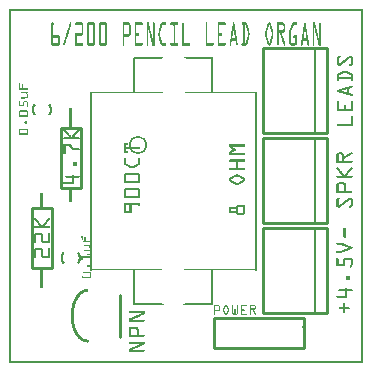
<source format=gto>
G04 MADE WITH FRITZING*
G04 WWW.FRITZING.ORG*
G04 DOUBLE SIDED*
G04 HOLES PLATED*
G04 CONTOUR ON CENTER OF CONTOUR VECTOR*
%ASAXBY*%
%FSLAX23Y23*%
%MOIN*%
%OFA0B0*%
%SFA1.0B1.0*%
%ADD10C,0.060921X0.0509212*%
%ADD11C,0.005000*%
%ADD12C,0.010000*%
%ADD13R,0.001000X0.001000*%
%LNSILK1*%
G90*
G70*
G54D10*
X430Y726D03*
G54D11*
X273Y903D02*
X273Y312D01*
D02*
X824Y312D02*
X824Y903D01*
D02*
X418Y905D02*
X418Y1018D01*
D02*
X678Y1018D02*
X678Y904D01*
D02*
X418Y312D02*
X418Y198D01*
D02*
X678Y198D02*
X678Y312D01*
G54D12*
D02*
X239Y785D02*
X239Y585D01*
D02*
X239Y585D02*
X173Y585D01*
D02*
X173Y585D02*
X173Y785D01*
D02*
X173Y785D02*
X239Y785D01*
D02*
X77Y318D02*
X77Y518D01*
D02*
X77Y518D02*
X143Y518D01*
D02*
X143Y518D02*
X143Y318D01*
D02*
X143Y318D02*
X77Y318D01*
D02*
X845Y451D02*
X845Y166D01*
D02*
X845Y166D02*
X1061Y166D01*
D02*
X1061Y166D02*
X1061Y451D01*
D02*
X1061Y451D02*
X845Y451D01*
G54D11*
D02*
X1021Y166D02*
X1021Y451D01*
G54D12*
D02*
X370Y226D02*
X370Y86D01*
D02*
X984Y151D02*
X684Y151D01*
D02*
X684Y151D02*
X684Y51D01*
D02*
X684Y51D02*
X984Y51D01*
D02*
X984Y51D02*
X984Y151D01*
D02*
X845Y751D02*
X845Y466D01*
D02*
X845Y466D02*
X1061Y466D01*
D02*
X1061Y466D02*
X1061Y751D01*
D02*
X1061Y751D02*
X845Y751D01*
G54D11*
D02*
X1021Y466D02*
X1021Y751D01*
G54D12*
D02*
X845Y1051D02*
X845Y766D01*
D02*
X845Y766D02*
X1061Y766D01*
D02*
X1061Y766D02*
X1061Y1051D01*
D02*
X1061Y1051D02*
X845Y1051D01*
G54D11*
D02*
X1021Y766D02*
X1021Y1051D01*
G54D13*
X0Y1181D02*
X1180Y1181D01*
X0Y1180D02*
X1180Y1180D01*
X0Y1179D02*
X1180Y1179D01*
X0Y1178D02*
X1180Y1178D01*
X0Y1177D02*
X1180Y1177D01*
X0Y1176D02*
X1180Y1176D01*
X0Y1175D02*
X1180Y1175D01*
X0Y1174D02*
X1180Y1174D01*
X0Y1173D02*
X7Y1173D01*
X1173Y1173D02*
X1180Y1173D01*
X0Y1172D02*
X7Y1172D01*
X1173Y1172D02*
X1180Y1172D01*
X0Y1171D02*
X7Y1171D01*
X1173Y1171D02*
X1180Y1171D01*
X0Y1170D02*
X7Y1170D01*
X1173Y1170D02*
X1180Y1170D01*
X0Y1169D02*
X7Y1169D01*
X1173Y1169D02*
X1180Y1169D01*
X0Y1168D02*
X7Y1168D01*
X1173Y1168D02*
X1180Y1168D01*
X0Y1167D02*
X7Y1167D01*
X1173Y1167D02*
X1180Y1167D01*
X0Y1166D02*
X7Y1166D01*
X1173Y1166D02*
X1180Y1166D01*
X0Y1165D02*
X7Y1165D01*
X1173Y1165D02*
X1180Y1165D01*
X0Y1164D02*
X7Y1164D01*
X1173Y1164D02*
X1180Y1164D01*
X0Y1163D02*
X7Y1163D01*
X1173Y1163D02*
X1180Y1163D01*
X0Y1162D02*
X7Y1162D01*
X1173Y1162D02*
X1180Y1162D01*
X0Y1161D02*
X7Y1161D01*
X1173Y1161D02*
X1180Y1161D01*
X0Y1160D02*
X7Y1160D01*
X1173Y1160D02*
X1180Y1160D01*
X0Y1159D02*
X7Y1159D01*
X1173Y1159D02*
X1180Y1159D01*
X0Y1158D02*
X7Y1158D01*
X1173Y1158D02*
X1180Y1158D01*
X0Y1157D02*
X7Y1157D01*
X1173Y1157D02*
X1180Y1157D01*
X0Y1156D02*
X7Y1156D01*
X1173Y1156D02*
X1180Y1156D01*
X0Y1155D02*
X7Y1155D01*
X1173Y1155D02*
X1180Y1155D01*
X0Y1154D02*
X7Y1154D01*
X1173Y1154D02*
X1180Y1154D01*
X0Y1153D02*
X7Y1153D01*
X1173Y1153D02*
X1180Y1153D01*
X0Y1152D02*
X7Y1152D01*
X1173Y1152D02*
X1180Y1152D01*
X0Y1151D02*
X7Y1151D01*
X1173Y1151D02*
X1180Y1151D01*
X0Y1150D02*
X7Y1150D01*
X1173Y1150D02*
X1180Y1150D01*
X0Y1149D02*
X7Y1149D01*
X1173Y1149D02*
X1180Y1149D01*
X0Y1148D02*
X7Y1148D01*
X1173Y1148D02*
X1180Y1148D01*
X0Y1147D02*
X7Y1147D01*
X1173Y1147D02*
X1180Y1147D01*
X0Y1146D02*
X7Y1146D01*
X1173Y1146D02*
X1180Y1146D01*
X0Y1145D02*
X7Y1145D01*
X1173Y1145D02*
X1180Y1145D01*
X0Y1144D02*
X7Y1144D01*
X1173Y1144D02*
X1180Y1144D01*
X0Y1143D02*
X7Y1143D01*
X1173Y1143D02*
X1180Y1143D01*
X0Y1142D02*
X7Y1142D01*
X1173Y1142D02*
X1180Y1142D01*
X0Y1141D02*
X7Y1141D01*
X1173Y1141D02*
X1180Y1141D01*
X0Y1140D02*
X7Y1140D01*
X1173Y1140D02*
X1180Y1140D01*
X0Y1139D02*
X7Y1139D01*
X1173Y1139D02*
X1180Y1139D01*
X0Y1138D02*
X7Y1138D01*
X1173Y1138D02*
X1180Y1138D01*
X0Y1137D02*
X7Y1137D01*
X1173Y1137D02*
X1180Y1137D01*
X0Y1136D02*
X7Y1136D01*
X144Y1136D02*
X147Y1136D01*
X205Y1136D02*
X206Y1136D01*
X223Y1136D02*
X243Y1136D01*
X265Y1136D02*
X283Y1136D01*
X304Y1136D02*
X322Y1136D01*
X379Y1136D02*
X399Y1136D01*
X419Y1136D02*
X443Y1136D01*
X459Y1136D02*
X465Y1136D01*
X482Y1136D02*
X483Y1136D01*
X511Y1136D02*
X523Y1136D01*
X540Y1136D02*
X562Y1136D01*
X579Y1136D02*
X580Y1136D01*
X658Y1136D02*
X659Y1136D01*
X696Y1136D02*
X721Y1136D01*
X748Y1136D02*
X749Y1136D01*
X777Y1136D02*
X789Y1136D01*
X866Y1136D02*
X869Y1136D01*
X894Y1136D02*
X914Y1136D01*
X948Y1136D02*
X958Y1136D01*
X986Y1136D02*
X987Y1136D01*
X1013Y1136D02*
X1019Y1136D01*
X1037Y1136D02*
X1037Y1136D01*
X1173Y1136D02*
X1180Y1136D01*
X0Y1135D02*
X7Y1135D01*
X143Y1135D02*
X148Y1135D01*
X204Y1135D02*
X207Y1135D01*
X222Y1135D02*
X244Y1135D01*
X263Y1135D02*
X284Y1135D01*
X303Y1135D02*
X324Y1135D01*
X379Y1135D02*
X401Y1135D01*
X419Y1135D02*
X444Y1135D01*
X459Y1135D02*
X465Y1135D01*
X481Y1135D02*
X484Y1135D01*
X509Y1135D02*
X524Y1135D01*
X539Y1135D02*
X563Y1135D01*
X578Y1135D02*
X581Y1135D01*
X657Y1135D02*
X660Y1135D01*
X696Y1135D02*
X721Y1135D01*
X748Y1135D02*
X750Y1135D01*
X776Y1135D02*
X791Y1135D01*
X865Y1135D02*
X870Y1135D01*
X894Y1135D02*
X916Y1135D01*
X947Y1135D02*
X959Y1135D01*
X985Y1135D02*
X988Y1135D01*
X1013Y1135D02*
X1020Y1135D01*
X1036Y1135D02*
X1038Y1135D01*
X1173Y1135D02*
X1180Y1135D01*
X0Y1134D02*
X7Y1134D01*
X142Y1134D02*
X149Y1134D01*
X204Y1134D02*
X207Y1134D01*
X221Y1134D02*
X245Y1134D01*
X263Y1134D02*
X285Y1134D01*
X302Y1134D02*
X324Y1134D01*
X379Y1134D02*
X402Y1134D01*
X419Y1134D02*
X445Y1134D01*
X459Y1134D02*
X465Y1134D01*
X481Y1134D02*
X484Y1134D01*
X508Y1134D02*
X524Y1134D01*
X538Y1134D02*
X564Y1134D01*
X578Y1134D02*
X581Y1134D01*
X657Y1134D02*
X661Y1134D01*
X696Y1134D02*
X722Y1134D01*
X747Y1134D02*
X751Y1134D01*
X776Y1134D02*
X792Y1134D01*
X864Y1134D02*
X871Y1134D01*
X894Y1134D02*
X916Y1134D01*
X946Y1134D02*
X960Y1134D01*
X985Y1134D02*
X988Y1134D01*
X1013Y1134D02*
X1020Y1134D01*
X1035Y1134D02*
X1039Y1134D01*
X1173Y1134D02*
X1180Y1134D01*
X0Y1133D02*
X7Y1133D01*
X142Y1133D02*
X149Y1133D01*
X203Y1133D02*
X207Y1133D01*
X221Y1133D02*
X246Y1133D01*
X262Y1133D02*
X285Y1133D01*
X302Y1133D02*
X325Y1133D01*
X379Y1133D02*
X402Y1133D01*
X419Y1133D02*
X445Y1133D01*
X459Y1133D02*
X466Y1133D01*
X480Y1133D02*
X485Y1133D01*
X507Y1133D02*
X524Y1133D01*
X538Y1133D02*
X564Y1133D01*
X578Y1133D02*
X582Y1133D01*
X657Y1133D02*
X661Y1133D01*
X696Y1133D02*
X722Y1133D01*
X747Y1133D02*
X751Y1133D01*
X776Y1133D02*
X792Y1133D01*
X863Y1133D02*
X872Y1133D01*
X894Y1133D02*
X917Y1133D01*
X945Y1133D02*
X960Y1133D01*
X984Y1133D02*
X989Y1133D01*
X1013Y1133D02*
X1020Y1133D01*
X1035Y1133D02*
X1039Y1133D01*
X1173Y1133D02*
X1180Y1133D01*
X0Y1132D02*
X7Y1132D01*
X142Y1132D02*
X149Y1132D01*
X203Y1132D02*
X208Y1132D01*
X221Y1132D02*
X246Y1132D01*
X262Y1132D02*
X286Y1132D01*
X301Y1132D02*
X325Y1132D01*
X379Y1132D02*
X403Y1132D01*
X419Y1132D02*
X445Y1132D01*
X459Y1132D02*
X466Y1132D01*
X480Y1132D02*
X485Y1132D01*
X507Y1132D02*
X524Y1132D01*
X538Y1132D02*
X564Y1132D01*
X577Y1132D02*
X582Y1132D01*
X657Y1132D02*
X661Y1132D01*
X696Y1132D02*
X722Y1132D01*
X747Y1132D02*
X751Y1132D01*
X775Y1132D02*
X793Y1132D01*
X863Y1132D02*
X872Y1132D01*
X894Y1132D02*
X918Y1132D01*
X944Y1132D02*
X960Y1132D01*
X984Y1132D02*
X989Y1132D01*
X1013Y1132D02*
X1020Y1132D01*
X1035Y1132D02*
X1039Y1132D01*
X1173Y1132D02*
X1180Y1132D01*
X0Y1131D02*
X7Y1131D01*
X142Y1131D02*
X149Y1131D01*
X203Y1131D02*
X208Y1131D01*
X221Y1131D02*
X247Y1131D01*
X261Y1131D02*
X286Y1131D01*
X301Y1131D02*
X326Y1131D01*
X379Y1131D02*
X404Y1131D01*
X419Y1131D02*
X445Y1131D01*
X459Y1131D02*
X466Y1131D01*
X480Y1131D02*
X485Y1131D01*
X506Y1131D02*
X524Y1131D01*
X538Y1131D02*
X564Y1131D01*
X577Y1131D02*
X582Y1131D01*
X657Y1131D02*
X661Y1131D01*
X696Y1131D02*
X722Y1131D01*
X746Y1131D02*
X751Y1131D01*
X775Y1131D02*
X794Y1131D01*
X862Y1131D02*
X873Y1131D01*
X894Y1131D02*
X918Y1131D01*
X944Y1131D02*
X960Y1131D01*
X984Y1131D02*
X989Y1131D01*
X1013Y1131D02*
X1021Y1131D01*
X1035Y1131D02*
X1039Y1131D01*
X1173Y1131D02*
X1180Y1131D01*
X0Y1130D02*
X7Y1130D01*
X142Y1130D02*
X149Y1130D01*
X202Y1130D02*
X208Y1130D01*
X221Y1130D02*
X247Y1130D01*
X261Y1130D02*
X286Y1130D01*
X301Y1130D02*
X326Y1130D01*
X379Y1130D02*
X404Y1130D01*
X419Y1130D02*
X445Y1130D01*
X459Y1130D02*
X466Y1130D01*
X480Y1130D02*
X485Y1130D01*
X506Y1130D02*
X524Y1130D01*
X538Y1130D02*
X564Y1130D01*
X577Y1130D02*
X582Y1130D01*
X657Y1130D02*
X661Y1130D01*
X696Y1130D02*
X722Y1130D01*
X746Y1130D02*
X751Y1130D01*
X775Y1130D02*
X794Y1130D01*
X862Y1130D02*
X873Y1130D01*
X894Y1130D02*
X919Y1130D01*
X943Y1130D02*
X960Y1130D01*
X984Y1130D02*
X989Y1130D01*
X1013Y1130D02*
X1021Y1130D01*
X1035Y1130D02*
X1039Y1130D01*
X1173Y1130D02*
X1180Y1130D01*
X0Y1129D02*
X7Y1129D01*
X142Y1129D02*
X149Y1129D01*
X202Y1129D02*
X207Y1129D01*
X221Y1129D02*
X247Y1129D01*
X261Y1129D02*
X287Y1129D01*
X300Y1129D02*
X326Y1129D01*
X379Y1129D02*
X404Y1129D01*
X419Y1129D02*
X445Y1129D01*
X459Y1129D02*
X467Y1129D01*
X480Y1129D02*
X485Y1129D01*
X505Y1129D02*
X524Y1129D01*
X538Y1129D02*
X564Y1129D01*
X577Y1129D02*
X582Y1129D01*
X657Y1129D02*
X661Y1129D01*
X696Y1129D02*
X722Y1129D01*
X746Y1129D02*
X752Y1129D01*
X776Y1129D02*
X794Y1129D01*
X862Y1129D02*
X874Y1129D01*
X894Y1129D02*
X919Y1129D01*
X943Y1129D02*
X960Y1129D01*
X984Y1129D02*
X989Y1129D01*
X1013Y1129D02*
X1021Y1129D01*
X1035Y1129D02*
X1039Y1129D01*
X1173Y1129D02*
X1180Y1129D01*
X0Y1128D02*
X7Y1128D01*
X142Y1128D02*
X148Y1128D01*
X202Y1128D02*
X207Y1128D01*
X222Y1128D02*
X247Y1128D01*
X261Y1128D02*
X287Y1128D01*
X300Y1128D02*
X326Y1128D01*
X379Y1128D02*
X405Y1128D01*
X419Y1128D02*
X445Y1128D01*
X459Y1128D02*
X467Y1128D01*
X480Y1128D02*
X485Y1128D01*
X505Y1128D02*
X524Y1128D01*
X538Y1128D02*
X563Y1128D01*
X577Y1128D02*
X582Y1128D01*
X657Y1128D02*
X661Y1128D01*
X696Y1128D02*
X722Y1128D01*
X746Y1128D02*
X752Y1128D01*
X776Y1128D02*
X795Y1128D01*
X861Y1128D02*
X874Y1128D01*
X894Y1128D02*
X920Y1128D01*
X942Y1128D02*
X959Y1128D01*
X984Y1128D02*
X989Y1128D01*
X1013Y1128D02*
X1021Y1128D01*
X1035Y1128D02*
X1039Y1128D01*
X1173Y1128D02*
X1180Y1128D01*
X0Y1127D02*
X7Y1127D01*
X142Y1127D02*
X148Y1127D01*
X201Y1127D02*
X207Y1127D01*
X222Y1127D02*
X247Y1127D01*
X261Y1127D02*
X287Y1127D01*
X300Y1127D02*
X326Y1127D01*
X379Y1127D02*
X405Y1127D01*
X419Y1127D02*
X444Y1127D01*
X459Y1127D02*
X467Y1127D01*
X480Y1127D02*
X485Y1127D01*
X505Y1127D02*
X523Y1127D01*
X539Y1127D02*
X563Y1127D01*
X577Y1127D02*
X582Y1127D01*
X657Y1127D02*
X661Y1127D01*
X696Y1127D02*
X721Y1127D01*
X746Y1127D02*
X752Y1127D01*
X777Y1127D02*
X795Y1127D01*
X861Y1127D02*
X874Y1127D01*
X894Y1127D02*
X920Y1127D01*
X942Y1127D02*
X959Y1127D01*
X983Y1127D02*
X990Y1127D01*
X1013Y1127D02*
X1021Y1127D01*
X1035Y1127D02*
X1039Y1127D01*
X1173Y1127D02*
X1180Y1127D01*
X0Y1126D02*
X7Y1126D01*
X142Y1126D02*
X146Y1126D01*
X201Y1126D02*
X206Y1126D01*
X243Y1126D02*
X247Y1126D01*
X261Y1126D02*
X265Y1126D01*
X282Y1126D02*
X287Y1126D01*
X300Y1126D02*
X305Y1126D01*
X322Y1126D02*
X326Y1126D01*
X379Y1126D02*
X384Y1126D01*
X399Y1126D02*
X405Y1126D01*
X419Y1126D02*
X424Y1126D01*
X459Y1126D02*
X467Y1126D01*
X480Y1126D02*
X485Y1126D01*
X504Y1126D02*
X511Y1126D01*
X548Y1126D02*
X553Y1126D01*
X577Y1126D02*
X582Y1126D01*
X657Y1126D02*
X661Y1126D01*
X696Y1126D02*
X701Y1126D01*
X746Y1126D02*
X752Y1126D01*
X781Y1126D02*
X785Y1126D01*
X789Y1126D02*
X795Y1126D01*
X861Y1126D02*
X867Y1126D01*
X869Y1126D02*
X874Y1126D01*
X894Y1126D02*
X899Y1126D01*
X914Y1126D02*
X920Y1126D01*
X942Y1126D02*
X948Y1126D01*
X983Y1126D02*
X990Y1126D01*
X1013Y1126D02*
X1022Y1126D01*
X1035Y1126D02*
X1039Y1126D01*
X1173Y1126D02*
X1180Y1126D01*
X0Y1125D02*
X7Y1125D01*
X142Y1125D02*
X146Y1125D01*
X201Y1125D02*
X206Y1125D01*
X243Y1125D02*
X247Y1125D01*
X261Y1125D02*
X265Y1125D01*
X282Y1125D02*
X287Y1125D01*
X300Y1125D02*
X305Y1125D01*
X322Y1125D02*
X326Y1125D01*
X379Y1125D02*
X384Y1125D01*
X400Y1125D02*
X405Y1125D01*
X419Y1125D02*
X424Y1125D01*
X459Y1125D02*
X468Y1125D01*
X480Y1125D02*
X485Y1125D01*
X504Y1125D02*
X510Y1125D01*
X549Y1125D02*
X553Y1125D01*
X577Y1125D02*
X582Y1125D01*
X657Y1125D02*
X661Y1125D01*
X696Y1125D02*
X701Y1125D01*
X745Y1125D02*
X752Y1125D01*
X781Y1125D02*
X785Y1125D01*
X790Y1125D02*
X796Y1125D01*
X861Y1125D02*
X866Y1125D01*
X869Y1125D02*
X875Y1125D01*
X894Y1125D02*
X899Y1125D01*
X915Y1125D02*
X920Y1125D01*
X941Y1125D02*
X947Y1125D01*
X983Y1125D02*
X990Y1125D01*
X1013Y1125D02*
X1022Y1125D01*
X1035Y1125D02*
X1039Y1125D01*
X1173Y1125D02*
X1180Y1125D01*
X0Y1124D02*
X7Y1124D01*
X142Y1124D02*
X146Y1124D01*
X200Y1124D02*
X206Y1124D01*
X243Y1124D02*
X247Y1124D01*
X261Y1124D02*
X265Y1124D01*
X282Y1124D02*
X287Y1124D01*
X300Y1124D02*
X305Y1124D01*
X322Y1124D02*
X326Y1124D01*
X379Y1124D02*
X384Y1124D01*
X401Y1124D02*
X406Y1124D01*
X419Y1124D02*
X424Y1124D01*
X459Y1124D02*
X468Y1124D01*
X480Y1124D02*
X485Y1124D01*
X504Y1124D02*
X509Y1124D01*
X549Y1124D02*
X553Y1124D01*
X577Y1124D02*
X582Y1124D01*
X657Y1124D02*
X661Y1124D01*
X696Y1124D02*
X701Y1124D01*
X745Y1124D02*
X752Y1124D01*
X781Y1124D02*
X785Y1124D01*
X791Y1124D02*
X796Y1124D01*
X860Y1124D02*
X866Y1124D01*
X870Y1124D02*
X875Y1124D01*
X894Y1124D02*
X899Y1124D01*
X915Y1124D02*
X920Y1124D01*
X941Y1124D02*
X947Y1124D01*
X983Y1124D02*
X990Y1124D01*
X1013Y1124D02*
X1022Y1124D01*
X1035Y1124D02*
X1039Y1124D01*
X1173Y1124D02*
X1180Y1124D01*
X0Y1123D02*
X7Y1123D01*
X142Y1123D02*
X146Y1123D01*
X200Y1123D02*
X205Y1123D01*
X243Y1123D02*
X247Y1123D01*
X261Y1123D02*
X265Y1123D01*
X282Y1123D02*
X287Y1123D01*
X300Y1123D02*
X305Y1123D01*
X322Y1123D02*
X326Y1123D01*
X379Y1123D02*
X384Y1123D01*
X401Y1123D02*
X406Y1123D01*
X419Y1123D02*
X424Y1123D01*
X459Y1123D02*
X468Y1123D01*
X480Y1123D02*
X485Y1123D01*
X504Y1123D02*
X509Y1123D01*
X549Y1123D02*
X553Y1123D01*
X577Y1123D02*
X582Y1123D01*
X657Y1123D02*
X661Y1123D01*
X696Y1123D02*
X701Y1123D01*
X745Y1123D02*
X753Y1123D01*
X781Y1123D02*
X785Y1123D01*
X791Y1123D02*
X796Y1123D01*
X860Y1123D02*
X865Y1123D01*
X870Y1123D02*
X875Y1123D01*
X894Y1123D02*
X899Y1123D01*
X916Y1123D02*
X920Y1123D01*
X940Y1123D02*
X946Y1123D01*
X983Y1123D02*
X990Y1123D01*
X1013Y1123D02*
X1022Y1123D01*
X1035Y1123D02*
X1039Y1123D01*
X1173Y1123D02*
X1180Y1123D01*
X0Y1122D02*
X7Y1122D01*
X142Y1122D02*
X146Y1122D01*
X200Y1122D02*
X205Y1122D01*
X243Y1122D02*
X247Y1122D01*
X261Y1122D02*
X265Y1122D01*
X282Y1122D02*
X287Y1122D01*
X300Y1122D02*
X305Y1122D01*
X322Y1122D02*
X326Y1122D01*
X379Y1122D02*
X384Y1122D01*
X401Y1122D02*
X406Y1122D01*
X419Y1122D02*
X424Y1122D01*
X459Y1122D02*
X468Y1122D01*
X480Y1122D02*
X485Y1122D01*
X503Y1122D02*
X509Y1122D01*
X549Y1122D02*
X553Y1122D01*
X577Y1122D02*
X582Y1122D01*
X657Y1122D02*
X661Y1122D01*
X696Y1122D02*
X701Y1122D01*
X745Y1122D02*
X753Y1122D01*
X781Y1122D02*
X785Y1122D01*
X791Y1122D02*
X796Y1122D01*
X860Y1122D02*
X865Y1122D01*
X870Y1122D02*
X876Y1122D01*
X894Y1122D02*
X899Y1122D01*
X916Y1122D02*
X920Y1122D01*
X940Y1122D02*
X946Y1122D01*
X983Y1122D02*
X990Y1122D01*
X1013Y1122D02*
X1023Y1122D01*
X1035Y1122D02*
X1039Y1122D01*
X1173Y1122D02*
X1180Y1122D01*
X0Y1121D02*
X7Y1121D01*
X142Y1121D02*
X146Y1121D01*
X199Y1121D02*
X205Y1121D01*
X243Y1121D02*
X247Y1121D01*
X261Y1121D02*
X265Y1121D01*
X282Y1121D02*
X287Y1121D01*
X300Y1121D02*
X305Y1121D01*
X322Y1121D02*
X326Y1121D01*
X379Y1121D02*
X384Y1121D01*
X401Y1121D02*
X406Y1121D01*
X419Y1121D02*
X424Y1121D01*
X459Y1121D02*
X469Y1121D01*
X480Y1121D02*
X485Y1121D01*
X503Y1121D02*
X508Y1121D01*
X549Y1121D02*
X553Y1121D01*
X577Y1121D02*
X582Y1121D01*
X657Y1121D02*
X661Y1121D01*
X696Y1121D02*
X701Y1121D01*
X745Y1121D02*
X753Y1121D01*
X781Y1121D02*
X785Y1121D01*
X791Y1121D02*
X797Y1121D01*
X860Y1121D02*
X865Y1121D01*
X871Y1121D02*
X876Y1121D01*
X894Y1121D02*
X899Y1121D01*
X916Y1121D02*
X920Y1121D01*
X939Y1121D02*
X945Y1121D01*
X982Y1121D02*
X990Y1121D01*
X1013Y1121D02*
X1023Y1121D01*
X1035Y1121D02*
X1039Y1121D01*
X1173Y1121D02*
X1180Y1121D01*
X0Y1120D02*
X7Y1120D01*
X142Y1120D02*
X146Y1120D01*
X199Y1120D02*
X204Y1120D01*
X243Y1120D02*
X247Y1120D01*
X261Y1120D02*
X265Y1120D01*
X282Y1120D02*
X287Y1120D01*
X300Y1120D02*
X305Y1120D01*
X322Y1120D02*
X326Y1120D01*
X379Y1120D02*
X384Y1120D01*
X401Y1120D02*
X406Y1120D01*
X419Y1120D02*
X424Y1120D01*
X459Y1120D02*
X469Y1120D01*
X480Y1120D02*
X485Y1120D01*
X503Y1120D02*
X508Y1120D01*
X549Y1120D02*
X553Y1120D01*
X577Y1120D02*
X582Y1120D01*
X657Y1120D02*
X661Y1120D01*
X696Y1120D02*
X701Y1120D01*
X745Y1120D02*
X753Y1120D01*
X781Y1120D02*
X785Y1120D01*
X792Y1120D02*
X797Y1120D01*
X859Y1120D02*
X864Y1120D01*
X871Y1120D02*
X876Y1120D01*
X894Y1120D02*
X899Y1120D01*
X916Y1120D02*
X920Y1120D01*
X939Y1120D02*
X945Y1120D01*
X982Y1120D02*
X991Y1120D01*
X1013Y1120D02*
X1023Y1120D01*
X1035Y1120D02*
X1039Y1120D01*
X1173Y1120D02*
X1180Y1120D01*
X0Y1119D02*
X7Y1119D01*
X142Y1119D02*
X146Y1119D01*
X199Y1119D02*
X204Y1119D01*
X243Y1119D02*
X247Y1119D01*
X261Y1119D02*
X265Y1119D01*
X282Y1119D02*
X287Y1119D01*
X300Y1119D02*
X305Y1119D01*
X322Y1119D02*
X326Y1119D01*
X379Y1119D02*
X384Y1119D01*
X401Y1119D02*
X406Y1119D01*
X419Y1119D02*
X424Y1119D01*
X459Y1119D02*
X469Y1119D01*
X480Y1119D02*
X485Y1119D01*
X503Y1119D02*
X508Y1119D01*
X549Y1119D02*
X553Y1119D01*
X577Y1119D02*
X582Y1119D01*
X657Y1119D02*
X661Y1119D01*
X696Y1119D02*
X701Y1119D01*
X745Y1119D02*
X753Y1119D01*
X781Y1119D02*
X785Y1119D01*
X792Y1119D02*
X797Y1119D01*
X859Y1119D02*
X864Y1119D01*
X871Y1119D02*
X876Y1119D01*
X894Y1119D02*
X899Y1119D01*
X916Y1119D02*
X920Y1119D01*
X939Y1119D02*
X945Y1119D01*
X982Y1119D02*
X991Y1119D01*
X1013Y1119D02*
X1023Y1119D01*
X1035Y1119D02*
X1039Y1119D01*
X1173Y1119D02*
X1180Y1119D01*
X0Y1118D02*
X7Y1118D01*
X142Y1118D02*
X146Y1118D01*
X198Y1118D02*
X204Y1118D01*
X243Y1118D02*
X247Y1118D01*
X261Y1118D02*
X265Y1118D01*
X282Y1118D02*
X287Y1118D01*
X300Y1118D02*
X305Y1118D01*
X322Y1118D02*
X326Y1118D01*
X379Y1118D02*
X384Y1118D01*
X401Y1118D02*
X406Y1118D01*
X419Y1118D02*
X424Y1118D01*
X459Y1118D02*
X469Y1118D01*
X480Y1118D02*
X485Y1118D01*
X502Y1118D02*
X508Y1118D01*
X549Y1118D02*
X553Y1118D01*
X577Y1118D02*
X582Y1118D01*
X657Y1118D02*
X661Y1118D01*
X696Y1118D02*
X701Y1118D01*
X744Y1118D02*
X753Y1118D01*
X781Y1118D02*
X785Y1118D01*
X792Y1118D02*
X797Y1118D01*
X859Y1118D02*
X864Y1118D01*
X871Y1118D02*
X877Y1118D01*
X894Y1118D02*
X899Y1118D01*
X916Y1118D02*
X920Y1118D01*
X938Y1118D02*
X944Y1118D01*
X982Y1118D02*
X991Y1118D01*
X1013Y1118D02*
X1024Y1118D01*
X1035Y1118D02*
X1039Y1118D01*
X1173Y1118D02*
X1180Y1118D01*
X0Y1117D02*
X7Y1117D01*
X142Y1117D02*
X146Y1117D01*
X198Y1117D02*
X204Y1117D01*
X243Y1117D02*
X247Y1117D01*
X261Y1117D02*
X265Y1117D01*
X282Y1117D02*
X287Y1117D01*
X300Y1117D02*
X305Y1117D01*
X322Y1117D02*
X326Y1117D01*
X379Y1117D02*
X384Y1117D01*
X401Y1117D02*
X406Y1117D01*
X419Y1117D02*
X424Y1117D01*
X459Y1117D02*
X470Y1117D01*
X480Y1117D02*
X485Y1117D01*
X502Y1117D02*
X507Y1117D01*
X549Y1117D02*
X553Y1117D01*
X577Y1117D02*
X582Y1117D01*
X657Y1117D02*
X661Y1117D01*
X696Y1117D02*
X701Y1117D01*
X744Y1117D02*
X754Y1117D01*
X781Y1117D02*
X785Y1117D01*
X792Y1117D02*
X798Y1117D01*
X858Y1117D02*
X864Y1117D01*
X872Y1117D02*
X877Y1117D01*
X894Y1117D02*
X899Y1117D01*
X916Y1117D02*
X920Y1117D01*
X938Y1117D02*
X944Y1117D01*
X982Y1117D02*
X991Y1117D01*
X1013Y1117D02*
X1024Y1117D01*
X1035Y1117D02*
X1039Y1117D01*
X1173Y1117D02*
X1180Y1117D01*
X0Y1116D02*
X7Y1116D01*
X142Y1116D02*
X146Y1116D01*
X198Y1116D02*
X203Y1116D01*
X243Y1116D02*
X247Y1116D01*
X261Y1116D02*
X265Y1116D01*
X282Y1116D02*
X287Y1116D01*
X300Y1116D02*
X305Y1116D01*
X322Y1116D02*
X326Y1116D01*
X379Y1116D02*
X384Y1116D01*
X401Y1116D02*
X406Y1116D01*
X419Y1116D02*
X424Y1116D01*
X459Y1116D02*
X463Y1116D01*
X465Y1116D02*
X470Y1116D01*
X480Y1116D02*
X485Y1116D01*
X502Y1116D02*
X507Y1116D01*
X549Y1116D02*
X553Y1116D01*
X577Y1116D02*
X582Y1116D01*
X657Y1116D02*
X661Y1116D01*
X696Y1116D02*
X701Y1116D01*
X744Y1116D02*
X754Y1116D01*
X781Y1116D02*
X785Y1116D01*
X793Y1116D02*
X798Y1116D01*
X858Y1116D02*
X863Y1116D01*
X872Y1116D02*
X877Y1116D01*
X894Y1116D02*
X899Y1116D01*
X916Y1116D02*
X920Y1116D01*
X937Y1116D02*
X943Y1116D01*
X982Y1116D02*
X991Y1116D01*
X1013Y1116D02*
X1017Y1116D01*
X1019Y1116D02*
X1024Y1116D01*
X1035Y1116D02*
X1039Y1116D01*
X1173Y1116D02*
X1180Y1116D01*
X0Y1115D02*
X7Y1115D01*
X142Y1115D02*
X146Y1115D01*
X197Y1115D02*
X203Y1115D01*
X243Y1115D02*
X247Y1115D01*
X261Y1115D02*
X265Y1115D01*
X282Y1115D02*
X287Y1115D01*
X300Y1115D02*
X305Y1115D01*
X322Y1115D02*
X326Y1115D01*
X379Y1115D02*
X384Y1115D01*
X401Y1115D02*
X406Y1115D01*
X419Y1115D02*
X424Y1115D01*
X459Y1115D02*
X463Y1115D01*
X465Y1115D02*
X470Y1115D01*
X480Y1115D02*
X485Y1115D01*
X501Y1115D02*
X507Y1115D01*
X549Y1115D02*
X553Y1115D01*
X577Y1115D02*
X582Y1115D01*
X657Y1115D02*
X661Y1115D01*
X696Y1115D02*
X701Y1115D01*
X744Y1115D02*
X754Y1115D01*
X781Y1115D02*
X785Y1115D01*
X793Y1115D02*
X798Y1115D01*
X858Y1115D02*
X863Y1115D01*
X872Y1115D02*
X877Y1115D01*
X894Y1115D02*
X899Y1115D01*
X916Y1115D02*
X920Y1115D01*
X937Y1115D02*
X943Y1115D01*
X981Y1115D02*
X991Y1115D01*
X1013Y1115D02*
X1017Y1115D01*
X1019Y1115D02*
X1024Y1115D01*
X1035Y1115D02*
X1039Y1115D01*
X1173Y1115D02*
X1180Y1115D01*
X0Y1114D02*
X7Y1114D01*
X142Y1114D02*
X146Y1114D01*
X197Y1114D02*
X203Y1114D01*
X243Y1114D02*
X247Y1114D01*
X261Y1114D02*
X265Y1114D01*
X282Y1114D02*
X287Y1114D01*
X300Y1114D02*
X305Y1114D01*
X322Y1114D02*
X326Y1114D01*
X379Y1114D02*
X384Y1114D01*
X401Y1114D02*
X406Y1114D01*
X419Y1114D02*
X424Y1114D01*
X459Y1114D02*
X463Y1114D01*
X465Y1114D02*
X470Y1114D01*
X480Y1114D02*
X485Y1114D01*
X501Y1114D02*
X506Y1114D01*
X549Y1114D02*
X553Y1114D01*
X577Y1114D02*
X582Y1114D01*
X657Y1114D02*
X661Y1114D01*
X696Y1114D02*
X701Y1114D01*
X744Y1114D02*
X754Y1114D01*
X781Y1114D02*
X785Y1114D01*
X793Y1114D02*
X799Y1114D01*
X858Y1114D02*
X863Y1114D01*
X873Y1114D02*
X878Y1114D01*
X894Y1114D02*
X899Y1114D01*
X916Y1114D02*
X920Y1114D01*
X936Y1114D02*
X942Y1114D01*
X981Y1114D02*
X992Y1114D01*
X1013Y1114D02*
X1017Y1114D01*
X1020Y1114D02*
X1025Y1114D01*
X1035Y1114D02*
X1039Y1114D01*
X1173Y1114D02*
X1180Y1114D01*
X0Y1113D02*
X7Y1113D01*
X142Y1113D02*
X146Y1113D01*
X197Y1113D02*
X202Y1113D01*
X243Y1113D02*
X247Y1113D01*
X261Y1113D02*
X265Y1113D01*
X282Y1113D02*
X287Y1113D01*
X300Y1113D02*
X305Y1113D01*
X322Y1113D02*
X326Y1113D01*
X379Y1113D02*
X384Y1113D01*
X401Y1113D02*
X406Y1113D01*
X419Y1113D02*
X424Y1113D01*
X459Y1113D02*
X463Y1113D01*
X465Y1113D02*
X470Y1113D01*
X480Y1113D02*
X485Y1113D01*
X501Y1113D02*
X506Y1113D01*
X549Y1113D02*
X553Y1113D01*
X577Y1113D02*
X582Y1113D01*
X657Y1113D02*
X661Y1113D01*
X696Y1113D02*
X701Y1113D01*
X744Y1113D02*
X754Y1113D01*
X781Y1113D02*
X785Y1113D01*
X794Y1113D02*
X799Y1113D01*
X857Y1113D02*
X863Y1113D01*
X873Y1113D02*
X878Y1113D01*
X894Y1113D02*
X899Y1113D01*
X915Y1113D02*
X920Y1113D01*
X936Y1113D02*
X942Y1113D01*
X981Y1113D02*
X992Y1113D01*
X1013Y1113D02*
X1017Y1113D01*
X1020Y1113D02*
X1025Y1113D01*
X1035Y1113D02*
X1039Y1113D01*
X1173Y1113D02*
X1180Y1113D01*
X0Y1112D02*
X7Y1112D01*
X142Y1112D02*
X146Y1112D01*
X196Y1112D02*
X202Y1112D01*
X243Y1112D02*
X247Y1112D01*
X261Y1112D02*
X265Y1112D01*
X282Y1112D02*
X287Y1112D01*
X300Y1112D02*
X305Y1112D01*
X322Y1112D02*
X326Y1112D01*
X379Y1112D02*
X384Y1112D01*
X401Y1112D02*
X406Y1112D01*
X419Y1112D02*
X424Y1112D01*
X459Y1112D02*
X463Y1112D01*
X466Y1112D02*
X471Y1112D01*
X480Y1112D02*
X485Y1112D01*
X501Y1112D02*
X506Y1112D01*
X549Y1112D02*
X553Y1112D01*
X577Y1112D02*
X582Y1112D01*
X657Y1112D02*
X661Y1112D01*
X696Y1112D02*
X701Y1112D01*
X743Y1112D02*
X754Y1112D01*
X781Y1112D02*
X785Y1112D01*
X794Y1112D02*
X799Y1112D01*
X857Y1112D02*
X862Y1112D01*
X873Y1112D02*
X878Y1112D01*
X894Y1112D02*
X899Y1112D01*
X915Y1112D02*
X920Y1112D01*
X936Y1112D02*
X942Y1112D01*
X981Y1112D02*
X992Y1112D01*
X1013Y1112D02*
X1017Y1112D01*
X1020Y1112D02*
X1025Y1112D01*
X1035Y1112D02*
X1039Y1112D01*
X1173Y1112D02*
X1180Y1112D01*
X0Y1111D02*
X7Y1111D01*
X142Y1111D02*
X146Y1111D01*
X196Y1111D02*
X202Y1111D01*
X243Y1111D02*
X247Y1111D01*
X261Y1111D02*
X265Y1111D01*
X282Y1111D02*
X287Y1111D01*
X300Y1111D02*
X305Y1111D01*
X322Y1111D02*
X326Y1111D01*
X379Y1111D02*
X384Y1111D01*
X401Y1111D02*
X406Y1111D01*
X419Y1111D02*
X424Y1111D01*
X459Y1111D02*
X463Y1111D01*
X466Y1111D02*
X471Y1111D01*
X480Y1111D02*
X485Y1111D01*
X500Y1111D02*
X506Y1111D01*
X549Y1111D02*
X553Y1111D01*
X577Y1111D02*
X582Y1111D01*
X657Y1111D02*
X661Y1111D01*
X696Y1111D02*
X701Y1111D01*
X743Y1111D02*
X748Y1111D01*
X750Y1111D02*
X755Y1111D01*
X781Y1111D02*
X785Y1111D01*
X794Y1111D02*
X799Y1111D01*
X857Y1111D02*
X862Y1111D01*
X873Y1111D02*
X879Y1111D01*
X894Y1111D02*
X899Y1111D01*
X913Y1111D02*
X920Y1111D01*
X935Y1111D02*
X941Y1111D01*
X981Y1111D02*
X992Y1111D01*
X1013Y1111D02*
X1017Y1111D01*
X1020Y1111D02*
X1025Y1111D01*
X1035Y1111D02*
X1039Y1111D01*
X1173Y1111D02*
X1180Y1111D01*
X0Y1110D02*
X7Y1110D01*
X142Y1110D02*
X146Y1110D01*
X196Y1110D02*
X201Y1110D01*
X243Y1110D02*
X247Y1110D01*
X261Y1110D02*
X265Y1110D01*
X282Y1110D02*
X287Y1110D01*
X300Y1110D02*
X305Y1110D01*
X322Y1110D02*
X326Y1110D01*
X379Y1110D02*
X384Y1110D01*
X401Y1110D02*
X406Y1110D01*
X419Y1110D02*
X424Y1110D01*
X459Y1110D02*
X463Y1110D01*
X466Y1110D02*
X471Y1110D01*
X480Y1110D02*
X485Y1110D01*
X500Y1110D02*
X505Y1110D01*
X549Y1110D02*
X553Y1110D01*
X577Y1110D02*
X582Y1110D01*
X657Y1110D02*
X661Y1110D01*
X696Y1110D02*
X701Y1110D01*
X743Y1110D02*
X748Y1110D01*
X750Y1110D02*
X755Y1110D01*
X781Y1110D02*
X785Y1110D01*
X794Y1110D02*
X800Y1110D01*
X857Y1110D02*
X862Y1110D01*
X874Y1110D02*
X879Y1110D01*
X894Y1110D02*
X920Y1110D01*
X935Y1110D02*
X941Y1110D01*
X981Y1110D02*
X985Y1110D01*
X987Y1110D02*
X992Y1110D01*
X1013Y1110D02*
X1017Y1110D01*
X1020Y1110D02*
X1026Y1110D01*
X1035Y1110D02*
X1039Y1110D01*
X1173Y1110D02*
X1180Y1110D01*
X0Y1109D02*
X7Y1109D01*
X142Y1109D02*
X146Y1109D01*
X195Y1109D02*
X201Y1109D01*
X243Y1109D02*
X247Y1109D01*
X261Y1109D02*
X265Y1109D01*
X282Y1109D02*
X287Y1109D01*
X300Y1109D02*
X305Y1109D01*
X322Y1109D02*
X326Y1109D01*
X379Y1109D02*
X384Y1109D01*
X401Y1109D02*
X406Y1109D01*
X419Y1109D02*
X424Y1109D01*
X459Y1109D02*
X463Y1109D01*
X466Y1109D02*
X471Y1109D01*
X480Y1109D02*
X485Y1109D01*
X500Y1109D02*
X505Y1109D01*
X549Y1109D02*
X553Y1109D01*
X577Y1109D02*
X582Y1109D01*
X657Y1109D02*
X661Y1109D01*
X696Y1109D02*
X701Y1109D01*
X743Y1109D02*
X748Y1109D01*
X750Y1109D02*
X755Y1109D01*
X781Y1109D02*
X785Y1109D01*
X795Y1109D02*
X800Y1109D01*
X856Y1109D02*
X861Y1109D01*
X874Y1109D02*
X879Y1109D01*
X894Y1109D02*
X919Y1109D01*
X935Y1109D02*
X940Y1109D01*
X980Y1109D02*
X985Y1109D01*
X988Y1109D02*
X992Y1109D01*
X1013Y1109D02*
X1017Y1109D01*
X1021Y1109D02*
X1026Y1109D01*
X1035Y1109D02*
X1039Y1109D01*
X1173Y1109D02*
X1180Y1109D01*
X0Y1108D02*
X7Y1108D01*
X142Y1108D02*
X146Y1108D01*
X195Y1108D02*
X201Y1108D01*
X243Y1108D02*
X247Y1108D01*
X261Y1108D02*
X265Y1108D01*
X282Y1108D02*
X287Y1108D01*
X300Y1108D02*
X305Y1108D01*
X322Y1108D02*
X326Y1108D01*
X379Y1108D02*
X384Y1108D01*
X401Y1108D02*
X406Y1108D01*
X419Y1108D02*
X424Y1108D01*
X459Y1108D02*
X463Y1108D01*
X467Y1108D02*
X472Y1108D01*
X480Y1108D02*
X485Y1108D01*
X500Y1108D02*
X505Y1108D01*
X549Y1108D02*
X553Y1108D01*
X577Y1108D02*
X582Y1108D01*
X657Y1108D02*
X661Y1108D01*
X696Y1108D02*
X701Y1108D01*
X743Y1108D02*
X747Y1108D01*
X750Y1108D02*
X755Y1108D01*
X781Y1108D02*
X785Y1108D01*
X795Y1108D02*
X800Y1108D01*
X856Y1108D02*
X861Y1108D01*
X874Y1108D02*
X879Y1108D01*
X894Y1108D02*
X919Y1108D01*
X935Y1108D02*
X940Y1108D01*
X980Y1108D02*
X985Y1108D01*
X988Y1108D02*
X993Y1108D01*
X1013Y1108D02*
X1017Y1108D01*
X1021Y1108D02*
X1026Y1108D01*
X1035Y1108D02*
X1039Y1108D01*
X1173Y1108D02*
X1180Y1108D01*
X0Y1107D02*
X7Y1107D01*
X142Y1107D02*
X146Y1107D01*
X195Y1107D02*
X200Y1107D01*
X243Y1107D02*
X247Y1107D01*
X261Y1107D02*
X265Y1107D01*
X282Y1107D02*
X287Y1107D01*
X300Y1107D02*
X305Y1107D01*
X322Y1107D02*
X326Y1107D01*
X379Y1107D02*
X384Y1107D01*
X401Y1107D02*
X406Y1107D01*
X419Y1107D02*
X424Y1107D01*
X459Y1107D02*
X463Y1107D01*
X467Y1107D02*
X472Y1107D01*
X480Y1107D02*
X485Y1107D01*
X499Y1107D02*
X504Y1107D01*
X549Y1107D02*
X553Y1107D01*
X577Y1107D02*
X582Y1107D01*
X657Y1107D02*
X661Y1107D01*
X696Y1107D02*
X701Y1107D01*
X743Y1107D02*
X747Y1107D01*
X750Y1107D02*
X755Y1107D01*
X781Y1107D02*
X785Y1107D01*
X795Y1107D02*
X800Y1107D01*
X856Y1107D02*
X861Y1107D01*
X874Y1107D02*
X880Y1107D01*
X894Y1107D02*
X919Y1107D01*
X934Y1107D02*
X939Y1107D01*
X980Y1107D02*
X985Y1107D01*
X988Y1107D02*
X993Y1107D01*
X1013Y1107D02*
X1017Y1107D01*
X1021Y1107D02*
X1026Y1107D01*
X1035Y1107D02*
X1039Y1107D01*
X1173Y1107D02*
X1180Y1107D01*
X0Y1106D02*
X7Y1106D01*
X142Y1106D02*
X146Y1106D01*
X195Y1106D02*
X200Y1106D01*
X243Y1106D02*
X247Y1106D01*
X261Y1106D02*
X265Y1106D01*
X282Y1106D02*
X287Y1106D01*
X300Y1106D02*
X305Y1106D01*
X322Y1106D02*
X326Y1106D01*
X379Y1106D02*
X384Y1106D01*
X401Y1106D02*
X406Y1106D01*
X419Y1106D02*
X424Y1106D01*
X459Y1106D02*
X463Y1106D01*
X467Y1106D02*
X472Y1106D01*
X480Y1106D02*
X485Y1106D01*
X499Y1106D02*
X504Y1106D01*
X549Y1106D02*
X553Y1106D01*
X577Y1106D02*
X582Y1106D01*
X657Y1106D02*
X661Y1106D01*
X696Y1106D02*
X701Y1106D01*
X742Y1106D02*
X747Y1106D01*
X751Y1106D02*
X755Y1106D01*
X781Y1106D02*
X785Y1106D01*
X796Y1106D02*
X801Y1106D01*
X855Y1106D02*
X861Y1106D01*
X875Y1106D02*
X880Y1106D01*
X894Y1106D02*
X918Y1106D01*
X934Y1106D02*
X939Y1106D01*
X980Y1106D02*
X985Y1106D01*
X988Y1106D02*
X993Y1106D01*
X1013Y1106D02*
X1017Y1106D01*
X1021Y1106D02*
X1027Y1106D01*
X1035Y1106D02*
X1039Y1106D01*
X1173Y1106D02*
X1180Y1106D01*
X0Y1105D02*
X7Y1105D01*
X142Y1105D02*
X146Y1105D01*
X194Y1105D02*
X200Y1105D01*
X243Y1105D02*
X247Y1105D01*
X261Y1105D02*
X265Y1105D01*
X282Y1105D02*
X287Y1105D01*
X300Y1105D02*
X305Y1105D01*
X322Y1105D02*
X326Y1105D01*
X379Y1105D02*
X384Y1105D01*
X401Y1105D02*
X406Y1105D01*
X419Y1105D02*
X424Y1105D01*
X459Y1105D02*
X463Y1105D01*
X467Y1105D02*
X472Y1105D01*
X480Y1105D02*
X485Y1105D01*
X499Y1105D02*
X504Y1105D01*
X549Y1105D02*
X553Y1105D01*
X577Y1105D02*
X582Y1105D01*
X657Y1105D02*
X661Y1105D01*
X696Y1105D02*
X701Y1105D01*
X742Y1105D02*
X747Y1105D01*
X751Y1105D02*
X755Y1105D01*
X781Y1105D02*
X785Y1105D01*
X796Y1105D02*
X801Y1105D01*
X855Y1105D02*
X860Y1105D01*
X875Y1105D02*
X880Y1105D01*
X894Y1105D02*
X918Y1105D01*
X934Y1105D02*
X939Y1105D01*
X980Y1105D02*
X985Y1105D01*
X988Y1105D02*
X993Y1105D01*
X1013Y1105D02*
X1017Y1105D01*
X1022Y1105D02*
X1027Y1105D01*
X1035Y1105D02*
X1039Y1105D01*
X1173Y1105D02*
X1180Y1105D01*
X0Y1104D02*
X7Y1104D01*
X142Y1104D02*
X146Y1104D01*
X194Y1104D02*
X199Y1104D01*
X243Y1104D02*
X247Y1104D01*
X261Y1104D02*
X265Y1104D01*
X282Y1104D02*
X287Y1104D01*
X300Y1104D02*
X305Y1104D01*
X322Y1104D02*
X326Y1104D01*
X379Y1104D02*
X384Y1104D01*
X401Y1104D02*
X406Y1104D01*
X419Y1104D02*
X424Y1104D01*
X459Y1104D02*
X463Y1104D01*
X468Y1104D02*
X473Y1104D01*
X480Y1104D02*
X485Y1104D01*
X499Y1104D02*
X504Y1104D01*
X549Y1104D02*
X553Y1104D01*
X577Y1104D02*
X582Y1104D01*
X657Y1104D02*
X661Y1104D01*
X696Y1104D02*
X701Y1104D01*
X742Y1104D02*
X747Y1104D01*
X751Y1104D02*
X756Y1104D01*
X781Y1104D02*
X785Y1104D01*
X796Y1104D02*
X801Y1104D01*
X855Y1104D02*
X860Y1104D01*
X875Y1104D02*
X880Y1104D01*
X894Y1104D02*
X917Y1104D01*
X934Y1104D02*
X939Y1104D01*
X980Y1104D02*
X984Y1104D01*
X988Y1104D02*
X993Y1104D01*
X1013Y1104D02*
X1017Y1104D01*
X1022Y1104D02*
X1027Y1104D01*
X1035Y1104D02*
X1039Y1104D01*
X1173Y1104D02*
X1180Y1104D01*
X0Y1103D02*
X7Y1103D01*
X142Y1103D02*
X146Y1103D01*
X194Y1103D02*
X199Y1103D01*
X243Y1103D02*
X247Y1103D01*
X261Y1103D02*
X265Y1103D01*
X282Y1103D02*
X287Y1103D01*
X300Y1103D02*
X305Y1103D01*
X322Y1103D02*
X326Y1103D01*
X379Y1103D02*
X384Y1103D01*
X401Y1103D02*
X406Y1103D01*
X419Y1103D02*
X424Y1103D01*
X459Y1103D02*
X463Y1103D01*
X468Y1103D02*
X473Y1103D01*
X480Y1103D02*
X485Y1103D01*
X499Y1103D02*
X503Y1103D01*
X549Y1103D02*
X553Y1103D01*
X577Y1103D02*
X582Y1103D01*
X657Y1103D02*
X661Y1103D01*
X696Y1103D02*
X701Y1103D01*
X742Y1103D02*
X747Y1103D01*
X751Y1103D02*
X756Y1103D01*
X781Y1103D02*
X785Y1103D01*
X796Y1103D02*
X801Y1103D01*
X855Y1103D02*
X860Y1103D01*
X876Y1103D02*
X880Y1103D01*
X894Y1103D02*
X916Y1103D01*
X934Y1103D02*
X938Y1103D01*
X980Y1103D02*
X984Y1103D01*
X989Y1103D02*
X993Y1103D01*
X1013Y1103D02*
X1017Y1103D01*
X1022Y1103D02*
X1027Y1103D01*
X1035Y1103D02*
X1039Y1103D01*
X1173Y1103D02*
X1180Y1103D01*
X0Y1102D02*
X7Y1102D01*
X142Y1102D02*
X146Y1102D01*
X193Y1102D02*
X199Y1102D01*
X225Y1102D02*
X247Y1102D01*
X261Y1102D02*
X265Y1102D01*
X282Y1102D02*
X287Y1102D01*
X300Y1102D02*
X305Y1102D01*
X322Y1102D02*
X326Y1102D01*
X379Y1102D02*
X384Y1102D01*
X401Y1102D02*
X406Y1102D01*
X419Y1102D02*
X433Y1102D01*
X459Y1102D02*
X463Y1102D01*
X468Y1102D02*
X473Y1102D01*
X480Y1102D02*
X485Y1102D01*
X498Y1102D02*
X503Y1102D01*
X549Y1102D02*
X553Y1102D01*
X577Y1102D02*
X582Y1102D01*
X657Y1102D02*
X661Y1102D01*
X696Y1102D02*
X710Y1102D01*
X742Y1102D02*
X747Y1102D01*
X751Y1102D02*
X756Y1102D01*
X781Y1102D02*
X785Y1102D01*
X797Y1102D02*
X801Y1102D01*
X855Y1102D02*
X860Y1102D01*
X876Y1102D02*
X881Y1102D01*
X894Y1102D02*
X915Y1102D01*
X934Y1102D02*
X938Y1102D01*
X979Y1102D02*
X984Y1102D01*
X989Y1102D02*
X994Y1102D01*
X1013Y1102D02*
X1017Y1102D01*
X1022Y1102D02*
X1027Y1102D01*
X1035Y1102D02*
X1039Y1102D01*
X1173Y1102D02*
X1180Y1102D01*
X0Y1101D02*
X7Y1101D01*
X142Y1101D02*
X146Y1101D01*
X193Y1101D02*
X198Y1101D01*
X224Y1101D02*
X247Y1101D01*
X261Y1101D02*
X265Y1101D01*
X282Y1101D02*
X287Y1101D01*
X300Y1101D02*
X305Y1101D01*
X322Y1101D02*
X326Y1101D01*
X379Y1101D02*
X384Y1101D01*
X401Y1101D02*
X406Y1101D01*
X419Y1101D02*
X433Y1101D01*
X459Y1101D02*
X463Y1101D01*
X468Y1101D02*
X473Y1101D01*
X480Y1101D02*
X485Y1101D01*
X498Y1101D02*
X503Y1101D01*
X549Y1101D02*
X553Y1101D01*
X577Y1101D02*
X582Y1101D01*
X657Y1101D02*
X661Y1101D01*
X696Y1101D02*
X711Y1101D01*
X742Y1101D02*
X746Y1101D01*
X751Y1101D02*
X756Y1101D01*
X781Y1101D02*
X785Y1101D01*
X797Y1101D02*
X801Y1101D01*
X855Y1101D02*
X859Y1101D01*
X876Y1101D02*
X881Y1101D01*
X894Y1101D02*
X913Y1101D01*
X934Y1101D02*
X938Y1101D01*
X979Y1101D02*
X984Y1101D01*
X989Y1101D02*
X994Y1101D01*
X1013Y1101D02*
X1017Y1101D01*
X1023Y1101D02*
X1028Y1101D01*
X1035Y1101D02*
X1039Y1101D01*
X1173Y1101D02*
X1180Y1101D01*
X0Y1100D02*
X7Y1100D01*
X142Y1100D02*
X146Y1100D01*
X193Y1100D02*
X198Y1100D01*
X223Y1100D02*
X247Y1100D01*
X261Y1100D02*
X265Y1100D01*
X282Y1100D02*
X287Y1100D01*
X300Y1100D02*
X305Y1100D01*
X322Y1100D02*
X326Y1100D01*
X379Y1100D02*
X384Y1100D01*
X400Y1100D02*
X405Y1100D01*
X419Y1100D02*
X434Y1100D01*
X459Y1100D02*
X463Y1100D01*
X469Y1100D02*
X474Y1100D01*
X480Y1100D02*
X485Y1100D01*
X498Y1100D02*
X503Y1100D01*
X549Y1100D02*
X553Y1100D01*
X577Y1100D02*
X582Y1100D01*
X657Y1100D02*
X661Y1100D01*
X696Y1100D02*
X711Y1100D01*
X741Y1100D02*
X746Y1100D01*
X751Y1100D02*
X756Y1100D01*
X781Y1100D02*
X785Y1100D01*
X797Y1100D02*
X802Y1100D01*
X855Y1100D02*
X859Y1100D01*
X876Y1100D02*
X881Y1100D01*
X894Y1100D02*
X899Y1100D01*
X904Y1100D02*
X909Y1100D01*
X934Y1100D02*
X938Y1100D01*
X979Y1100D02*
X984Y1100D01*
X989Y1100D02*
X994Y1100D01*
X1013Y1100D02*
X1017Y1100D01*
X1023Y1100D02*
X1028Y1100D01*
X1035Y1100D02*
X1039Y1100D01*
X1173Y1100D02*
X1180Y1100D01*
X0Y1099D02*
X7Y1099D01*
X142Y1099D02*
X146Y1099D01*
X192Y1099D02*
X198Y1099D01*
X222Y1099D02*
X247Y1099D01*
X261Y1099D02*
X265Y1099D01*
X282Y1099D02*
X287Y1099D01*
X300Y1099D02*
X305Y1099D01*
X322Y1099D02*
X326Y1099D01*
X379Y1099D02*
X384Y1099D01*
X400Y1099D02*
X405Y1099D01*
X419Y1099D02*
X434Y1099D01*
X459Y1099D02*
X463Y1099D01*
X469Y1099D02*
X474Y1099D01*
X480Y1099D02*
X485Y1099D01*
X498Y1099D02*
X503Y1099D01*
X549Y1099D02*
X553Y1099D01*
X577Y1099D02*
X582Y1099D01*
X657Y1099D02*
X661Y1099D01*
X696Y1099D02*
X711Y1099D01*
X741Y1099D02*
X746Y1099D01*
X752Y1099D02*
X756Y1099D01*
X781Y1099D02*
X785Y1099D01*
X797Y1099D02*
X802Y1099D01*
X855Y1099D02*
X859Y1099D01*
X876Y1099D02*
X881Y1099D01*
X894Y1099D02*
X899Y1099D01*
X904Y1099D02*
X909Y1099D01*
X934Y1099D02*
X938Y1099D01*
X979Y1099D02*
X984Y1099D01*
X989Y1099D02*
X994Y1099D01*
X1013Y1099D02*
X1017Y1099D01*
X1023Y1099D02*
X1028Y1099D01*
X1035Y1099D02*
X1039Y1099D01*
X1173Y1099D02*
X1180Y1099D01*
X0Y1098D02*
X7Y1098D01*
X142Y1098D02*
X146Y1098D01*
X192Y1098D02*
X197Y1098D01*
X222Y1098D02*
X247Y1098D01*
X261Y1098D02*
X265Y1098D01*
X282Y1098D02*
X287Y1098D01*
X300Y1098D02*
X305Y1098D01*
X322Y1098D02*
X326Y1098D01*
X379Y1098D02*
X405Y1098D01*
X419Y1098D02*
X434Y1098D01*
X459Y1098D02*
X463Y1098D01*
X469Y1098D02*
X474Y1098D01*
X480Y1098D02*
X485Y1098D01*
X498Y1098D02*
X503Y1098D01*
X549Y1098D02*
X553Y1098D01*
X577Y1098D02*
X582Y1098D01*
X657Y1098D02*
X661Y1098D01*
X696Y1098D02*
X711Y1098D01*
X741Y1098D02*
X746Y1098D01*
X752Y1098D02*
X757Y1098D01*
X781Y1098D02*
X785Y1098D01*
X797Y1098D02*
X802Y1098D01*
X855Y1098D02*
X859Y1098D01*
X876Y1098D02*
X881Y1098D01*
X894Y1098D02*
X899Y1098D01*
X904Y1098D02*
X910Y1098D01*
X934Y1098D02*
X938Y1098D01*
X979Y1098D02*
X983Y1098D01*
X989Y1098D02*
X994Y1098D01*
X1013Y1098D02*
X1017Y1098D01*
X1023Y1098D02*
X1028Y1098D01*
X1035Y1098D02*
X1039Y1098D01*
X1173Y1098D02*
X1180Y1098D01*
X0Y1097D02*
X7Y1097D01*
X142Y1097D02*
X146Y1097D01*
X192Y1097D02*
X197Y1097D01*
X222Y1097D02*
X246Y1097D01*
X261Y1097D02*
X265Y1097D01*
X282Y1097D02*
X287Y1097D01*
X300Y1097D02*
X305Y1097D01*
X322Y1097D02*
X326Y1097D01*
X379Y1097D02*
X405Y1097D01*
X419Y1097D02*
X434Y1097D01*
X459Y1097D02*
X463Y1097D01*
X469Y1097D02*
X474Y1097D01*
X480Y1097D02*
X485Y1097D01*
X498Y1097D02*
X503Y1097D01*
X549Y1097D02*
X553Y1097D01*
X577Y1097D02*
X582Y1097D01*
X657Y1097D02*
X661Y1097D01*
X696Y1097D02*
X712Y1097D01*
X741Y1097D02*
X746Y1097D01*
X752Y1097D02*
X757Y1097D01*
X781Y1097D02*
X785Y1097D01*
X797Y1097D02*
X802Y1097D01*
X855Y1097D02*
X859Y1097D01*
X876Y1097D02*
X881Y1097D01*
X894Y1097D02*
X899Y1097D01*
X905Y1097D02*
X910Y1097D01*
X934Y1097D02*
X938Y1097D01*
X979Y1097D02*
X983Y1097D01*
X990Y1097D02*
X994Y1097D01*
X1013Y1097D02*
X1017Y1097D01*
X1024Y1097D02*
X1029Y1097D01*
X1035Y1097D02*
X1039Y1097D01*
X1173Y1097D02*
X1180Y1097D01*
X0Y1096D02*
X7Y1096D01*
X142Y1096D02*
X146Y1096D01*
X191Y1096D02*
X197Y1096D01*
X221Y1096D02*
X246Y1096D01*
X261Y1096D02*
X265Y1096D01*
X282Y1096D02*
X287Y1096D01*
X300Y1096D02*
X305Y1096D01*
X322Y1096D02*
X326Y1096D01*
X379Y1096D02*
X405Y1096D01*
X419Y1096D02*
X434Y1096D01*
X459Y1096D02*
X463Y1096D01*
X469Y1096D02*
X475Y1096D01*
X480Y1096D02*
X485Y1096D01*
X498Y1096D02*
X503Y1096D01*
X549Y1096D02*
X553Y1096D01*
X577Y1096D02*
X582Y1096D01*
X657Y1096D02*
X661Y1096D01*
X696Y1096D02*
X711Y1096D01*
X741Y1096D02*
X746Y1096D01*
X752Y1096D02*
X757Y1096D01*
X781Y1096D02*
X785Y1096D01*
X797Y1096D02*
X802Y1096D01*
X855Y1096D02*
X859Y1096D01*
X876Y1096D02*
X881Y1096D01*
X894Y1096D02*
X899Y1096D01*
X905Y1096D02*
X910Y1096D01*
X934Y1096D02*
X938Y1096D01*
X978Y1096D02*
X983Y1096D01*
X990Y1096D02*
X994Y1096D01*
X1013Y1096D02*
X1017Y1096D01*
X1024Y1096D02*
X1029Y1096D01*
X1035Y1096D02*
X1039Y1096D01*
X1173Y1096D02*
X1180Y1096D01*
X0Y1095D02*
X7Y1095D01*
X142Y1095D02*
X146Y1095D01*
X191Y1095D02*
X196Y1095D01*
X221Y1095D02*
X245Y1095D01*
X261Y1095D02*
X265Y1095D01*
X282Y1095D02*
X287Y1095D01*
X300Y1095D02*
X305Y1095D01*
X322Y1095D02*
X326Y1095D01*
X379Y1095D02*
X404Y1095D01*
X419Y1095D02*
X434Y1095D01*
X459Y1095D02*
X463Y1095D01*
X470Y1095D02*
X475Y1095D01*
X480Y1095D02*
X485Y1095D01*
X498Y1095D02*
X503Y1095D01*
X549Y1095D02*
X553Y1095D01*
X577Y1095D02*
X582Y1095D01*
X657Y1095D02*
X661Y1095D01*
X696Y1095D02*
X711Y1095D01*
X741Y1095D02*
X745Y1095D01*
X752Y1095D02*
X757Y1095D01*
X781Y1095D02*
X785Y1095D01*
X797Y1095D02*
X802Y1095D01*
X855Y1095D02*
X859Y1095D01*
X876Y1095D02*
X881Y1095D01*
X894Y1095D02*
X899Y1095D01*
X905Y1095D02*
X911Y1095D01*
X934Y1095D02*
X938Y1095D01*
X978Y1095D02*
X983Y1095D01*
X990Y1095D02*
X995Y1095D01*
X1013Y1095D02*
X1017Y1095D01*
X1024Y1095D02*
X1029Y1095D01*
X1035Y1095D02*
X1039Y1095D01*
X1173Y1095D02*
X1180Y1095D01*
X0Y1094D02*
X7Y1094D01*
X142Y1094D02*
X165Y1094D01*
X191Y1094D02*
X196Y1094D01*
X221Y1094D02*
X245Y1094D01*
X261Y1094D02*
X265Y1094D01*
X282Y1094D02*
X287Y1094D01*
X300Y1094D02*
X305Y1094D01*
X322Y1094D02*
X326Y1094D01*
X379Y1094D02*
X404Y1094D01*
X419Y1094D02*
X434Y1094D01*
X459Y1094D02*
X463Y1094D01*
X470Y1094D02*
X475Y1094D01*
X480Y1094D02*
X485Y1094D01*
X498Y1094D02*
X503Y1094D01*
X549Y1094D02*
X553Y1094D01*
X577Y1094D02*
X582Y1094D01*
X657Y1094D02*
X661Y1094D01*
X696Y1094D02*
X711Y1094D01*
X740Y1094D02*
X745Y1094D01*
X752Y1094D02*
X757Y1094D01*
X781Y1094D02*
X785Y1094D01*
X797Y1094D02*
X801Y1094D01*
X855Y1094D02*
X859Y1094D01*
X876Y1094D02*
X881Y1094D01*
X894Y1094D02*
X899Y1094D01*
X906Y1094D02*
X911Y1094D01*
X934Y1094D02*
X938Y1094D01*
X950Y1094D02*
X960Y1094D01*
X978Y1094D02*
X983Y1094D01*
X990Y1094D02*
X995Y1094D01*
X1013Y1094D02*
X1017Y1094D01*
X1024Y1094D02*
X1029Y1094D01*
X1035Y1094D02*
X1039Y1094D01*
X1173Y1094D02*
X1180Y1094D01*
X0Y1093D02*
X7Y1093D01*
X142Y1093D02*
X167Y1093D01*
X190Y1093D02*
X196Y1093D01*
X221Y1093D02*
X244Y1093D01*
X261Y1093D02*
X265Y1093D01*
X282Y1093D02*
X287Y1093D01*
X300Y1093D02*
X305Y1093D01*
X322Y1093D02*
X326Y1093D01*
X379Y1093D02*
X403Y1093D01*
X419Y1093D02*
X433Y1093D01*
X459Y1093D02*
X463Y1093D01*
X470Y1093D02*
X475Y1093D01*
X480Y1093D02*
X485Y1093D01*
X498Y1093D02*
X503Y1093D01*
X549Y1093D02*
X553Y1093D01*
X577Y1093D02*
X582Y1093D01*
X657Y1093D02*
X661Y1093D01*
X696Y1093D02*
X710Y1093D01*
X740Y1093D02*
X745Y1093D01*
X753Y1093D02*
X757Y1093D01*
X781Y1093D02*
X785Y1093D01*
X797Y1093D02*
X801Y1093D01*
X855Y1093D02*
X860Y1093D01*
X876Y1093D02*
X881Y1093D01*
X894Y1093D02*
X899Y1093D01*
X906Y1093D02*
X911Y1093D01*
X934Y1093D02*
X938Y1093D01*
X949Y1093D02*
X960Y1093D01*
X978Y1093D02*
X983Y1093D01*
X990Y1093D02*
X995Y1093D01*
X1013Y1093D02*
X1017Y1093D01*
X1025Y1093D02*
X1030Y1093D01*
X1035Y1093D02*
X1039Y1093D01*
X1173Y1093D02*
X1180Y1093D01*
X0Y1092D02*
X7Y1092D01*
X142Y1092D02*
X167Y1092D01*
X190Y1092D02*
X196Y1092D01*
X221Y1092D02*
X226Y1092D01*
X261Y1092D02*
X265Y1092D01*
X282Y1092D02*
X287Y1092D01*
X300Y1092D02*
X305Y1092D01*
X322Y1092D02*
X326Y1092D01*
X379Y1092D02*
X403Y1092D01*
X419Y1092D02*
X424Y1092D01*
X459Y1092D02*
X463Y1092D01*
X470Y1092D02*
X476Y1092D01*
X480Y1092D02*
X485Y1092D01*
X499Y1092D02*
X503Y1092D01*
X549Y1092D02*
X553Y1092D01*
X577Y1092D02*
X582Y1092D01*
X657Y1092D02*
X661Y1092D01*
X696Y1092D02*
X701Y1092D01*
X740Y1092D02*
X745Y1092D01*
X753Y1092D02*
X758Y1092D01*
X781Y1092D02*
X785Y1092D01*
X796Y1092D02*
X801Y1092D01*
X855Y1092D02*
X860Y1092D01*
X876Y1092D02*
X880Y1092D01*
X894Y1092D02*
X899Y1092D01*
X906Y1092D02*
X912Y1092D01*
X934Y1092D02*
X938Y1092D01*
X948Y1092D02*
X960Y1092D01*
X978Y1092D02*
X983Y1092D01*
X990Y1092D02*
X995Y1092D01*
X1013Y1092D02*
X1017Y1092D01*
X1025Y1092D02*
X1030Y1092D01*
X1035Y1092D02*
X1039Y1092D01*
X1173Y1092D02*
X1180Y1092D01*
X0Y1091D02*
X7Y1091D01*
X142Y1091D02*
X168Y1091D01*
X190Y1091D02*
X195Y1091D01*
X221Y1091D02*
X226Y1091D01*
X261Y1091D02*
X265Y1091D01*
X282Y1091D02*
X287Y1091D01*
X300Y1091D02*
X305Y1091D01*
X322Y1091D02*
X326Y1091D01*
X379Y1091D02*
X402Y1091D01*
X419Y1091D02*
X424Y1091D01*
X459Y1091D02*
X463Y1091D01*
X471Y1091D02*
X476Y1091D01*
X480Y1091D02*
X485Y1091D01*
X499Y1091D02*
X504Y1091D01*
X549Y1091D02*
X553Y1091D01*
X577Y1091D02*
X582Y1091D01*
X657Y1091D02*
X661Y1091D01*
X696Y1091D02*
X701Y1091D01*
X740Y1091D02*
X745Y1091D01*
X753Y1091D02*
X758Y1091D01*
X781Y1091D02*
X785Y1091D01*
X796Y1091D02*
X801Y1091D01*
X855Y1091D02*
X860Y1091D01*
X875Y1091D02*
X880Y1091D01*
X894Y1091D02*
X899Y1091D01*
X907Y1091D02*
X912Y1091D01*
X934Y1091D02*
X938Y1091D01*
X948Y1091D02*
X960Y1091D01*
X978Y1091D02*
X982Y1091D01*
X991Y1091D02*
X995Y1091D01*
X1013Y1091D02*
X1017Y1091D01*
X1025Y1091D02*
X1030Y1091D01*
X1035Y1091D02*
X1039Y1091D01*
X1173Y1091D02*
X1180Y1091D01*
X0Y1090D02*
X7Y1090D01*
X142Y1090D02*
X168Y1090D01*
X189Y1090D02*
X195Y1090D01*
X221Y1090D02*
X226Y1090D01*
X261Y1090D02*
X265Y1090D01*
X282Y1090D02*
X287Y1090D01*
X300Y1090D02*
X305Y1090D01*
X322Y1090D02*
X326Y1090D01*
X379Y1090D02*
X401Y1090D01*
X419Y1090D02*
X424Y1090D01*
X459Y1090D02*
X463Y1090D01*
X471Y1090D02*
X476Y1090D01*
X480Y1090D02*
X485Y1090D01*
X499Y1090D02*
X504Y1090D01*
X549Y1090D02*
X553Y1090D01*
X577Y1090D02*
X582Y1090D01*
X657Y1090D02*
X661Y1090D01*
X696Y1090D02*
X701Y1090D01*
X740Y1090D02*
X745Y1090D01*
X753Y1090D02*
X758Y1090D01*
X781Y1090D02*
X785Y1090D01*
X796Y1090D02*
X801Y1090D01*
X855Y1090D02*
X860Y1090D01*
X875Y1090D02*
X880Y1090D01*
X894Y1090D02*
X899Y1090D01*
X907Y1090D02*
X912Y1090D01*
X934Y1090D02*
X938Y1090D01*
X947Y1090D02*
X960Y1090D01*
X977Y1090D02*
X982Y1090D01*
X991Y1090D02*
X995Y1090D01*
X1013Y1090D02*
X1017Y1090D01*
X1025Y1090D02*
X1030Y1090D01*
X1035Y1090D02*
X1039Y1090D01*
X1173Y1090D02*
X1180Y1090D01*
X0Y1089D02*
X7Y1089D01*
X142Y1089D02*
X168Y1089D01*
X189Y1089D02*
X195Y1089D01*
X221Y1089D02*
X226Y1089D01*
X261Y1089D02*
X265Y1089D01*
X282Y1089D02*
X287Y1089D01*
X300Y1089D02*
X305Y1089D01*
X322Y1089D02*
X326Y1089D01*
X379Y1089D02*
X400Y1089D01*
X419Y1089D02*
X424Y1089D01*
X459Y1089D02*
X463Y1089D01*
X471Y1089D02*
X476Y1089D01*
X480Y1089D02*
X485Y1089D01*
X499Y1089D02*
X504Y1089D01*
X549Y1089D02*
X553Y1089D01*
X577Y1089D02*
X582Y1089D01*
X657Y1089D02*
X661Y1089D01*
X696Y1089D02*
X701Y1089D01*
X740Y1089D02*
X744Y1089D01*
X753Y1089D02*
X758Y1089D01*
X781Y1089D02*
X785Y1089D01*
X796Y1089D02*
X801Y1089D01*
X855Y1089D02*
X861Y1089D01*
X875Y1089D02*
X880Y1089D01*
X894Y1089D02*
X899Y1089D01*
X907Y1089D02*
X913Y1089D01*
X934Y1089D02*
X938Y1089D01*
X947Y1089D02*
X960Y1089D01*
X977Y1089D02*
X982Y1089D01*
X991Y1089D02*
X996Y1089D01*
X1013Y1089D02*
X1017Y1089D01*
X1026Y1089D02*
X1031Y1089D01*
X1035Y1089D02*
X1039Y1089D01*
X1173Y1089D02*
X1180Y1089D01*
X0Y1088D02*
X7Y1088D01*
X142Y1088D02*
X168Y1088D01*
X189Y1088D02*
X194Y1088D01*
X221Y1088D02*
X226Y1088D01*
X261Y1088D02*
X265Y1088D01*
X282Y1088D02*
X287Y1088D01*
X300Y1088D02*
X305Y1088D01*
X322Y1088D02*
X326Y1088D01*
X379Y1088D02*
X384Y1088D01*
X419Y1088D02*
X424Y1088D01*
X459Y1088D02*
X463Y1088D01*
X471Y1088D02*
X476Y1088D01*
X480Y1088D02*
X485Y1088D01*
X499Y1088D02*
X504Y1088D01*
X549Y1088D02*
X553Y1088D01*
X577Y1088D02*
X582Y1088D01*
X657Y1088D02*
X661Y1088D01*
X696Y1088D02*
X701Y1088D01*
X740Y1088D02*
X744Y1088D01*
X753Y1088D02*
X758Y1088D01*
X781Y1088D02*
X785Y1088D01*
X795Y1088D02*
X800Y1088D01*
X856Y1088D02*
X861Y1088D01*
X875Y1088D02*
X880Y1088D01*
X894Y1088D02*
X899Y1088D01*
X908Y1088D02*
X913Y1088D01*
X934Y1088D02*
X938Y1088D01*
X947Y1088D02*
X960Y1088D01*
X977Y1088D02*
X982Y1088D01*
X991Y1088D02*
X996Y1088D01*
X1013Y1088D02*
X1017Y1088D01*
X1026Y1088D02*
X1031Y1088D01*
X1035Y1088D02*
X1039Y1088D01*
X1173Y1088D02*
X1180Y1088D01*
X0Y1087D02*
X7Y1087D01*
X142Y1087D02*
X168Y1087D01*
X188Y1087D02*
X194Y1087D01*
X221Y1087D02*
X226Y1087D01*
X261Y1087D02*
X265Y1087D01*
X282Y1087D02*
X287Y1087D01*
X300Y1087D02*
X305Y1087D01*
X322Y1087D02*
X326Y1087D01*
X379Y1087D02*
X384Y1087D01*
X419Y1087D02*
X424Y1087D01*
X459Y1087D02*
X463Y1087D01*
X472Y1087D02*
X477Y1087D01*
X480Y1087D02*
X485Y1087D01*
X500Y1087D02*
X505Y1087D01*
X549Y1087D02*
X553Y1087D01*
X577Y1087D02*
X582Y1087D01*
X657Y1087D02*
X661Y1087D01*
X696Y1087D02*
X701Y1087D01*
X739Y1087D02*
X744Y1087D01*
X754Y1087D02*
X758Y1087D01*
X781Y1087D02*
X785Y1087D01*
X795Y1087D02*
X800Y1087D01*
X856Y1087D02*
X861Y1087D01*
X874Y1087D02*
X879Y1087D01*
X894Y1087D02*
X899Y1087D01*
X908Y1087D02*
X913Y1087D01*
X934Y1087D02*
X938Y1087D01*
X948Y1087D02*
X960Y1087D01*
X977Y1087D02*
X982Y1087D01*
X991Y1087D02*
X996Y1087D01*
X1013Y1087D02*
X1017Y1087D01*
X1026Y1087D02*
X1031Y1087D01*
X1035Y1087D02*
X1039Y1087D01*
X1173Y1087D02*
X1180Y1087D01*
X0Y1086D02*
X7Y1086D01*
X142Y1086D02*
X168Y1086D01*
X188Y1086D02*
X194Y1086D01*
X221Y1086D02*
X226Y1086D01*
X261Y1086D02*
X265Y1086D01*
X282Y1086D02*
X287Y1086D01*
X300Y1086D02*
X305Y1086D01*
X322Y1086D02*
X326Y1086D01*
X379Y1086D02*
X384Y1086D01*
X419Y1086D02*
X424Y1086D01*
X459Y1086D02*
X463Y1086D01*
X472Y1086D02*
X477Y1086D01*
X480Y1086D02*
X485Y1086D01*
X500Y1086D02*
X505Y1086D01*
X549Y1086D02*
X553Y1086D01*
X577Y1086D02*
X582Y1086D01*
X657Y1086D02*
X661Y1086D01*
X696Y1086D02*
X701Y1086D01*
X739Y1086D02*
X744Y1086D01*
X754Y1086D02*
X759Y1086D01*
X781Y1086D02*
X785Y1086D01*
X795Y1086D02*
X800Y1086D01*
X856Y1086D02*
X861Y1086D01*
X874Y1086D02*
X879Y1086D01*
X894Y1086D02*
X899Y1086D01*
X908Y1086D02*
X914Y1086D01*
X934Y1086D02*
X938Y1086D01*
X948Y1086D02*
X960Y1086D01*
X977Y1086D02*
X982Y1086D01*
X991Y1086D02*
X996Y1086D01*
X1013Y1086D02*
X1017Y1086D01*
X1026Y1086D02*
X1031Y1086D01*
X1035Y1086D02*
X1039Y1086D01*
X1173Y1086D02*
X1180Y1086D01*
X0Y1085D02*
X7Y1085D01*
X142Y1085D02*
X168Y1085D01*
X188Y1085D02*
X193Y1085D01*
X221Y1085D02*
X226Y1085D01*
X261Y1085D02*
X265Y1085D01*
X282Y1085D02*
X287Y1085D01*
X300Y1085D02*
X305Y1085D01*
X322Y1085D02*
X326Y1085D01*
X379Y1085D02*
X384Y1085D01*
X419Y1085D02*
X424Y1085D01*
X459Y1085D02*
X463Y1085D01*
X472Y1085D02*
X477Y1085D01*
X480Y1085D02*
X485Y1085D01*
X500Y1085D02*
X505Y1085D01*
X549Y1085D02*
X553Y1085D01*
X577Y1085D02*
X582Y1085D01*
X657Y1085D02*
X661Y1085D01*
X696Y1085D02*
X701Y1085D01*
X739Y1085D02*
X759Y1085D01*
X781Y1085D02*
X785Y1085D01*
X794Y1085D02*
X800Y1085D01*
X856Y1085D02*
X862Y1085D01*
X874Y1085D02*
X879Y1085D01*
X894Y1085D02*
X899Y1085D01*
X909Y1085D02*
X914Y1085D01*
X934Y1085D02*
X938Y1085D01*
X948Y1085D02*
X960Y1085D01*
X977Y1085D02*
X996Y1085D01*
X1013Y1085D02*
X1017Y1085D01*
X1026Y1085D02*
X1032Y1085D01*
X1035Y1085D02*
X1039Y1085D01*
X1173Y1085D02*
X1180Y1085D01*
X0Y1084D02*
X7Y1084D01*
X142Y1084D02*
X168Y1084D01*
X187Y1084D02*
X193Y1084D01*
X221Y1084D02*
X226Y1084D01*
X261Y1084D02*
X265Y1084D01*
X282Y1084D02*
X287Y1084D01*
X300Y1084D02*
X305Y1084D01*
X322Y1084D02*
X326Y1084D01*
X379Y1084D02*
X384Y1084D01*
X419Y1084D02*
X424Y1084D01*
X459Y1084D02*
X463Y1084D01*
X472Y1084D02*
X477Y1084D01*
X480Y1084D02*
X485Y1084D01*
X500Y1084D02*
X506Y1084D01*
X549Y1084D02*
X553Y1084D01*
X577Y1084D02*
X582Y1084D01*
X657Y1084D02*
X661Y1084D01*
X696Y1084D02*
X701Y1084D01*
X739Y1084D02*
X759Y1084D01*
X781Y1084D02*
X785Y1084D01*
X794Y1084D02*
X799Y1084D01*
X857Y1084D02*
X862Y1084D01*
X873Y1084D02*
X879Y1084D01*
X894Y1084D02*
X899Y1084D01*
X909Y1084D02*
X914Y1084D01*
X934Y1084D02*
X938Y1084D01*
X950Y1084D02*
X960Y1084D01*
X976Y1084D02*
X996Y1084D01*
X1013Y1084D02*
X1017Y1084D01*
X1027Y1084D02*
X1032Y1084D01*
X1035Y1084D02*
X1039Y1084D01*
X1173Y1084D02*
X1180Y1084D01*
X0Y1083D02*
X7Y1083D01*
X142Y1083D02*
X146Y1083D01*
X164Y1083D02*
X168Y1083D01*
X187Y1083D02*
X193Y1083D01*
X221Y1083D02*
X226Y1083D01*
X261Y1083D02*
X265Y1083D01*
X282Y1083D02*
X287Y1083D01*
X300Y1083D02*
X305Y1083D01*
X322Y1083D02*
X326Y1083D01*
X379Y1083D02*
X384Y1083D01*
X419Y1083D02*
X424Y1083D01*
X459Y1083D02*
X463Y1083D01*
X473Y1083D02*
X478Y1083D01*
X480Y1083D02*
X485Y1083D01*
X501Y1083D02*
X506Y1083D01*
X549Y1083D02*
X553Y1083D01*
X577Y1083D02*
X582Y1083D01*
X657Y1083D02*
X661Y1083D01*
X696Y1083D02*
X701Y1083D01*
X739Y1083D02*
X759Y1083D01*
X781Y1083D02*
X785Y1083D01*
X794Y1083D02*
X799Y1083D01*
X857Y1083D02*
X862Y1083D01*
X873Y1083D02*
X878Y1083D01*
X894Y1083D02*
X899Y1083D01*
X909Y1083D02*
X915Y1083D01*
X934Y1083D02*
X938Y1083D01*
X955Y1083D02*
X960Y1083D01*
X976Y1083D02*
X997Y1083D01*
X1013Y1083D02*
X1017Y1083D01*
X1027Y1083D02*
X1032Y1083D01*
X1035Y1083D02*
X1039Y1083D01*
X1173Y1083D02*
X1180Y1083D01*
X0Y1082D02*
X7Y1082D01*
X142Y1082D02*
X146Y1082D01*
X164Y1082D02*
X168Y1082D01*
X187Y1082D02*
X192Y1082D01*
X221Y1082D02*
X226Y1082D01*
X261Y1082D02*
X265Y1082D01*
X282Y1082D02*
X287Y1082D01*
X300Y1082D02*
X305Y1082D01*
X322Y1082D02*
X326Y1082D01*
X379Y1082D02*
X384Y1082D01*
X419Y1082D02*
X424Y1082D01*
X459Y1082D02*
X463Y1082D01*
X473Y1082D02*
X478Y1082D01*
X480Y1082D02*
X485Y1082D01*
X501Y1082D02*
X506Y1082D01*
X549Y1082D02*
X553Y1082D01*
X577Y1082D02*
X582Y1082D01*
X657Y1082D02*
X661Y1082D01*
X696Y1082D02*
X701Y1082D01*
X739Y1082D02*
X759Y1082D01*
X781Y1082D02*
X785Y1082D01*
X794Y1082D02*
X799Y1082D01*
X857Y1082D02*
X862Y1082D01*
X873Y1082D02*
X878Y1082D01*
X894Y1082D02*
X899Y1082D01*
X909Y1082D02*
X915Y1082D01*
X934Y1082D02*
X938Y1082D01*
X955Y1082D02*
X960Y1082D01*
X976Y1082D02*
X997Y1082D01*
X1013Y1082D02*
X1017Y1082D01*
X1027Y1082D02*
X1032Y1082D01*
X1035Y1082D02*
X1039Y1082D01*
X1173Y1082D02*
X1180Y1082D01*
X0Y1081D02*
X7Y1081D01*
X142Y1081D02*
X146Y1081D01*
X164Y1081D02*
X168Y1081D01*
X187Y1081D02*
X192Y1081D01*
X221Y1081D02*
X226Y1081D01*
X261Y1081D02*
X265Y1081D01*
X282Y1081D02*
X287Y1081D01*
X300Y1081D02*
X305Y1081D01*
X322Y1081D02*
X326Y1081D01*
X379Y1081D02*
X384Y1081D01*
X419Y1081D02*
X424Y1081D01*
X459Y1081D02*
X463Y1081D01*
X473Y1081D02*
X478Y1081D01*
X480Y1081D02*
X485Y1081D01*
X501Y1081D02*
X506Y1081D01*
X549Y1081D02*
X553Y1081D01*
X577Y1081D02*
X582Y1081D01*
X657Y1081D02*
X661Y1081D01*
X696Y1081D02*
X701Y1081D01*
X738Y1081D02*
X759Y1081D01*
X781Y1081D02*
X785Y1081D01*
X793Y1081D02*
X799Y1081D01*
X858Y1081D02*
X863Y1081D01*
X873Y1081D02*
X878Y1081D01*
X894Y1081D02*
X899Y1081D01*
X910Y1081D02*
X915Y1081D01*
X934Y1081D02*
X938Y1081D01*
X955Y1081D02*
X960Y1081D01*
X976Y1081D02*
X997Y1081D01*
X1013Y1081D02*
X1017Y1081D01*
X1027Y1081D02*
X1033Y1081D01*
X1035Y1081D02*
X1039Y1081D01*
X1173Y1081D02*
X1180Y1081D01*
X0Y1080D02*
X7Y1080D01*
X142Y1080D02*
X146Y1080D01*
X164Y1080D02*
X168Y1080D01*
X186Y1080D02*
X192Y1080D01*
X221Y1080D02*
X226Y1080D01*
X261Y1080D02*
X265Y1080D01*
X282Y1080D02*
X287Y1080D01*
X300Y1080D02*
X305Y1080D01*
X322Y1080D02*
X326Y1080D01*
X379Y1080D02*
X384Y1080D01*
X419Y1080D02*
X424Y1080D01*
X459Y1080D02*
X463Y1080D01*
X473Y1080D02*
X478Y1080D01*
X480Y1080D02*
X485Y1080D01*
X501Y1080D02*
X507Y1080D01*
X549Y1080D02*
X553Y1080D01*
X577Y1080D02*
X582Y1080D01*
X657Y1080D02*
X661Y1080D01*
X696Y1080D02*
X701Y1080D01*
X738Y1080D02*
X759Y1080D01*
X781Y1080D02*
X785Y1080D01*
X793Y1080D02*
X798Y1080D01*
X858Y1080D02*
X863Y1080D01*
X872Y1080D02*
X878Y1080D01*
X894Y1080D02*
X899Y1080D01*
X910Y1080D02*
X916Y1080D01*
X934Y1080D02*
X938Y1080D01*
X955Y1080D02*
X960Y1080D01*
X976Y1080D02*
X997Y1080D01*
X1013Y1080D02*
X1017Y1080D01*
X1028Y1080D02*
X1033Y1080D01*
X1035Y1080D02*
X1039Y1080D01*
X1173Y1080D02*
X1180Y1080D01*
X0Y1079D02*
X7Y1079D01*
X142Y1079D02*
X146Y1079D01*
X164Y1079D02*
X168Y1079D01*
X186Y1079D02*
X191Y1079D01*
X221Y1079D02*
X226Y1079D01*
X261Y1079D02*
X265Y1079D01*
X282Y1079D02*
X287Y1079D01*
X300Y1079D02*
X305Y1079D01*
X322Y1079D02*
X326Y1079D01*
X379Y1079D02*
X384Y1079D01*
X419Y1079D02*
X424Y1079D01*
X459Y1079D02*
X463Y1079D01*
X474Y1079D02*
X485Y1079D01*
X502Y1079D02*
X507Y1079D01*
X549Y1079D02*
X553Y1079D01*
X577Y1079D02*
X582Y1079D01*
X657Y1079D02*
X661Y1079D01*
X696Y1079D02*
X701Y1079D01*
X738Y1079D02*
X760Y1079D01*
X781Y1079D02*
X785Y1079D01*
X793Y1079D02*
X798Y1079D01*
X858Y1079D02*
X863Y1079D01*
X872Y1079D02*
X877Y1079D01*
X894Y1079D02*
X899Y1079D01*
X910Y1079D02*
X916Y1079D01*
X934Y1079D02*
X938Y1079D01*
X955Y1079D02*
X960Y1079D01*
X976Y1079D02*
X997Y1079D01*
X1013Y1079D02*
X1017Y1079D01*
X1028Y1079D02*
X1033Y1079D01*
X1035Y1079D02*
X1039Y1079D01*
X1173Y1079D02*
X1180Y1079D01*
X0Y1078D02*
X7Y1078D01*
X142Y1078D02*
X146Y1078D01*
X164Y1078D02*
X168Y1078D01*
X186Y1078D02*
X191Y1078D01*
X221Y1078D02*
X226Y1078D01*
X261Y1078D02*
X265Y1078D01*
X282Y1078D02*
X287Y1078D01*
X300Y1078D02*
X305Y1078D01*
X322Y1078D02*
X326Y1078D01*
X379Y1078D02*
X384Y1078D01*
X419Y1078D02*
X424Y1078D01*
X459Y1078D02*
X463Y1078D01*
X474Y1078D02*
X485Y1078D01*
X502Y1078D02*
X507Y1078D01*
X549Y1078D02*
X553Y1078D01*
X577Y1078D02*
X582Y1078D01*
X657Y1078D02*
X661Y1078D01*
X696Y1078D02*
X701Y1078D01*
X738Y1078D02*
X760Y1078D01*
X781Y1078D02*
X785Y1078D01*
X793Y1078D02*
X798Y1078D01*
X858Y1078D02*
X864Y1078D01*
X872Y1078D02*
X877Y1078D01*
X894Y1078D02*
X899Y1078D01*
X911Y1078D02*
X916Y1078D01*
X934Y1078D02*
X938Y1078D01*
X955Y1078D02*
X960Y1078D01*
X976Y1078D02*
X997Y1078D01*
X1013Y1078D02*
X1017Y1078D01*
X1028Y1078D02*
X1039Y1078D01*
X1173Y1078D02*
X1180Y1078D01*
X0Y1077D02*
X7Y1077D01*
X142Y1077D02*
X146Y1077D01*
X164Y1077D02*
X168Y1077D01*
X185Y1077D02*
X191Y1077D01*
X221Y1077D02*
X226Y1077D01*
X261Y1077D02*
X265Y1077D01*
X282Y1077D02*
X287Y1077D01*
X300Y1077D02*
X305Y1077D01*
X322Y1077D02*
X326Y1077D01*
X379Y1077D02*
X384Y1077D01*
X419Y1077D02*
X424Y1077D01*
X459Y1077D02*
X463Y1077D01*
X474Y1077D02*
X485Y1077D01*
X502Y1077D02*
X507Y1077D01*
X549Y1077D02*
X553Y1077D01*
X577Y1077D02*
X582Y1077D01*
X657Y1077D02*
X661Y1077D01*
X696Y1077D02*
X701Y1077D01*
X738Y1077D02*
X760Y1077D01*
X781Y1077D02*
X785Y1077D01*
X792Y1077D02*
X798Y1077D01*
X859Y1077D02*
X864Y1077D01*
X872Y1077D02*
X877Y1077D01*
X894Y1077D02*
X899Y1077D01*
X911Y1077D02*
X917Y1077D01*
X934Y1077D02*
X938Y1077D01*
X955Y1077D02*
X960Y1077D01*
X975Y1077D02*
X998Y1077D01*
X1013Y1077D02*
X1017Y1077D01*
X1028Y1077D02*
X1039Y1077D01*
X1173Y1077D02*
X1180Y1077D01*
X0Y1076D02*
X7Y1076D01*
X142Y1076D02*
X146Y1076D01*
X164Y1076D02*
X168Y1076D01*
X185Y1076D02*
X190Y1076D01*
X221Y1076D02*
X226Y1076D01*
X261Y1076D02*
X265Y1076D01*
X282Y1076D02*
X287Y1076D01*
X300Y1076D02*
X305Y1076D01*
X322Y1076D02*
X326Y1076D01*
X379Y1076D02*
X384Y1076D01*
X419Y1076D02*
X424Y1076D01*
X459Y1076D02*
X463Y1076D01*
X474Y1076D02*
X485Y1076D01*
X502Y1076D02*
X508Y1076D01*
X549Y1076D02*
X553Y1076D01*
X577Y1076D02*
X582Y1076D01*
X657Y1076D02*
X661Y1076D01*
X696Y1076D02*
X701Y1076D01*
X738Y1076D02*
X760Y1076D01*
X781Y1076D02*
X785Y1076D01*
X792Y1076D02*
X797Y1076D01*
X859Y1076D02*
X864Y1076D01*
X871Y1076D02*
X876Y1076D01*
X894Y1076D02*
X899Y1076D01*
X911Y1076D02*
X917Y1076D01*
X934Y1076D02*
X938Y1076D01*
X955Y1076D02*
X960Y1076D01*
X975Y1076D02*
X998Y1076D01*
X1013Y1076D02*
X1017Y1076D01*
X1029Y1076D02*
X1039Y1076D01*
X1173Y1076D02*
X1180Y1076D01*
X0Y1075D02*
X7Y1075D01*
X142Y1075D02*
X146Y1075D01*
X164Y1075D02*
X168Y1075D01*
X185Y1075D02*
X190Y1075D01*
X221Y1075D02*
X226Y1075D01*
X261Y1075D02*
X265Y1075D01*
X282Y1075D02*
X287Y1075D01*
X300Y1075D02*
X305Y1075D01*
X322Y1075D02*
X326Y1075D01*
X379Y1075D02*
X384Y1075D01*
X419Y1075D02*
X424Y1075D01*
X459Y1075D02*
X463Y1075D01*
X475Y1075D02*
X485Y1075D01*
X503Y1075D02*
X508Y1075D01*
X549Y1075D02*
X553Y1075D01*
X577Y1075D02*
X582Y1075D01*
X657Y1075D02*
X661Y1075D01*
X696Y1075D02*
X701Y1075D01*
X737Y1075D02*
X742Y1075D01*
X755Y1075D02*
X760Y1075D01*
X781Y1075D02*
X785Y1075D01*
X792Y1075D02*
X797Y1075D01*
X859Y1075D02*
X864Y1075D01*
X871Y1075D02*
X876Y1075D01*
X894Y1075D02*
X899Y1075D01*
X912Y1075D02*
X917Y1075D01*
X934Y1075D02*
X938Y1075D01*
X955Y1075D02*
X960Y1075D01*
X975Y1075D02*
X980Y1075D01*
X993Y1075D02*
X998Y1075D01*
X1013Y1075D02*
X1017Y1075D01*
X1029Y1075D02*
X1039Y1075D01*
X1173Y1075D02*
X1180Y1075D01*
X0Y1074D02*
X7Y1074D01*
X142Y1074D02*
X146Y1074D01*
X164Y1074D02*
X168Y1074D01*
X184Y1074D02*
X190Y1074D01*
X221Y1074D02*
X226Y1074D01*
X261Y1074D02*
X265Y1074D01*
X282Y1074D02*
X287Y1074D01*
X300Y1074D02*
X305Y1074D01*
X322Y1074D02*
X326Y1074D01*
X379Y1074D02*
X384Y1074D01*
X419Y1074D02*
X424Y1074D01*
X459Y1074D02*
X463Y1074D01*
X475Y1074D02*
X485Y1074D01*
X503Y1074D02*
X508Y1074D01*
X549Y1074D02*
X553Y1074D01*
X577Y1074D02*
X582Y1074D01*
X657Y1074D02*
X661Y1074D01*
X696Y1074D02*
X701Y1074D01*
X737Y1074D02*
X742Y1074D01*
X756Y1074D02*
X760Y1074D01*
X781Y1074D02*
X785Y1074D01*
X791Y1074D02*
X797Y1074D01*
X859Y1074D02*
X865Y1074D01*
X871Y1074D02*
X876Y1074D01*
X894Y1074D02*
X899Y1074D01*
X912Y1074D02*
X917Y1074D01*
X934Y1074D02*
X938Y1074D01*
X955Y1074D02*
X960Y1074D01*
X975Y1074D02*
X980Y1074D01*
X993Y1074D02*
X998Y1074D01*
X1013Y1074D02*
X1017Y1074D01*
X1029Y1074D02*
X1039Y1074D01*
X1173Y1074D02*
X1180Y1074D01*
X0Y1073D02*
X7Y1073D01*
X142Y1073D02*
X146Y1073D01*
X164Y1073D02*
X168Y1073D01*
X184Y1073D02*
X189Y1073D01*
X221Y1073D02*
X226Y1073D01*
X261Y1073D02*
X265Y1073D01*
X282Y1073D02*
X287Y1073D01*
X300Y1073D02*
X305Y1073D01*
X322Y1073D02*
X326Y1073D01*
X379Y1073D02*
X384Y1073D01*
X419Y1073D02*
X424Y1073D01*
X459Y1073D02*
X463Y1073D01*
X475Y1073D02*
X485Y1073D01*
X503Y1073D02*
X509Y1073D01*
X549Y1073D02*
X553Y1073D01*
X577Y1073D02*
X582Y1073D01*
X657Y1073D02*
X661Y1073D01*
X696Y1073D02*
X701Y1073D01*
X737Y1073D02*
X742Y1073D01*
X756Y1073D02*
X761Y1073D01*
X781Y1073D02*
X785Y1073D01*
X791Y1073D02*
X796Y1073D01*
X860Y1073D02*
X865Y1073D01*
X870Y1073D02*
X876Y1073D01*
X894Y1073D02*
X899Y1073D01*
X912Y1073D02*
X918Y1073D01*
X934Y1073D02*
X938Y1073D01*
X955Y1073D02*
X960Y1073D01*
X975Y1073D02*
X979Y1073D01*
X993Y1073D02*
X998Y1073D01*
X1013Y1073D02*
X1017Y1073D01*
X1029Y1073D02*
X1039Y1073D01*
X1173Y1073D02*
X1180Y1073D01*
X0Y1072D02*
X7Y1072D01*
X142Y1072D02*
X146Y1072D01*
X164Y1072D02*
X168Y1072D01*
X184Y1072D02*
X189Y1072D01*
X221Y1072D02*
X226Y1072D01*
X261Y1072D02*
X265Y1072D01*
X282Y1072D02*
X287Y1072D01*
X300Y1072D02*
X305Y1072D01*
X322Y1072D02*
X326Y1072D01*
X379Y1072D02*
X384Y1072D01*
X419Y1072D02*
X424Y1072D01*
X459Y1072D02*
X463Y1072D01*
X475Y1072D02*
X485Y1072D01*
X504Y1072D02*
X509Y1072D01*
X549Y1072D02*
X553Y1072D01*
X577Y1072D02*
X582Y1072D01*
X657Y1072D02*
X661Y1072D01*
X696Y1072D02*
X701Y1072D01*
X737Y1072D02*
X742Y1072D01*
X756Y1072D02*
X761Y1072D01*
X781Y1072D02*
X785Y1072D01*
X791Y1072D02*
X796Y1072D01*
X860Y1072D02*
X865Y1072D01*
X870Y1072D02*
X875Y1072D01*
X894Y1072D02*
X899Y1072D01*
X913Y1072D02*
X918Y1072D01*
X934Y1072D02*
X938Y1072D01*
X955Y1072D02*
X960Y1072D01*
X975Y1072D02*
X979Y1072D01*
X994Y1072D02*
X998Y1072D01*
X1013Y1072D02*
X1017Y1072D01*
X1030Y1072D02*
X1039Y1072D01*
X1173Y1072D02*
X1180Y1072D01*
X0Y1071D02*
X7Y1071D01*
X142Y1071D02*
X146Y1071D01*
X164Y1071D02*
X168Y1071D01*
X183Y1071D02*
X189Y1071D01*
X221Y1071D02*
X226Y1071D01*
X261Y1071D02*
X265Y1071D01*
X282Y1071D02*
X287Y1071D01*
X300Y1071D02*
X305Y1071D01*
X322Y1071D02*
X326Y1071D01*
X379Y1071D02*
X384Y1071D01*
X419Y1071D02*
X424Y1071D01*
X459Y1071D02*
X463Y1071D01*
X475Y1071D02*
X485Y1071D01*
X504Y1071D02*
X509Y1071D01*
X549Y1071D02*
X553Y1071D01*
X577Y1071D02*
X582Y1071D01*
X657Y1071D02*
X661Y1071D01*
X696Y1071D02*
X701Y1071D01*
X737Y1071D02*
X742Y1071D01*
X756Y1071D02*
X761Y1071D01*
X781Y1071D02*
X785Y1071D01*
X791Y1071D02*
X796Y1071D01*
X860Y1071D02*
X865Y1071D01*
X870Y1071D02*
X875Y1071D01*
X894Y1071D02*
X899Y1071D01*
X913Y1071D02*
X918Y1071D01*
X934Y1071D02*
X939Y1071D01*
X955Y1071D02*
X960Y1071D01*
X974Y1071D02*
X979Y1071D01*
X994Y1071D02*
X998Y1071D01*
X1013Y1071D02*
X1017Y1071D01*
X1030Y1071D02*
X1039Y1071D01*
X1173Y1071D02*
X1180Y1071D01*
X0Y1070D02*
X7Y1070D01*
X142Y1070D02*
X146Y1070D01*
X164Y1070D02*
X168Y1070D01*
X183Y1070D02*
X188Y1070D01*
X221Y1070D02*
X226Y1070D01*
X261Y1070D02*
X265Y1070D01*
X282Y1070D02*
X287Y1070D01*
X300Y1070D02*
X305Y1070D01*
X322Y1070D02*
X326Y1070D01*
X379Y1070D02*
X384Y1070D01*
X419Y1070D02*
X424Y1070D01*
X459Y1070D02*
X463Y1070D01*
X476Y1070D02*
X485Y1070D01*
X504Y1070D02*
X510Y1070D01*
X549Y1070D02*
X553Y1070D01*
X577Y1070D02*
X582Y1070D01*
X657Y1070D02*
X661Y1070D01*
X696Y1070D02*
X701Y1070D01*
X737Y1070D02*
X741Y1070D01*
X756Y1070D02*
X761Y1070D01*
X781Y1070D02*
X785Y1070D01*
X790Y1070D02*
X796Y1070D01*
X861Y1070D02*
X866Y1070D01*
X870Y1070D02*
X875Y1070D01*
X894Y1070D02*
X899Y1070D01*
X913Y1070D02*
X919Y1070D01*
X934Y1070D02*
X939Y1070D01*
X955Y1070D02*
X960Y1070D01*
X974Y1070D02*
X979Y1070D01*
X994Y1070D02*
X999Y1070D01*
X1013Y1070D02*
X1017Y1070D01*
X1030Y1070D02*
X1039Y1070D01*
X1173Y1070D02*
X1180Y1070D01*
X0Y1069D02*
X7Y1069D01*
X142Y1069D02*
X146Y1069D01*
X164Y1069D02*
X168Y1069D01*
X183Y1069D02*
X188Y1069D01*
X221Y1069D02*
X226Y1069D01*
X261Y1069D02*
X265Y1069D01*
X282Y1069D02*
X287Y1069D01*
X300Y1069D02*
X305Y1069D01*
X322Y1069D02*
X326Y1069D01*
X379Y1069D02*
X384Y1069D01*
X419Y1069D02*
X424Y1069D01*
X459Y1069D02*
X463Y1069D01*
X476Y1069D02*
X485Y1069D01*
X504Y1069D02*
X510Y1069D01*
X549Y1069D02*
X553Y1069D01*
X577Y1069D02*
X582Y1069D01*
X657Y1069D02*
X661Y1069D01*
X696Y1069D02*
X701Y1069D01*
X736Y1069D02*
X741Y1069D01*
X756Y1069D02*
X761Y1069D01*
X781Y1069D02*
X785Y1069D01*
X789Y1069D02*
X795Y1069D01*
X861Y1069D02*
X866Y1069D01*
X869Y1069D02*
X875Y1069D01*
X894Y1069D02*
X899Y1069D01*
X914Y1069D02*
X919Y1069D01*
X934Y1069D02*
X940Y1069D01*
X954Y1069D02*
X960Y1069D01*
X974Y1069D02*
X979Y1069D01*
X994Y1069D02*
X999Y1069D01*
X1013Y1069D02*
X1017Y1069D01*
X1030Y1069D02*
X1039Y1069D01*
X1173Y1069D02*
X1180Y1069D01*
X0Y1068D02*
X7Y1068D01*
X142Y1068D02*
X168Y1068D01*
X182Y1068D02*
X188Y1068D01*
X221Y1068D02*
X246Y1068D01*
X261Y1068D02*
X287Y1068D01*
X300Y1068D02*
X326Y1068D01*
X379Y1068D02*
X384Y1068D01*
X419Y1068D02*
X444Y1068D01*
X459Y1068D02*
X463Y1068D01*
X476Y1068D02*
X485Y1068D01*
X505Y1068D02*
X523Y1068D01*
X539Y1068D02*
X562Y1068D01*
X577Y1068D02*
X602Y1068D01*
X657Y1068D02*
X681Y1068D01*
X696Y1068D02*
X721Y1068D01*
X736Y1068D02*
X741Y1068D01*
X757Y1068D02*
X761Y1068D01*
X777Y1068D02*
X795Y1068D01*
X861Y1068D02*
X874Y1068D01*
X894Y1068D02*
X899Y1068D01*
X914Y1068D02*
X919Y1068D01*
X934Y1068D02*
X959Y1068D01*
X974Y1068D02*
X979Y1068D01*
X994Y1068D02*
X999Y1068D01*
X1013Y1068D02*
X1017Y1068D01*
X1031Y1068D02*
X1039Y1068D01*
X1173Y1068D02*
X1180Y1068D01*
X0Y1067D02*
X7Y1067D01*
X142Y1067D02*
X168Y1067D01*
X182Y1067D02*
X187Y1067D01*
X221Y1067D02*
X246Y1067D01*
X261Y1067D02*
X287Y1067D01*
X300Y1067D02*
X326Y1067D01*
X379Y1067D02*
X384Y1067D01*
X419Y1067D02*
X444Y1067D01*
X459Y1067D02*
X463Y1067D01*
X476Y1067D02*
X485Y1067D01*
X505Y1067D02*
X524Y1067D01*
X539Y1067D02*
X563Y1067D01*
X577Y1067D02*
X603Y1067D01*
X657Y1067D02*
X682Y1067D01*
X696Y1067D02*
X722Y1067D01*
X736Y1067D02*
X741Y1067D01*
X757Y1067D02*
X762Y1067D01*
X776Y1067D02*
X795Y1067D01*
X861Y1067D02*
X874Y1067D01*
X894Y1067D02*
X899Y1067D01*
X914Y1067D02*
X920Y1067D01*
X935Y1067D02*
X959Y1067D01*
X974Y1067D02*
X979Y1067D01*
X994Y1067D02*
X999Y1067D01*
X1013Y1067D02*
X1017Y1067D01*
X1031Y1067D02*
X1039Y1067D01*
X1173Y1067D02*
X1180Y1067D01*
X0Y1066D02*
X7Y1066D01*
X142Y1066D02*
X168Y1066D01*
X182Y1066D02*
X187Y1066D01*
X221Y1066D02*
X247Y1066D01*
X261Y1066D02*
X287Y1066D01*
X300Y1066D02*
X326Y1066D01*
X379Y1066D02*
X384Y1066D01*
X419Y1066D02*
X445Y1066D01*
X459Y1066D02*
X463Y1066D01*
X477Y1066D02*
X485Y1066D01*
X505Y1066D02*
X524Y1066D01*
X538Y1066D02*
X564Y1066D01*
X577Y1066D02*
X603Y1066D01*
X657Y1066D02*
X682Y1066D01*
X696Y1066D02*
X722Y1066D01*
X736Y1066D02*
X741Y1066D01*
X757Y1066D02*
X762Y1066D01*
X776Y1066D02*
X795Y1066D01*
X862Y1066D02*
X874Y1066D01*
X894Y1066D02*
X899Y1066D01*
X915Y1066D02*
X920Y1066D01*
X935Y1066D02*
X959Y1066D01*
X974Y1066D02*
X978Y1066D01*
X995Y1066D02*
X999Y1066D01*
X1013Y1066D02*
X1017Y1066D01*
X1031Y1066D02*
X1039Y1066D01*
X1173Y1066D02*
X1180Y1066D01*
X0Y1065D02*
X7Y1065D01*
X142Y1065D02*
X168Y1065D01*
X182Y1065D02*
X187Y1065D01*
X221Y1065D02*
X247Y1065D01*
X261Y1065D02*
X287Y1065D01*
X301Y1065D02*
X326Y1065D01*
X379Y1065D02*
X384Y1065D01*
X419Y1065D02*
X445Y1065D01*
X459Y1065D02*
X463Y1065D01*
X477Y1065D02*
X485Y1065D01*
X506Y1065D02*
X524Y1065D01*
X538Y1065D02*
X564Y1065D01*
X577Y1065D02*
X603Y1065D01*
X657Y1065D02*
X683Y1065D01*
X696Y1065D02*
X722Y1065D01*
X736Y1065D02*
X741Y1065D01*
X757Y1065D02*
X762Y1065D01*
X776Y1065D02*
X794Y1065D01*
X862Y1065D02*
X873Y1065D01*
X894Y1065D02*
X899Y1065D01*
X915Y1065D02*
X920Y1065D01*
X935Y1065D02*
X959Y1065D01*
X973Y1065D02*
X978Y1065D01*
X995Y1065D02*
X999Y1065D01*
X1013Y1065D02*
X1017Y1065D01*
X1031Y1065D02*
X1039Y1065D01*
X1173Y1065D02*
X1180Y1065D01*
X0Y1064D02*
X7Y1064D01*
X142Y1064D02*
X168Y1064D01*
X181Y1064D02*
X187Y1064D01*
X221Y1064D02*
X247Y1064D01*
X261Y1064D02*
X286Y1064D01*
X301Y1064D02*
X326Y1064D01*
X379Y1064D02*
X384Y1064D01*
X419Y1064D02*
X445Y1064D01*
X459Y1064D02*
X463Y1064D01*
X477Y1064D02*
X485Y1064D01*
X506Y1064D02*
X524Y1064D01*
X538Y1064D02*
X564Y1064D01*
X577Y1064D02*
X604Y1064D01*
X657Y1064D02*
X683Y1064D01*
X696Y1064D02*
X722Y1064D01*
X736Y1064D02*
X740Y1064D01*
X757Y1064D02*
X762Y1064D01*
X775Y1064D02*
X794Y1064D01*
X862Y1064D02*
X873Y1064D01*
X894Y1064D02*
X899Y1064D01*
X915Y1064D02*
X920Y1064D01*
X936Y1064D02*
X958Y1064D01*
X973Y1064D02*
X978Y1064D01*
X995Y1064D02*
X1000Y1064D01*
X1013Y1064D02*
X1017Y1064D01*
X1032Y1064D02*
X1039Y1064D01*
X1173Y1064D02*
X1180Y1064D01*
X0Y1063D02*
X7Y1063D01*
X142Y1063D02*
X168Y1063D01*
X181Y1063D02*
X186Y1063D01*
X221Y1063D02*
X247Y1063D01*
X262Y1063D02*
X286Y1063D01*
X301Y1063D02*
X326Y1063D01*
X379Y1063D02*
X384Y1063D01*
X419Y1063D02*
X445Y1063D01*
X459Y1063D02*
X463Y1063D01*
X477Y1063D02*
X485Y1063D01*
X507Y1063D02*
X524Y1063D01*
X538Y1063D02*
X564Y1063D01*
X577Y1063D02*
X604Y1063D01*
X657Y1063D02*
X683Y1063D01*
X696Y1063D02*
X722Y1063D01*
X736Y1063D02*
X740Y1063D01*
X757Y1063D02*
X762Y1063D01*
X775Y1063D02*
X793Y1063D01*
X863Y1063D02*
X873Y1063D01*
X894Y1063D02*
X899Y1063D01*
X916Y1063D02*
X920Y1063D01*
X936Y1063D02*
X958Y1063D01*
X973Y1063D02*
X978Y1063D01*
X995Y1063D02*
X1000Y1063D01*
X1013Y1063D02*
X1017Y1063D01*
X1032Y1063D02*
X1039Y1063D01*
X1173Y1063D02*
X1180Y1063D01*
X0Y1062D02*
X7Y1062D01*
X142Y1062D02*
X168Y1062D01*
X182Y1062D02*
X186Y1062D01*
X221Y1062D02*
X247Y1062D01*
X262Y1062D02*
X285Y1062D01*
X302Y1062D02*
X325Y1062D01*
X380Y1062D02*
X384Y1062D01*
X419Y1062D02*
X445Y1062D01*
X459Y1062D02*
X463Y1062D01*
X478Y1062D02*
X485Y1062D01*
X507Y1062D02*
X524Y1062D01*
X538Y1062D02*
X564Y1062D01*
X577Y1062D02*
X603Y1062D01*
X657Y1062D02*
X683Y1062D01*
X696Y1062D02*
X722Y1062D01*
X736Y1062D02*
X740Y1062D01*
X758Y1062D02*
X762Y1062D01*
X775Y1062D02*
X793Y1062D01*
X863Y1062D02*
X872Y1062D01*
X894Y1062D02*
X899Y1062D01*
X916Y1062D02*
X920Y1062D01*
X937Y1062D02*
X957Y1062D01*
X973Y1062D02*
X978Y1062D01*
X995Y1062D02*
X1000Y1062D01*
X1013Y1062D02*
X1017Y1062D01*
X1032Y1062D02*
X1039Y1062D01*
X1173Y1062D02*
X1180Y1062D01*
X0Y1061D02*
X7Y1061D01*
X142Y1061D02*
X168Y1061D01*
X182Y1061D02*
X186Y1061D01*
X221Y1061D02*
X247Y1061D01*
X262Y1061D02*
X285Y1061D01*
X302Y1061D02*
X325Y1061D01*
X380Y1061D02*
X383Y1061D01*
X419Y1061D02*
X445Y1061D01*
X459Y1061D02*
X463Y1061D01*
X478Y1061D02*
X485Y1061D01*
X508Y1061D02*
X524Y1061D01*
X538Y1061D02*
X564Y1061D01*
X577Y1061D02*
X603Y1061D01*
X657Y1061D02*
X682Y1061D01*
X696Y1061D02*
X722Y1061D01*
X736Y1061D02*
X740Y1061D01*
X758Y1061D02*
X762Y1061D01*
X776Y1061D02*
X792Y1061D01*
X864Y1061D02*
X871Y1061D01*
X895Y1061D02*
X898Y1061D01*
X916Y1061D02*
X920Y1061D01*
X937Y1061D02*
X956Y1061D01*
X974Y1061D02*
X977Y1061D01*
X995Y1061D02*
X999Y1061D01*
X1013Y1061D02*
X1017Y1061D01*
X1032Y1061D02*
X1039Y1061D01*
X1173Y1061D02*
X1180Y1061D01*
X0Y1060D02*
X7Y1060D01*
X143Y1060D02*
X167Y1060D01*
X182Y1060D02*
X185Y1060D01*
X221Y1060D02*
X246Y1060D01*
X263Y1060D02*
X284Y1060D01*
X303Y1060D02*
X324Y1060D01*
X380Y1060D02*
X383Y1060D01*
X419Y1060D02*
X444Y1060D01*
X459Y1060D02*
X462Y1060D01*
X478Y1060D02*
X485Y1060D01*
X509Y1060D02*
X524Y1060D01*
X539Y1060D02*
X563Y1060D01*
X577Y1060D02*
X603Y1060D01*
X657Y1060D02*
X682Y1060D01*
X696Y1060D02*
X722Y1060D01*
X736Y1060D02*
X739Y1060D01*
X758Y1060D02*
X761Y1060D01*
X776Y1060D02*
X791Y1060D01*
X865Y1060D02*
X871Y1060D01*
X895Y1060D02*
X898Y1060D01*
X917Y1060D02*
X920Y1060D01*
X938Y1060D02*
X955Y1060D01*
X974Y1060D02*
X977Y1060D01*
X996Y1060D02*
X999Y1060D01*
X1014Y1060D02*
X1017Y1060D01*
X1032Y1060D02*
X1039Y1060D01*
X1173Y1060D02*
X1180Y1060D01*
X0Y1059D02*
X7Y1059D01*
X143Y1059D02*
X166Y1059D01*
X183Y1059D02*
X184Y1059D01*
X221Y1059D02*
X246Y1059D01*
X264Y1059D02*
X283Y1059D01*
X304Y1059D02*
X323Y1059D01*
X381Y1059D02*
X382Y1059D01*
X419Y1059D02*
X444Y1059D01*
X460Y1059D02*
X462Y1059D01*
X478Y1059D02*
X485Y1059D01*
X510Y1059D02*
X523Y1059D01*
X539Y1059D02*
X562Y1059D01*
X577Y1059D02*
X602Y1059D01*
X657Y1059D02*
X681Y1059D01*
X696Y1059D02*
X721Y1059D01*
X737Y1059D02*
X739Y1059D01*
X759Y1059D02*
X760Y1059D01*
X777Y1059D02*
X790Y1059D01*
X866Y1059D02*
X869Y1059D01*
X896Y1059D02*
X897Y1059D01*
X917Y1059D02*
X919Y1059D01*
X940Y1059D02*
X954Y1059D01*
X975Y1059D02*
X976Y1059D01*
X997Y1059D02*
X998Y1059D01*
X1014Y1059D02*
X1016Y1059D01*
X1033Y1059D02*
X1039Y1059D01*
X1173Y1059D02*
X1180Y1059D01*
X0Y1058D02*
X7Y1058D01*
X1173Y1058D02*
X1180Y1058D01*
X0Y1057D02*
X7Y1057D01*
X1173Y1057D02*
X1180Y1057D01*
X0Y1056D02*
X7Y1056D01*
X1173Y1056D02*
X1180Y1056D01*
X0Y1055D02*
X7Y1055D01*
X1173Y1055D02*
X1180Y1055D01*
X0Y1054D02*
X7Y1054D01*
X1173Y1054D02*
X1180Y1054D01*
X0Y1053D02*
X7Y1053D01*
X1173Y1053D02*
X1180Y1053D01*
X0Y1052D02*
X7Y1052D01*
X1173Y1052D02*
X1180Y1052D01*
X0Y1051D02*
X7Y1051D01*
X1173Y1051D02*
X1180Y1051D01*
X0Y1050D02*
X7Y1050D01*
X1173Y1050D02*
X1180Y1050D01*
X0Y1049D02*
X7Y1049D01*
X1173Y1049D02*
X1180Y1049D01*
X0Y1048D02*
X7Y1048D01*
X1173Y1048D02*
X1180Y1048D01*
X0Y1047D02*
X7Y1047D01*
X1173Y1047D02*
X1180Y1047D01*
X0Y1046D02*
X7Y1046D01*
X1173Y1046D02*
X1180Y1046D01*
X0Y1045D02*
X7Y1045D01*
X1173Y1045D02*
X1180Y1045D01*
X0Y1044D02*
X7Y1044D01*
X1173Y1044D02*
X1180Y1044D01*
X0Y1043D02*
X7Y1043D01*
X1173Y1043D02*
X1180Y1043D01*
X0Y1042D02*
X7Y1042D01*
X1173Y1042D02*
X1180Y1042D01*
X0Y1041D02*
X7Y1041D01*
X1173Y1041D02*
X1180Y1041D01*
X0Y1040D02*
X7Y1040D01*
X1173Y1040D02*
X1180Y1040D01*
X0Y1039D02*
X7Y1039D01*
X1173Y1039D02*
X1180Y1039D01*
X0Y1038D02*
X7Y1038D01*
X1173Y1038D02*
X1180Y1038D01*
X0Y1037D02*
X7Y1037D01*
X1173Y1037D02*
X1180Y1037D01*
X0Y1036D02*
X7Y1036D01*
X1173Y1036D02*
X1180Y1036D01*
X0Y1035D02*
X7Y1035D01*
X1173Y1035D02*
X1180Y1035D01*
X0Y1034D02*
X7Y1034D01*
X1173Y1034D02*
X1180Y1034D01*
X0Y1033D02*
X7Y1033D01*
X1173Y1033D02*
X1180Y1033D01*
X0Y1032D02*
X7Y1032D01*
X1173Y1032D02*
X1180Y1032D01*
X0Y1031D02*
X7Y1031D01*
X1173Y1031D02*
X1180Y1031D01*
X0Y1030D02*
X7Y1030D01*
X1173Y1030D02*
X1180Y1030D01*
X0Y1029D02*
X7Y1029D01*
X1173Y1029D02*
X1180Y1029D01*
X0Y1028D02*
X7Y1028D01*
X1173Y1028D02*
X1180Y1028D01*
X0Y1027D02*
X7Y1027D01*
X1173Y1027D02*
X1180Y1027D01*
X0Y1026D02*
X7Y1026D01*
X1173Y1026D02*
X1180Y1026D01*
X0Y1025D02*
X7Y1025D01*
X1098Y1025D02*
X1104Y1025D01*
X1136Y1025D02*
X1142Y1025D01*
X1173Y1025D02*
X1180Y1025D01*
X0Y1024D02*
X7Y1024D01*
X1097Y1024D02*
X1104Y1024D01*
X1134Y1024D02*
X1143Y1024D01*
X1173Y1024D02*
X1180Y1024D01*
X0Y1023D02*
X7Y1023D01*
X1096Y1023D02*
X1105Y1023D01*
X1133Y1023D02*
X1144Y1023D01*
X1173Y1023D02*
X1180Y1023D01*
X0Y1022D02*
X7Y1022D01*
X1095Y1022D02*
X1105Y1022D01*
X1132Y1022D02*
X1145Y1022D01*
X1173Y1022D02*
X1180Y1022D01*
X0Y1021D02*
X7Y1021D01*
X1094Y1021D02*
X1104Y1021D01*
X1130Y1021D02*
X1145Y1021D01*
X1173Y1021D02*
X1180Y1021D01*
X0Y1020D02*
X7Y1020D01*
X417Y1020D02*
X516Y1020D01*
X583Y1020D02*
X678Y1020D01*
X1094Y1020D02*
X1104Y1020D01*
X1129Y1020D02*
X1146Y1020D01*
X1173Y1020D02*
X1180Y1020D01*
X0Y1019D02*
X7Y1019D01*
X416Y1019D02*
X514Y1019D01*
X584Y1019D02*
X679Y1019D01*
X1093Y1019D02*
X1102Y1019D01*
X1128Y1019D02*
X1146Y1019D01*
X1173Y1019D02*
X1180Y1019D01*
X0Y1018D02*
X7Y1018D01*
X416Y1018D02*
X513Y1018D01*
X586Y1018D02*
X679Y1018D01*
X1093Y1018D02*
X1100Y1018D01*
X1126Y1018D02*
X1137Y1018D01*
X1140Y1018D02*
X1146Y1018D01*
X1173Y1018D02*
X1180Y1018D01*
X0Y1017D02*
X7Y1017D01*
X416Y1017D02*
X511Y1017D01*
X588Y1017D02*
X679Y1017D01*
X1093Y1017D02*
X1099Y1017D01*
X1125Y1017D02*
X1136Y1017D01*
X1140Y1017D02*
X1146Y1017D01*
X1173Y1017D02*
X1180Y1017D01*
X0Y1016D02*
X7Y1016D01*
X417Y1016D02*
X510Y1016D01*
X589Y1016D02*
X679Y1016D01*
X1093Y1016D02*
X1099Y1016D01*
X1124Y1016D02*
X1134Y1016D01*
X1140Y1016D02*
X1146Y1016D01*
X1173Y1016D02*
X1180Y1016D01*
X0Y1015D02*
X7Y1015D01*
X1093Y1015D02*
X1099Y1015D01*
X1123Y1015D02*
X1133Y1015D01*
X1140Y1015D02*
X1146Y1015D01*
X1173Y1015D02*
X1180Y1015D01*
X0Y1014D02*
X7Y1014D01*
X1093Y1014D02*
X1099Y1014D01*
X1121Y1014D02*
X1132Y1014D01*
X1140Y1014D02*
X1146Y1014D01*
X1173Y1014D02*
X1180Y1014D01*
X0Y1013D02*
X7Y1013D01*
X1093Y1013D02*
X1099Y1013D01*
X1120Y1013D02*
X1131Y1013D01*
X1140Y1013D02*
X1146Y1013D01*
X1173Y1013D02*
X1180Y1013D01*
X0Y1012D02*
X7Y1012D01*
X1093Y1012D02*
X1099Y1012D01*
X1119Y1012D02*
X1129Y1012D01*
X1140Y1012D02*
X1146Y1012D01*
X1173Y1012D02*
X1180Y1012D01*
X0Y1011D02*
X7Y1011D01*
X1093Y1011D02*
X1099Y1011D01*
X1117Y1011D02*
X1128Y1011D01*
X1140Y1011D02*
X1146Y1011D01*
X1173Y1011D02*
X1180Y1011D01*
X0Y1010D02*
X7Y1010D01*
X1093Y1010D02*
X1099Y1010D01*
X1116Y1010D02*
X1127Y1010D01*
X1140Y1010D02*
X1146Y1010D01*
X1173Y1010D02*
X1180Y1010D01*
X0Y1009D02*
X7Y1009D01*
X1093Y1009D02*
X1099Y1009D01*
X1115Y1009D02*
X1125Y1009D01*
X1140Y1009D02*
X1146Y1009D01*
X1173Y1009D02*
X1180Y1009D01*
X0Y1008D02*
X7Y1008D01*
X1093Y1008D02*
X1099Y1008D01*
X1114Y1008D02*
X1124Y1008D01*
X1140Y1008D02*
X1146Y1008D01*
X1173Y1008D02*
X1180Y1008D01*
X0Y1007D02*
X7Y1007D01*
X1093Y1007D02*
X1099Y1007D01*
X1112Y1007D02*
X1123Y1007D01*
X1140Y1007D02*
X1146Y1007D01*
X1173Y1007D02*
X1180Y1007D01*
X0Y1006D02*
X7Y1006D01*
X1093Y1006D02*
X1099Y1006D01*
X1111Y1006D02*
X1122Y1006D01*
X1140Y1006D02*
X1146Y1006D01*
X1173Y1006D02*
X1180Y1006D01*
X0Y1005D02*
X7Y1005D01*
X1093Y1005D02*
X1099Y1005D01*
X1110Y1005D02*
X1120Y1005D01*
X1140Y1005D02*
X1146Y1005D01*
X1173Y1005D02*
X1180Y1005D01*
X0Y1004D02*
X7Y1004D01*
X1093Y1004D02*
X1099Y1004D01*
X1108Y1004D02*
X1119Y1004D01*
X1140Y1004D02*
X1146Y1004D01*
X1173Y1004D02*
X1180Y1004D01*
X0Y1003D02*
X7Y1003D01*
X1093Y1003D02*
X1099Y1003D01*
X1107Y1003D02*
X1118Y1003D01*
X1140Y1003D02*
X1146Y1003D01*
X1173Y1003D02*
X1180Y1003D01*
X0Y1002D02*
X7Y1002D01*
X1093Y1002D02*
X1099Y1002D01*
X1106Y1002D02*
X1116Y1002D01*
X1140Y1002D02*
X1146Y1002D01*
X1173Y1002D02*
X1180Y1002D01*
X0Y1001D02*
X7Y1001D01*
X1093Y1001D02*
X1099Y1001D01*
X1105Y1001D02*
X1115Y1001D01*
X1140Y1001D02*
X1146Y1001D01*
X1173Y1001D02*
X1180Y1001D01*
X0Y1000D02*
X7Y1000D01*
X1093Y1000D02*
X1099Y1000D01*
X1103Y1000D02*
X1114Y1000D01*
X1140Y1000D02*
X1146Y1000D01*
X1173Y1000D02*
X1180Y1000D01*
X0Y999D02*
X7Y999D01*
X1093Y999D02*
X1099Y999D01*
X1102Y999D02*
X1113Y999D01*
X1139Y999D02*
X1146Y999D01*
X1173Y999D02*
X1180Y999D01*
X0Y998D02*
X7Y998D01*
X1093Y998D02*
X1111Y998D01*
X1136Y998D02*
X1146Y998D01*
X1173Y998D02*
X1180Y998D01*
X0Y997D02*
X7Y997D01*
X1093Y997D02*
X1110Y997D01*
X1135Y997D02*
X1145Y997D01*
X1173Y997D02*
X1180Y997D01*
X0Y996D02*
X7Y996D01*
X1094Y996D02*
X1109Y996D01*
X1134Y996D02*
X1145Y996D01*
X1173Y996D02*
X1180Y996D01*
X0Y995D02*
X7Y995D01*
X1094Y995D02*
X1107Y995D01*
X1134Y995D02*
X1144Y995D01*
X1173Y995D02*
X1180Y995D01*
X0Y994D02*
X7Y994D01*
X1095Y994D02*
X1106Y994D01*
X1134Y994D02*
X1143Y994D01*
X1173Y994D02*
X1180Y994D01*
X0Y993D02*
X7Y993D01*
X1096Y993D02*
X1105Y993D01*
X1135Y993D02*
X1142Y993D01*
X1173Y993D02*
X1180Y993D01*
X0Y992D02*
X7Y992D01*
X1098Y992D02*
X1103Y992D01*
X1136Y992D02*
X1140Y992D01*
X1173Y992D02*
X1180Y992D01*
X0Y991D02*
X7Y991D01*
X1173Y991D02*
X1180Y991D01*
X0Y990D02*
X7Y990D01*
X1173Y990D02*
X1180Y990D01*
X0Y989D02*
X7Y989D01*
X1173Y989D02*
X1180Y989D01*
X0Y988D02*
X7Y988D01*
X1173Y988D02*
X1180Y988D01*
X0Y987D02*
X7Y987D01*
X1173Y987D02*
X1180Y987D01*
X0Y986D02*
X7Y986D01*
X1173Y986D02*
X1180Y986D01*
X0Y985D02*
X7Y985D01*
X1173Y985D02*
X1180Y985D01*
X0Y984D02*
X7Y984D01*
X1173Y984D02*
X1180Y984D01*
X0Y983D02*
X7Y983D01*
X1173Y983D02*
X1180Y983D01*
X0Y982D02*
X7Y982D01*
X1173Y982D02*
X1180Y982D01*
X0Y981D02*
X7Y981D01*
X1173Y981D02*
X1180Y981D01*
X0Y980D02*
X7Y980D01*
X1173Y980D02*
X1180Y980D01*
X0Y979D02*
X7Y979D01*
X1173Y979D02*
X1180Y979D01*
X0Y978D02*
X7Y978D01*
X1173Y978D02*
X1180Y978D01*
X0Y977D02*
X7Y977D01*
X1173Y977D02*
X1180Y977D01*
X0Y976D02*
X7Y976D01*
X1173Y976D02*
X1180Y976D01*
X0Y975D02*
X7Y975D01*
X1116Y975D02*
X1123Y975D01*
X1173Y975D02*
X1180Y975D01*
X0Y974D02*
X7Y974D01*
X1113Y974D02*
X1126Y974D01*
X1173Y974D02*
X1180Y974D01*
X0Y973D02*
X7Y973D01*
X1111Y973D02*
X1128Y973D01*
X1173Y973D02*
X1180Y973D01*
X0Y972D02*
X7Y972D01*
X1109Y972D02*
X1130Y972D01*
X1173Y972D02*
X1180Y972D01*
X0Y971D02*
X7Y971D01*
X1107Y971D02*
X1132Y971D01*
X1173Y971D02*
X1180Y971D01*
X0Y970D02*
X7Y970D01*
X1105Y970D02*
X1134Y970D01*
X1173Y970D02*
X1180Y970D01*
X0Y969D02*
X7Y969D01*
X1103Y969D02*
X1136Y969D01*
X1173Y969D02*
X1180Y969D01*
X0Y968D02*
X7Y968D01*
X1101Y968D02*
X1116Y968D01*
X1123Y968D02*
X1138Y968D01*
X1173Y968D02*
X1180Y968D01*
X0Y967D02*
X7Y967D01*
X1099Y967D02*
X1114Y967D01*
X1125Y967D02*
X1140Y967D01*
X1173Y967D02*
X1180Y967D01*
X0Y966D02*
X7Y966D01*
X1097Y966D02*
X1112Y966D01*
X1127Y966D02*
X1142Y966D01*
X1173Y966D02*
X1180Y966D01*
X0Y965D02*
X7Y965D01*
X1096Y965D02*
X1110Y965D01*
X1129Y965D02*
X1143Y965D01*
X1173Y965D02*
X1180Y965D01*
X0Y964D02*
X7Y964D01*
X1095Y964D02*
X1108Y964D01*
X1131Y964D02*
X1144Y964D01*
X1173Y964D02*
X1180Y964D01*
X0Y963D02*
X7Y963D01*
X1095Y963D02*
X1106Y963D01*
X1133Y963D02*
X1145Y963D01*
X1173Y963D02*
X1180Y963D01*
X0Y962D02*
X7Y962D01*
X1094Y962D02*
X1104Y962D01*
X1135Y962D02*
X1145Y962D01*
X1173Y962D02*
X1180Y962D01*
X0Y961D02*
X7Y961D01*
X1094Y961D02*
X1102Y961D01*
X1137Y961D02*
X1145Y961D01*
X1173Y961D02*
X1180Y961D01*
X0Y960D02*
X7Y960D01*
X1093Y960D02*
X1100Y960D01*
X1139Y960D02*
X1146Y960D01*
X1173Y960D02*
X1180Y960D01*
X0Y959D02*
X7Y959D01*
X1093Y959D02*
X1099Y959D01*
X1140Y959D02*
X1146Y959D01*
X1173Y959D02*
X1180Y959D01*
X0Y958D02*
X7Y958D01*
X1093Y958D02*
X1099Y958D01*
X1140Y958D02*
X1146Y958D01*
X1173Y958D02*
X1180Y958D01*
X0Y957D02*
X7Y957D01*
X1093Y957D02*
X1099Y957D01*
X1140Y957D02*
X1146Y957D01*
X1173Y957D02*
X1180Y957D01*
X0Y956D02*
X7Y956D01*
X1093Y956D02*
X1099Y956D01*
X1140Y956D02*
X1146Y956D01*
X1173Y956D02*
X1180Y956D01*
X0Y955D02*
X7Y955D01*
X1093Y955D02*
X1146Y955D01*
X1173Y955D02*
X1180Y955D01*
X0Y954D02*
X7Y954D01*
X1093Y954D02*
X1146Y954D01*
X1173Y954D02*
X1180Y954D01*
X0Y953D02*
X7Y953D01*
X1093Y953D02*
X1146Y953D01*
X1173Y953D02*
X1180Y953D01*
X0Y952D02*
X7Y952D01*
X1093Y952D02*
X1146Y952D01*
X1173Y952D02*
X1180Y952D01*
X0Y951D02*
X7Y951D01*
X1093Y951D02*
X1146Y951D01*
X1173Y951D02*
X1180Y951D01*
X0Y950D02*
X7Y950D01*
X1093Y950D02*
X1146Y950D01*
X1173Y950D02*
X1180Y950D01*
X0Y949D02*
X7Y949D01*
X1093Y949D02*
X1146Y949D01*
X1173Y949D02*
X1180Y949D01*
X0Y948D02*
X7Y948D01*
X1093Y948D02*
X1146Y948D01*
X1173Y948D02*
X1180Y948D01*
X0Y947D02*
X7Y947D01*
X1093Y947D02*
X1099Y947D01*
X1140Y947D02*
X1146Y947D01*
X1173Y947D02*
X1180Y947D01*
X0Y946D02*
X7Y946D01*
X1093Y946D02*
X1099Y946D01*
X1140Y946D02*
X1146Y946D01*
X1173Y946D02*
X1180Y946D01*
X0Y945D02*
X7Y945D01*
X1093Y945D02*
X1099Y945D01*
X1140Y945D02*
X1146Y945D01*
X1173Y945D02*
X1180Y945D01*
X0Y944D02*
X7Y944D01*
X1093Y944D02*
X1099Y944D01*
X1140Y944D02*
X1146Y944D01*
X1173Y944D02*
X1180Y944D01*
X0Y943D02*
X7Y943D01*
X1093Y943D02*
X1098Y943D01*
X1141Y943D02*
X1146Y943D01*
X1173Y943D02*
X1180Y943D01*
X0Y942D02*
X7Y942D01*
X1094Y942D02*
X1098Y942D01*
X1141Y942D02*
X1145Y942D01*
X1173Y942D02*
X1180Y942D01*
X0Y941D02*
X7Y941D01*
X1173Y941D02*
X1180Y941D01*
X0Y940D02*
X7Y940D01*
X1173Y940D02*
X1180Y940D01*
X0Y939D02*
X7Y939D01*
X1173Y939D02*
X1180Y939D01*
X0Y938D02*
X7Y938D01*
X1173Y938D02*
X1180Y938D01*
X0Y937D02*
X7Y937D01*
X1173Y937D02*
X1180Y937D01*
X0Y936D02*
X7Y936D01*
X1173Y936D02*
X1180Y936D01*
X0Y935D02*
X7Y935D01*
X1173Y935D02*
X1180Y935D01*
X0Y934D02*
X7Y934D01*
X1173Y934D02*
X1180Y934D01*
X0Y933D02*
X7Y933D01*
X33Y933D02*
X35Y933D01*
X1173Y933D02*
X1180Y933D01*
X0Y932D02*
X7Y932D01*
X33Y932D02*
X36Y932D01*
X1173Y932D02*
X1180Y932D01*
X0Y931D02*
X7Y931D01*
X33Y931D02*
X36Y931D01*
X1173Y931D02*
X1180Y931D01*
X0Y930D02*
X7Y930D01*
X33Y930D02*
X36Y930D01*
X1173Y930D02*
X1180Y930D01*
X0Y929D02*
X7Y929D01*
X33Y929D02*
X36Y929D01*
X44Y929D02*
X45Y929D01*
X1173Y929D02*
X1180Y929D01*
X0Y928D02*
X7Y928D01*
X33Y928D02*
X36Y928D01*
X43Y928D02*
X46Y928D01*
X1173Y928D02*
X1180Y928D01*
X0Y927D02*
X7Y927D01*
X33Y927D02*
X36Y927D01*
X43Y927D02*
X46Y927D01*
X1173Y927D02*
X1180Y927D01*
X0Y926D02*
X7Y926D01*
X33Y926D02*
X36Y926D01*
X43Y926D02*
X46Y926D01*
X1173Y926D02*
X1180Y926D01*
X0Y925D02*
X7Y925D01*
X33Y925D02*
X36Y925D01*
X43Y925D02*
X46Y925D01*
X1142Y925D02*
X1144Y925D01*
X1173Y925D02*
X1180Y925D01*
X0Y924D02*
X7Y924D01*
X33Y924D02*
X36Y924D01*
X43Y924D02*
X46Y924D01*
X1138Y924D02*
X1145Y924D01*
X1173Y924D02*
X1180Y924D01*
X0Y923D02*
X7Y923D01*
X33Y923D02*
X36Y923D01*
X43Y923D02*
X46Y923D01*
X1135Y923D02*
X1146Y923D01*
X1173Y923D02*
X1180Y923D01*
X0Y922D02*
X7Y922D01*
X33Y922D02*
X36Y922D01*
X43Y922D02*
X46Y922D01*
X1131Y922D02*
X1146Y922D01*
X1173Y922D02*
X1180Y922D01*
X0Y921D02*
X7Y921D01*
X33Y921D02*
X36Y921D01*
X43Y921D02*
X46Y921D01*
X1128Y921D02*
X1146Y921D01*
X1173Y921D02*
X1180Y921D01*
X0Y920D02*
X7Y920D01*
X33Y920D02*
X36Y920D01*
X43Y920D02*
X46Y920D01*
X1124Y920D02*
X1145Y920D01*
X1173Y920D02*
X1180Y920D01*
X0Y919D02*
X7Y919D01*
X33Y919D02*
X36Y919D01*
X43Y919D02*
X46Y919D01*
X1121Y919D02*
X1144Y919D01*
X1173Y919D02*
X1180Y919D01*
X0Y918D02*
X7Y918D01*
X33Y918D02*
X36Y918D01*
X43Y918D02*
X46Y918D01*
X1118Y918D02*
X1141Y918D01*
X1173Y918D02*
X1180Y918D01*
X0Y917D02*
X7Y917D01*
X33Y917D02*
X36Y917D01*
X43Y917D02*
X47Y917D01*
X1114Y917D02*
X1138Y917D01*
X1173Y917D02*
X1180Y917D01*
X0Y916D02*
X7Y916D01*
X33Y916D02*
X64Y916D01*
X1111Y916D02*
X1135Y916D01*
X1173Y916D02*
X1180Y916D01*
X0Y915D02*
X7Y915D01*
X33Y915D02*
X64Y915D01*
X1107Y915D02*
X1134Y915D01*
X1173Y915D02*
X1180Y915D01*
X0Y914D02*
X7Y914D01*
X33Y914D02*
X64Y914D01*
X1104Y914D02*
X1134Y914D01*
X1173Y914D02*
X1180Y914D01*
X0Y913D02*
X7Y913D01*
X33Y913D02*
X63Y913D01*
X1100Y913D02*
X1124Y913D01*
X1128Y913D02*
X1134Y913D01*
X1173Y913D02*
X1180Y913D01*
X0Y912D02*
X7Y912D01*
X1097Y912D02*
X1121Y912D01*
X1128Y912D02*
X1134Y912D01*
X1173Y912D02*
X1180Y912D01*
X0Y911D02*
X7Y911D01*
X1094Y911D02*
X1118Y911D01*
X1128Y911D02*
X1134Y911D01*
X1173Y911D02*
X1180Y911D01*
X0Y910D02*
X7Y910D01*
X1093Y910D02*
X1114Y910D01*
X1128Y910D02*
X1134Y910D01*
X1173Y910D02*
X1180Y910D01*
X0Y909D02*
X7Y909D01*
X1093Y909D02*
X1111Y909D01*
X1128Y909D02*
X1134Y909D01*
X1173Y909D02*
X1180Y909D01*
X0Y908D02*
X7Y908D01*
X1093Y908D02*
X1109Y908D01*
X1128Y908D02*
X1134Y908D01*
X1173Y908D02*
X1180Y908D01*
X0Y907D02*
X7Y907D01*
X1093Y907D02*
X1112Y907D01*
X1128Y907D02*
X1134Y907D01*
X1173Y907D02*
X1180Y907D01*
X0Y906D02*
X7Y906D01*
X1094Y906D02*
X1115Y906D01*
X1128Y906D02*
X1134Y906D01*
X1173Y906D02*
X1180Y906D01*
X0Y905D02*
X7Y905D01*
X271Y905D02*
X510Y905D01*
X589Y905D02*
X824Y905D01*
X1095Y905D02*
X1119Y905D01*
X1128Y905D02*
X1134Y905D01*
X1173Y905D02*
X1180Y905D01*
X0Y904D02*
X7Y904D01*
X270Y904D02*
X511Y904D01*
X587Y904D02*
X825Y904D01*
X1098Y904D02*
X1122Y904D01*
X1128Y904D02*
X1134Y904D01*
X1173Y904D02*
X1180Y904D01*
X0Y903D02*
X7Y903D01*
X42Y903D02*
X63Y903D01*
X270Y903D02*
X513Y903D01*
X586Y903D02*
X825Y903D01*
X1102Y903D02*
X1126Y903D01*
X1128Y903D02*
X1134Y903D01*
X1173Y903D02*
X1180Y903D01*
X0Y902D02*
X7Y902D01*
X42Y902D02*
X64Y902D01*
X270Y902D02*
X515Y902D01*
X584Y902D02*
X825Y902D01*
X1105Y902D02*
X1134Y902D01*
X1173Y902D02*
X1180Y902D01*
X0Y901D02*
X7Y901D01*
X41Y901D02*
X64Y901D01*
X271Y901D02*
X516Y901D01*
X582Y901D02*
X824Y901D01*
X1108Y901D02*
X1134Y901D01*
X1173Y901D02*
X1180Y901D01*
X0Y900D02*
X7Y900D01*
X42Y900D02*
X64Y900D01*
X1112Y900D02*
X1136Y900D01*
X1173Y900D02*
X1180Y900D01*
X0Y899D02*
X7Y899D01*
X56Y899D02*
X61Y899D01*
X1115Y899D02*
X1139Y899D01*
X1173Y899D02*
X1180Y899D01*
X0Y898D02*
X7Y898D01*
X57Y898D02*
X61Y898D01*
X1119Y898D02*
X1143Y898D01*
X1173Y898D02*
X1180Y898D01*
X0Y897D02*
X7Y897D01*
X58Y897D02*
X62Y897D01*
X1122Y897D02*
X1145Y897D01*
X1173Y897D02*
X1180Y897D01*
X0Y896D02*
X7Y896D01*
X59Y896D02*
X63Y896D01*
X1125Y896D02*
X1146Y896D01*
X1173Y896D02*
X1180Y896D01*
X0Y895D02*
X7Y895D01*
X59Y895D02*
X63Y895D01*
X1129Y895D02*
X1146Y895D01*
X1173Y895D02*
X1180Y895D01*
X0Y894D02*
X7Y894D01*
X60Y894D02*
X64Y894D01*
X1132Y894D02*
X1146Y894D01*
X1173Y894D02*
X1180Y894D01*
X0Y893D02*
X7Y893D01*
X60Y893D02*
X64Y893D01*
X1136Y893D02*
X1146Y893D01*
X1173Y893D02*
X1180Y893D01*
X0Y892D02*
X7Y892D01*
X61Y892D02*
X64Y892D01*
X1139Y892D02*
X1145Y892D01*
X1173Y892D02*
X1180Y892D01*
X0Y891D02*
X7Y891D01*
X61Y891D02*
X64Y891D01*
X1143Y891D02*
X1144Y891D01*
X1173Y891D02*
X1180Y891D01*
X0Y890D02*
X7Y890D01*
X61Y890D02*
X64Y890D01*
X1173Y890D02*
X1180Y890D01*
X0Y889D02*
X7Y889D01*
X61Y889D02*
X64Y889D01*
X1173Y889D02*
X1180Y889D01*
X0Y888D02*
X7Y888D01*
X60Y888D02*
X64Y888D01*
X1173Y888D02*
X1180Y888D01*
X0Y887D02*
X7Y887D01*
X49Y887D02*
X64Y887D01*
X1173Y887D02*
X1180Y887D01*
X0Y886D02*
X7Y886D01*
X42Y886D02*
X63Y886D01*
X1173Y886D02*
X1180Y886D01*
X0Y885D02*
X7Y885D01*
X41Y885D02*
X62Y885D01*
X1173Y885D02*
X1180Y885D01*
X0Y884D02*
X7Y884D01*
X42Y884D02*
X61Y884D01*
X1173Y884D02*
X1180Y884D01*
X0Y883D02*
X7Y883D01*
X42Y883D02*
X54Y883D01*
X1173Y883D02*
X1180Y883D01*
X0Y882D02*
X7Y882D01*
X1173Y882D02*
X1180Y882D01*
X0Y881D02*
X7Y881D01*
X1173Y881D02*
X1180Y881D01*
X0Y880D02*
X7Y880D01*
X1173Y880D02*
X1180Y880D01*
X0Y879D02*
X7Y879D01*
X1173Y879D02*
X1180Y879D01*
X0Y878D02*
X7Y878D01*
X1173Y878D02*
X1180Y878D01*
X0Y877D02*
X7Y877D01*
X1173Y877D02*
X1180Y877D01*
X0Y876D02*
X7Y876D01*
X1173Y876D02*
X1180Y876D01*
X0Y875D02*
X7Y875D01*
X1095Y875D02*
X1097Y875D01*
X1142Y875D02*
X1144Y875D01*
X1173Y875D02*
X1180Y875D01*
X0Y874D02*
X7Y874D01*
X1094Y874D02*
X1098Y874D01*
X1141Y874D02*
X1145Y874D01*
X1173Y874D02*
X1180Y874D01*
X0Y873D02*
X7Y873D01*
X34Y873D02*
X35Y873D01*
X50Y873D02*
X61Y873D01*
X1093Y873D02*
X1099Y873D01*
X1140Y873D02*
X1146Y873D01*
X1173Y873D02*
X1180Y873D01*
X0Y872D02*
X7Y872D01*
X33Y872D02*
X36Y872D01*
X48Y872D02*
X63Y872D01*
X1093Y872D02*
X1099Y872D01*
X1140Y872D02*
X1146Y872D01*
X1173Y872D02*
X1180Y872D01*
X0Y871D02*
X7Y871D01*
X33Y871D02*
X36Y871D01*
X47Y871D02*
X63Y871D01*
X1093Y871D02*
X1099Y871D01*
X1140Y871D02*
X1146Y871D01*
X1173Y871D02*
X1180Y871D01*
X0Y870D02*
X7Y870D01*
X33Y870D02*
X36Y870D01*
X47Y870D02*
X64Y870D01*
X1093Y870D02*
X1099Y870D01*
X1140Y870D02*
X1146Y870D01*
X1173Y870D02*
X1180Y870D01*
X0Y869D02*
X7Y869D01*
X33Y869D02*
X36Y869D01*
X47Y869D02*
X50Y869D01*
X60Y869D02*
X64Y869D01*
X1093Y869D02*
X1099Y869D01*
X1140Y869D02*
X1146Y869D01*
X1173Y869D02*
X1180Y869D01*
X0Y868D02*
X7Y868D01*
X33Y868D02*
X36Y868D01*
X47Y868D02*
X50Y868D01*
X61Y868D02*
X64Y868D01*
X1093Y868D02*
X1099Y868D01*
X1140Y868D02*
X1146Y868D01*
X1173Y868D02*
X1180Y868D01*
X0Y867D02*
X7Y867D01*
X33Y867D02*
X36Y867D01*
X47Y867D02*
X50Y867D01*
X61Y867D02*
X64Y867D01*
X1093Y867D02*
X1099Y867D01*
X1140Y867D02*
X1146Y867D01*
X1173Y867D02*
X1180Y867D01*
X0Y866D02*
X7Y866D01*
X33Y866D02*
X36Y866D01*
X47Y866D02*
X50Y866D01*
X61Y866D02*
X64Y866D01*
X1093Y866D02*
X1099Y866D01*
X1140Y866D02*
X1146Y866D01*
X1173Y866D02*
X1180Y866D01*
X0Y865D02*
X7Y865D01*
X33Y865D02*
X36Y865D01*
X47Y865D02*
X50Y865D01*
X61Y865D02*
X64Y865D01*
X83Y865D02*
X83Y865D01*
X136Y865D02*
X137Y865D01*
X1093Y865D02*
X1099Y865D01*
X1140Y865D02*
X1146Y865D01*
X1173Y865D02*
X1180Y865D01*
X0Y864D02*
X7Y864D01*
X33Y864D02*
X36Y864D01*
X47Y864D02*
X50Y864D01*
X61Y864D02*
X64Y864D01*
X82Y864D02*
X85Y864D01*
X135Y864D02*
X137Y864D01*
X1093Y864D02*
X1099Y864D01*
X1140Y864D02*
X1146Y864D01*
X1173Y864D02*
X1180Y864D01*
X0Y863D02*
X7Y863D01*
X33Y863D02*
X36Y863D01*
X47Y863D02*
X50Y863D01*
X61Y863D02*
X64Y863D01*
X82Y863D02*
X86Y863D01*
X134Y863D02*
X138Y863D01*
X1093Y863D02*
X1099Y863D01*
X1140Y863D02*
X1146Y863D01*
X1173Y863D02*
X1180Y863D01*
X0Y862D02*
X7Y862D01*
X33Y862D02*
X36Y862D01*
X47Y862D02*
X50Y862D01*
X61Y862D02*
X64Y862D01*
X81Y862D02*
X87Y862D01*
X132Y862D02*
X139Y862D01*
X1093Y862D02*
X1099Y862D01*
X1140Y862D02*
X1146Y862D01*
X1173Y862D02*
X1180Y862D01*
X0Y861D02*
X7Y861D01*
X33Y861D02*
X36Y861D01*
X46Y861D02*
X50Y861D01*
X61Y861D02*
X64Y861D01*
X80Y861D02*
X89Y861D01*
X131Y861D02*
X139Y861D01*
X1093Y861D02*
X1099Y861D01*
X1118Y861D02*
X1121Y861D01*
X1140Y861D02*
X1146Y861D01*
X1173Y861D02*
X1180Y861D01*
X0Y860D02*
X7Y860D01*
X33Y860D02*
X50Y860D01*
X61Y860D02*
X64Y860D01*
X80Y860D02*
X88Y860D01*
X131Y860D02*
X140Y860D01*
X1093Y860D02*
X1099Y860D01*
X1117Y860D02*
X1122Y860D01*
X1140Y860D02*
X1146Y860D01*
X1173Y860D02*
X1180Y860D01*
X0Y859D02*
X7Y859D01*
X33Y859D02*
X50Y859D01*
X61Y859D02*
X64Y859D01*
X79Y859D02*
X88Y859D01*
X132Y859D02*
X140Y859D01*
X1093Y859D02*
X1099Y859D01*
X1117Y859D02*
X1122Y859D01*
X1140Y859D02*
X1146Y859D01*
X1173Y859D02*
X1180Y859D01*
X0Y858D02*
X7Y858D01*
X33Y858D02*
X50Y858D01*
X60Y858D02*
X64Y858D01*
X79Y858D02*
X87Y858D01*
X133Y858D02*
X141Y858D01*
X1093Y858D02*
X1099Y858D01*
X1116Y858D02*
X1122Y858D01*
X1140Y858D02*
X1146Y858D01*
X1173Y858D02*
X1180Y858D01*
X0Y857D02*
X7Y857D01*
X33Y857D02*
X50Y857D01*
X60Y857D02*
X64Y857D01*
X79Y857D02*
X86Y857D01*
X133Y857D02*
X141Y857D01*
X1093Y857D02*
X1099Y857D01*
X1116Y857D02*
X1122Y857D01*
X1140Y857D02*
X1146Y857D01*
X1173Y857D02*
X1180Y857D01*
X0Y856D02*
X7Y856D01*
X59Y856D02*
X63Y856D01*
X78Y856D02*
X86Y856D01*
X134Y856D02*
X141Y856D01*
X1093Y856D02*
X1099Y856D01*
X1116Y856D02*
X1122Y856D01*
X1140Y856D02*
X1146Y856D01*
X1173Y856D02*
X1180Y856D01*
X0Y855D02*
X7Y855D01*
X59Y855D02*
X63Y855D01*
X78Y855D02*
X85Y855D01*
X134Y855D02*
X142Y855D01*
X1093Y855D02*
X1099Y855D01*
X1116Y855D02*
X1122Y855D01*
X1140Y855D02*
X1146Y855D01*
X1173Y855D02*
X1180Y855D01*
X0Y854D02*
X7Y854D01*
X59Y854D02*
X62Y854D01*
X78Y854D02*
X85Y854D01*
X135Y854D02*
X142Y854D01*
X1093Y854D02*
X1099Y854D01*
X1116Y854D02*
X1122Y854D01*
X1140Y854D02*
X1146Y854D01*
X1173Y854D02*
X1180Y854D01*
X0Y853D02*
X7Y853D01*
X60Y853D02*
X61Y853D01*
X77Y853D02*
X84Y853D01*
X135Y853D02*
X142Y853D01*
X210Y853D02*
X210Y853D01*
X1093Y853D02*
X1099Y853D01*
X1116Y853D02*
X1122Y853D01*
X1140Y853D02*
X1146Y853D01*
X1173Y853D02*
X1180Y853D01*
X0Y852D02*
X7Y852D01*
X77Y852D02*
X84Y852D01*
X136Y852D02*
X142Y852D01*
X201Y852D02*
X210Y852D01*
X1093Y852D02*
X1099Y852D01*
X1116Y852D02*
X1122Y852D01*
X1140Y852D02*
X1146Y852D01*
X1173Y852D02*
X1180Y852D01*
X0Y851D02*
X7Y851D01*
X77Y851D02*
X84Y851D01*
X136Y851D02*
X143Y851D01*
X201Y851D02*
X210Y851D01*
X1093Y851D02*
X1099Y851D01*
X1116Y851D02*
X1122Y851D01*
X1140Y851D02*
X1146Y851D01*
X1173Y851D02*
X1180Y851D01*
X0Y850D02*
X7Y850D01*
X77Y850D02*
X84Y850D01*
X136Y850D02*
X143Y850D01*
X201Y850D02*
X210Y850D01*
X1093Y850D02*
X1099Y850D01*
X1116Y850D02*
X1122Y850D01*
X1140Y850D02*
X1146Y850D01*
X1173Y850D02*
X1180Y850D01*
X0Y849D02*
X7Y849D01*
X77Y849D02*
X83Y849D01*
X136Y849D02*
X143Y849D01*
X201Y849D02*
X210Y849D01*
X1093Y849D02*
X1099Y849D01*
X1116Y849D02*
X1122Y849D01*
X1140Y849D02*
X1146Y849D01*
X1173Y849D02*
X1180Y849D01*
X0Y848D02*
X7Y848D01*
X77Y848D02*
X83Y848D01*
X136Y848D02*
X143Y848D01*
X201Y848D02*
X210Y848D01*
X1093Y848D02*
X1099Y848D01*
X1116Y848D02*
X1123Y848D01*
X1140Y848D02*
X1146Y848D01*
X1173Y848D02*
X1180Y848D01*
X0Y847D02*
X7Y847D01*
X77Y847D02*
X83Y847D01*
X136Y847D02*
X143Y847D01*
X201Y847D02*
X210Y847D01*
X1093Y847D02*
X1146Y847D01*
X1173Y847D02*
X1180Y847D01*
X0Y846D02*
X7Y846D01*
X77Y846D02*
X83Y846D01*
X136Y846D02*
X143Y846D01*
X201Y846D02*
X210Y846D01*
X1093Y846D02*
X1146Y846D01*
X1173Y846D02*
X1180Y846D01*
X0Y845D02*
X7Y845D01*
X77Y845D02*
X83Y845D01*
X137Y845D02*
X143Y845D01*
X201Y845D02*
X210Y845D01*
X1093Y845D02*
X1146Y845D01*
X1173Y845D02*
X1180Y845D01*
X0Y844D02*
X7Y844D01*
X77Y844D02*
X83Y844D01*
X136Y844D02*
X143Y844D01*
X201Y844D02*
X210Y844D01*
X1093Y844D02*
X1146Y844D01*
X1173Y844D02*
X1180Y844D01*
X0Y843D02*
X7Y843D01*
X36Y843D02*
X61Y843D01*
X77Y843D02*
X83Y843D01*
X136Y843D02*
X143Y843D01*
X201Y843D02*
X210Y843D01*
X1093Y843D02*
X1146Y843D01*
X1173Y843D02*
X1180Y843D01*
X0Y842D02*
X7Y842D01*
X34Y842D02*
X63Y842D01*
X77Y842D02*
X83Y842D01*
X136Y842D02*
X143Y842D01*
X201Y842D02*
X210Y842D01*
X1093Y842D02*
X1146Y842D01*
X1173Y842D02*
X1180Y842D01*
X0Y841D02*
X7Y841D01*
X33Y841D02*
X63Y841D01*
X77Y841D02*
X84Y841D01*
X136Y841D02*
X143Y841D01*
X201Y841D02*
X210Y841D01*
X1093Y841D02*
X1146Y841D01*
X1173Y841D02*
X1180Y841D01*
X0Y840D02*
X7Y840D01*
X33Y840D02*
X64Y840D01*
X77Y840D02*
X84Y840D01*
X136Y840D02*
X143Y840D01*
X201Y840D02*
X210Y840D01*
X1173Y840D02*
X1180Y840D01*
X0Y839D02*
X7Y839D01*
X33Y839D02*
X64Y839D01*
X77Y839D02*
X84Y839D01*
X136Y839D02*
X142Y839D01*
X201Y839D02*
X210Y839D01*
X1173Y839D02*
X1180Y839D01*
X0Y838D02*
X7Y838D01*
X33Y838D02*
X36Y838D01*
X61Y838D02*
X64Y838D01*
X77Y838D02*
X84Y838D01*
X135Y838D02*
X142Y838D01*
X201Y838D02*
X210Y838D01*
X1173Y838D02*
X1180Y838D01*
X0Y837D02*
X7Y837D01*
X33Y837D02*
X36Y837D01*
X61Y837D02*
X64Y837D01*
X78Y837D02*
X85Y837D01*
X135Y837D02*
X142Y837D01*
X201Y837D02*
X210Y837D01*
X1173Y837D02*
X1180Y837D01*
X0Y836D02*
X7Y836D01*
X33Y836D02*
X36Y836D01*
X61Y836D02*
X64Y836D01*
X78Y836D02*
X85Y836D01*
X135Y836D02*
X142Y836D01*
X201Y836D02*
X210Y836D01*
X1173Y836D02*
X1180Y836D01*
X0Y835D02*
X7Y835D01*
X33Y835D02*
X36Y835D01*
X61Y835D02*
X64Y835D01*
X78Y835D02*
X85Y835D01*
X134Y835D02*
X142Y835D01*
X201Y835D02*
X210Y835D01*
X1173Y835D02*
X1180Y835D01*
X0Y834D02*
X7Y834D01*
X33Y834D02*
X36Y834D01*
X61Y834D02*
X64Y834D01*
X78Y834D02*
X86Y834D01*
X134Y834D02*
X141Y834D01*
X201Y834D02*
X210Y834D01*
X1173Y834D02*
X1180Y834D01*
X0Y833D02*
X7Y833D01*
X33Y833D02*
X36Y833D01*
X61Y833D02*
X64Y833D01*
X79Y833D02*
X87Y833D01*
X133Y833D02*
X141Y833D01*
X201Y833D02*
X210Y833D01*
X1173Y833D02*
X1180Y833D01*
X0Y832D02*
X7Y832D01*
X33Y832D02*
X36Y832D01*
X61Y832D02*
X64Y832D01*
X79Y832D02*
X87Y832D01*
X132Y832D02*
X140Y832D01*
X201Y832D02*
X210Y832D01*
X1173Y832D02*
X1180Y832D01*
X0Y831D02*
X7Y831D01*
X33Y831D02*
X36Y831D01*
X61Y831D02*
X64Y831D01*
X80Y831D02*
X88Y831D01*
X132Y831D02*
X140Y831D01*
X201Y831D02*
X210Y831D01*
X1173Y831D02*
X1180Y831D01*
X0Y830D02*
X7Y830D01*
X33Y830D02*
X36Y830D01*
X61Y830D02*
X64Y830D01*
X80Y830D02*
X88Y830D01*
X131Y830D02*
X140Y830D01*
X201Y830D02*
X210Y830D01*
X1173Y830D02*
X1180Y830D01*
X0Y829D02*
X7Y829D01*
X33Y829D02*
X36Y829D01*
X61Y829D02*
X64Y829D01*
X81Y829D02*
X88Y829D01*
X132Y829D02*
X139Y829D01*
X201Y829D02*
X210Y829D01*
X1173Y829D02*
X1180Y829D01*
X0Y828D02*
X7Y828D01*
X33Y828D02*
X36Y828D01*
X61Y828D02*
X64Y828D01*
X81Y828D02*
X87Y828D01*
X133Y828D02*
X138Y828D01*
X201Y828D02*
X210Y828D01*
X1173Y828D02*
X1180Y828D01*
X0Y827D02*
X7Y827D01*
X33Y827D02*
X36Y827D01*
X61Y827D02*
X64Y827D01*
X82Y827D02*
X85Y827D01*
X134Y827D02*
X138Y827D01*
X201Y827D02*
X210Y827D01*
X1173Y827D02*
X1180Y827D01*
X0Y826D02*
X7Y826D01*
X33Y826D02*
X64Y826D01*
X83Y826D02*
X84Y826D01*
X136Y826D02*
X137Y826D01*
X201Y826D02*
X210Y826D01*
X1173Y826D02*
X1180Y826D01*
X0Y825D02*
X7Y825D01*
X33Y825D02*
X64Y825D01*
X83Y825D02*
X83Y825D01*
X201Y825D02*
X210Y825D01*
X1143Y825D02*
X1143Y825D01*
X1173Y825D02*
X1180Y825D01*
X0Y824D02*
X7Y824D01*
X34Y824D02*
X63Y824D01*
X201Y824D02*
X210Y824D01*
X1141Y824D02*
X1145Y824D01*
X1173Y824D02*
X1180Y824D01*
X0Y823D02*
X7Y823D01*
X35Y823D02*
X62Y823D01*
X201Y823D02*
X210Y823D01*
X1140Y823D02*
X1146Y823D01*
X1173Y823D02*
X1180Y823D01*
X0Y822D02*
X7Y822D01*
X201Y822D02*
X210Y822D01*
X1140Y822D02*
X1146Y822D01*
X1173Y822D02*
X1180Y822D01*
X0Y821D02*
X7Y821D01*
X201Y821D02*
X210Y821D01*
X1140Y821D02*
X1146Y821D01*
X1173Y821D02*
X1180Y821D01*
X0Y820D02*
X7Y820D01*
X201Y820D02*
X210Y820D01*
X1140Y820D02*
X1146Y820D01*
X1173Y820D02*
X1180Y820D01*
X0Y819D02*
X7Y819D01*
X201Y819D02*
X210Y819D01*
X1140Y819D02*
X1146Y819D01*
X1173Y819D02*
X1180Y819D01*
X0Y818D02*
X7Y818D01*
X201Y818D02*
X210Y818D01*
X1140Y818D02*
X1146Y818D01*
X1173Y818D02*
X1180Y818D01*
X0Y817D02*
X7Y817D01*
X201Y817D02*
X210Y817D01*
X1140Y817D02*
X1146Y817D01*
X1173Y817D02*
X1180Y817D01*
X0Y816D02*
X7Y816D01*
X201Y816D02*
X210Y816D01*
X1140Y816D02*
X1146Y816D01*
X1173Y816D02*
X1180Y816D01*
X0Y815D02*
X7Y815D01*
X201Y815D02*
X210Y815D01*
X1140Y815D02*
X1146Y815D01*
X1173Y815D02*
X1180Y815D01*
X0Y814D02*
X7Y814D01*
X201Y814D02*
X210Y814D01*
X1140Y814D02*
X1146Y814D01*
X1173Y814D02*
X1180Y814D01*
X0Y813D02*
X7Y813D01*
X201Y813D02*
X210Y813D01*
X1140Y813D02*
X1146Y813D01*
X1173Y813D02*
X1180Y813D01*
X0Y812D02*
X7Y812D01*
X201Y812D02*
X210Y812D01*
X1140Y812D02*
X1146Y812D01*
X1173Y812D02*
X1180Y812D01*
X0Y811D02*
X7Y811D01*
X201Y811D02*
X210Y811D01*
X1140Y811D02*
X1146Y811D01*
X1173Y811D02*
X1180Y811D01*
X0Y810D02*
X7Y810D01*
X201Y810D02*
X210Y810D01*
X1140Y810D02*
X1146Y810D01*
X1173Y810D02*
X1180Y810D01*
X0Y809D02*
X7Y809D01*
X201Y809D02*
X210Y809D01*
X1140Y809D02*
X1146Y809D01*
X1173Y809D02*
X1180Y809D01*
X0Y808D02*
X7Y808D01*
X201Y808D02*
X210Y808D01*
X1140Y808D02*
X1146Y808D01*
X1173Y808D02*
X1180Y808D01*
X0Y807D02*
X7Y807D01*
X201Y807D02*
X210Y807D01*
X1140Y807D02*
X1146Y807D01*
X1173Y807D02*
X1180Y807D01*
X0Y806D02*
X7Y806D01*
X53Y806D02*
X58Y806D01*
X201Y806D02*
X210Y806D01*
X1140Y806D02*
X1146Y806D01*
X1173Y806D02*
X1180Y806D01*
X0Y805D02*
X7Y805D01*
X52Y805D02*
X59Y805D01*
X201Y805D02*
X210Y805D01*
X1140Y805D02*
X1146Y805D01*
X1173Y805D02*
X1180Y805D01*
X0Y804D02*
X7Y804D01*
X52Y804D02*
X59Y804D01*
X201Y804D02*
X210Y804D01*
X1140Y804D02*
X1146Y804D01*
X1173Y804D02*
X1180Y804D01*
X0Y803D02*
X7Y803D01*
X52Y803D02*
X59Y803D01*
X201Y803D02*
X210Y803D01*
X1140Y803D02*
X1146Y803D01*
X1173Y803D02*
X1180Y803D01*
X0Y802D02*
X7Y802D01*
X52Y802D02*
X59Y802D01*
X201Y802D02*
X210Y802D01*
X1140Y802D02*
X1146Y802D01*
X1173Y802D02*
X1180Y802D01*
X0Y801D02*
X7Y801D01*
X52Y801D02*
X59Y801D01*
X201Y801D02*
X210Y801D01*
X1140Y801D02*
X1146Y801D01*
X1173Y801D02*
X1180Y801D01*
X0Y800D02*
X7Y800D01*
X52Y800D02*
X59Y800D01*
X201Y800D02*
X210Y800D01*
X1140Y800D02*
X1146Y800D01*
X1173Y800D02*
X1180Y800D01*
X0Y799D02*
X7Y799D01*
X53Y799D02*
X58Y799D01*
X201Y799D02*
X210Y799D01*
X1140Y799D02*
X1146Y799D01*
X1173Y799D02*
X1180Y799D01*
X0Y798D02*
X7Y798D01*
X201Y798D02*
X210Y798D01*
X1140Y798D02*
X1146Y798D01*
X1173Y798D02*
X1180Y798D01*
X0Y797D02*
X7Y797D01*
X201Y797D02*
X210Y797D01*
X1095Y797D02*
X1146Y797D01*
X1173Y797D02*
X1180Y797D01*
X0Y796D02*
X7Y796D01*
X201Y796D02*
X210Y796D01*
X1094Y796D02*
X1146Y796D01*
X1173Y796D02*
X1180Y796D01*
X0Y795D02*
X7Y795D01*
X201Y795D02*
X210Y795D01*
X1093Y795D02*
X1146Y795D01*
X1173Y795D02*
X1180Y795D01*
X0Y794D02*
X7Y794D01*
X201Y794D02*
X210Y794D01*
X1093Y794D02*
X1146Y794D01*
X1173Y794D02*
X1180Y794D01*
X0Y793D02*
X7Y793D01*
X201Y793D02*
X210Y793D01*
X1093Y793D02*
X1146Y793D01*
X1173Y793D02*
X1180Y793D01*
X0Y792D02*
X7Y792D01*
X201Y792D02*
X210Y792D01*
X1094Y792D02*
X1146Y792D01*
X1173Y792D02*
X1180Y792D01*
X0Y791D02*
X7Y791D01*
X201Y791D02*
X210Y791D01*
X1095Y791D02*
X1146Y791D01*
X1173Y791D02*
X1180Y791D01*
X0Y790D02*
X7Y790D01*
X201Y790D02*
X210Y790D01*
X1173Y790D02*
X1180Y790D01*
X0Y789D02*
X7Y789D01*
X201Y789D02*
X210Y789D01*
X1173Y789D02*
X1180Y789D01*
X0Y788D02*
X7Y788D01*
X201Y788D02*
X210Y788D01*
X1173Y788D02*
X1180Y788D01*
X0Y787D02*
X7Y787D01*
X201Y787D02*
X210Y787D01*
X1173Y787D02*
X1180Y787D01*
X0Y786D02*
X7Y786D01*
X201Y786D02*
X210Y786D01*
X1173Y786D02*
X1180Y786D01*
X0Y785D02*
X7Y785D01*
X1173Y785D02*
X1180Y785D01*
X0Y784D02*
X7Y784D01*
X1173Y784D02*
X1180Y784D01*
X0Y783D02*
X7Y783D01*
X1173Y783D02*
X1180Y783D01*
X0Y782D02*
X7Y782D01*
X34Y782D02*
X62Y782D01*
X1173Y782D02*
X1180Y782D01*
X0Y781D02*
X7Y781D01*
X33Y781D02*
X63Y781D01*
X1173Y781D02*
X1180Y781D01*
X0Y780D02*
X7Y780D01*
X33Y780D02*
X64Y780D01*
X183Y780D02*
X186Y780D01*
X230Y780D02*
X234Y780D01*
X1173Y780D02*
X1180Y780D01*
X0Y779D02*
X7Y779D01*
X33Y779D02*
X64Y779D01*
X182Y779D02*
X187Y779D01*
X229Y779D02*
X234Y779D01*
X1173Y779D02*
X1180Y779D01*
X0Y778D02*
X7Y778D01*
X33Y778D02*
X36Y778D01*
X61Y778D02*
X64Y778D01*
X182Y778D02*
X188Y778D01*
X228Y778D02*
X235Y778D01*
X1173Y778D02*
X1180Y778D01*
X0Y777D02*
X7Y777D01*
X33Y777D02*
X36Y777D01*
X61Y777D02*
X64Y777D01*
X182Y777D02*
X189Y777D01*
X227Y777D02*
X235Y777D01*
X1173Y777D02*
X1180Y777D01*
X0Y776D02*
X7Y776D01*
X33Y776D02*
X36Y776D01*
X61Y776D02*
X64Y776D01*
X182Y776D02*
X190Y776D01*
X227Y776D02*
X235Y776D01*
X1173Y776D02*
X1180Y776D01*
X0Y775D02*
X7Y775D01*
X33Y775D02*
X36Y775D01*
X61Y775D02*
X64Y775D01*
X183Y775D02*
X191Y775D01*
X226Y775D02*
X234Y775D01*
X1173Y775D02*
X1180Y775D01*
X0Y774D02*
X7Y774D01*
X33Y774D02*
X36Y774D01*
X61Y774D02*
X64Y774D01*
X183Y774D02*
X192Y774D01*
X225Y774D02*
X233Y774D01*
X1173Y774D02*
X1180Y774D01*
X0Y773D02*
X7Y773D01*
X33Y773D02*
X36Y773D01*
X61Y773D02*
X64Y773D01*
X184Y773D02*
X193Y773D01*
X224Y773D02*
X232Y773D01*
X1173Y773D02*
X1180Y773D01*
X0Y772D02*
X7Y772D01*
X33Y772D02*
X36Y772D01*
X61Y772D02*
X64Y772D01*
X185Y772D02*
X193Y772D01*
X223Y772D02*
X231Y772D01*
X1173Y772D02*
X1180Y772D01*
X0Y771D02*
X7Y771D01*
X33Y771D02*
X36Y771D01*
X61Y771D02*
X64Y771D01*
X186Y771D02*
X194Y771D01*
X222Y771D02*
X231Y771D01*
X1173Y771D02*
X1180Y771D01*
X0Y770D02*
X7Y770D01*
X33Y770D02*
X36Y770D01*
X61Y770D02*
X64Y770D01*
X187Y770D02*
X195Y770D01*
X221Y770D02*
X230Y770D01*
X1173Y770D02*
X1180Y770D01*
X0Y769D02*
X7Y769D01*
X33Y769D02*
X36Y769D01*
X61Y769D02*
X64Y769D01*
X188Y769D02*
X196Y769D01*
X221Y769D02*
X229Y769D01*
X1173Y769D02*
X1180Y769D01*
X0Y768D02*
X7Y768D01*
X33Y768D02*
X36Y768D01*
X61Y768D02*
X64Y768D01*
X189Y768D02*
X197Y768D01*
X220Y768D02*
X228Y768D01*
X1173Y768D02*
X1180Y768D01*
X0Y767D02*
X7Y767D01*
X33Y767D02*
X36Y767D01*
X61Y767D02*
X64Y767D01*
X189Y767D02*
X198Y767D01*
X219Y767D02*
X227Y767D01*
X1173Y767D02*
X1180Y767D01*
X0Y766D02*
X7Y766D01*
X33Y766D02*
X64Y766D01*
X190Y766D02*
X199Y766D01*
X218Y766D02*
X226Y766D01*
X1173Y766D02*
X1180Y766D01*
X0Y765D02*
X7Y765D01*
X33Y765D02*
X64Y765D01*
X191Y765D02*
X199Y765D01*
X217Y765D02*
X225Y765D01*
X1173Y765D02*
X1180Y765D01*
X0Y764D02*
X7Y764D01*
X33Y764D02*
X63Y764D01*
X192Y764D02*
X200Y764D01*
X216Y764D02*
X225Y764D01*
X1173Y764D02*
X1180Y764D01*
X0Y763D02*
X7Y763D01*
X34Y763D02*
X62Y763D01*
X193Y763D02*
X201Y763D01*
X215Y763D02*
X224Y763D01*
X1173Y763D02*
X1180Y763D01*
X0Y762D02*
X7Y762D01*
X194Y762D02*
X202Y762D01*
X215Y762D02*
X223Y762D01*
X1173Y762D02*
X1180Y762D01*
X0Y761D02*
X7Y761D01*
X195Y761D02*
X203Y761D01*
X214Y761D02*
X222Y761D01*
X1173Y761D02*
X1180Y761D01*
X0Y760D02*
X7Y760D01*
X195Y760D02*
X204Y760D01*
X213Y760D02*
X221Y760D01*
X1173Y760D02*
X1180Y760D01*
X0Y759D02*
X7Y759D01*
X196Y759D02*
X205Y759D01*
X212Y759D02*
X220Y759D01*
X1173Y759D02*
X1180Y759D01*
X0Y758D02*
X7Y758D01*
X197Y758D02*
X205Y758D01*
X211Y758D02*
X219Y758D01*
X1173Y758D02*
X1180Y758D01*
X0Y757D02*
X7Y757D01*
X198Y757D02*
X206Y757D01*
X210Y757D02*
X219Y757D01*
X1173Y757D02*
X1180Y757D01*
X0Y756D02*
X7Y756D01*
X199Y756D02*
X207Y756D01*
X209Y756D02*
X218Y756D01*
X1173Y756D02*
X1180Y756D01*
X0Y755D02*
X7Y755D01*
X200Y755D02*
X217Y755D01*
X1173Y755D02*
X1180Y755D01*
X0Y754D02*
X7Y754D01*
X201Y754D02*
X216Y754D01*
X1173Y754D02*
X1180Y754D01*
X0Y753D02*
X7Y753D01*
X184Y753D02*
X233Y753D01*
X1173Y753D02*
X1180Y753D01*
X0Y752D02*
X7Y752D01*
X183Y752D02*
X234Y752D01*
X1173Y752D02*
X1180Y752D01*
X0Y751D02*
X7Y751D01*
X182Y751D02*
X235Y751D01*
X1173Y751D02*
X1180Y751D01*
X0Y750D02*
X7Y750D01*
X182Y750D02*
X235Y750D01*
X1173Y750D02*
X1180Y750D01*
X0Y749D02*
X7Y749D01*
X182Y749D02*
X235Y749D01*
X1173Y749D02*
X1180Y749D01*
X0Y748D02*
X7Y748D01*
X182Y748D02*
X234Y748D01*
X1173Y748D02*
X1180Y748D01*
X0Y747D02*
X7Y747D01*
X183Y747D02*
X233Y747D01*
X1173Y747D02*
X1180Y747D01*
X0Y746D02*
X7Y746D01*
X1173Y746D02*
X1180Y746D01*
X0Y745D02*
X7Y745D01*
X1173Y745D02*
X1180Y745D01*
X0Y744D02*
X7Y744D01*
X1173Y744D02*
X1180Y744D01*
X0Y743D02*
X7Y743D01*
X1173Y743D02*
X1180Y743D01*
X0Y742D02*
X7Y742D01*
X1173Y742D02*
X1180Y742D01*
X0Y741D02*
X7Y741D01*
X1173Y741D02*
X1180Y741D01*
X0Y740D02*
X7Y740D01*
X1173Y740D02*
X1180Y740D01*
X0Y739D02*
X7Y739D01*
X1173Y739D02*
X1180Y739D01*
X0Y738D02*
X7Y738D01*
X1173Y738D02*
X1180Y738D01*
X0Y737D02*
X7Y737D01*
X1173Y737D02*
X1180Y737D01*
X0Y736D02*
X7Y736D01*
X1173Y736D02*
X1180Y736D01*
X0Y735D02*
X7Y735D01*
X384Y735D02*
X393Y735D01*
X1173Y735D02*
X1180Y735D01*
X0Y734D02*
X7Y734D01*
X384Y734D02*
X395Y734D01*
X1173Y734D02*
X1180Y734D01*
X0Y733D02*
X7Y733D01*
X384Y733D02*
X395Y733D01*
X1173Y733D02*
X1180Y733D01*
X0Y732D02*
X7Y732D01*
X384Y732D02*
X396Y732D01*
X1173Y732D02*
X1180Y732D01*
X0Y731D02*
X7Y731D01*
X384Y731D02*
X396Y731D01*
X1173Y731D02*
X1180Y731D01*
X0Y730D02*
X7Y730D01*
X182Y730D02*
X204Y730D01*
X384Y730D02*
X395Y730D01*
X1173Y730D02*
X1180Y730D01*
X0Y729D02*
X7Y729D01*
X182Y729D02*
X205Y729D01*
X384Y729D02*
X395Y729D01*
X733Y729D02*
X785Y729D01*
X1173Y729D02*
X1180Y729D01*
X0Y728D02*
X7Y728D01*
X182Y728D02*
X206Y728D01*
X384Y728D02*
X390Y728D01*
X733Y728D02*
X786Y728D01*
X1173Y728D02*
X1180Y728D01*
X0Y727D02*
X7Y727D01*
X182Y727D02*
X207Y727D01*
X384Y727D02*
X390Y727D01*
X733Y727D02*
X786Y727D01*
X1173Y727D02*
X1180Y727D01*
X0Y726D02*
X7Y726D01*
X182Y726D02*
X208Y726D01*
X384Y726D02*
X390Y726D01*
X733Y726D02*
X787Y726D01*
X1173Y726D02*
X1180Y726D01*
X0Y725D02*
X7Y725D01*
X182Y725D02*
X208Y725D01*
X384Y725D02*
X390Y725D01*
X733Y725D02*
X786Y725D01*
X1173Y725D02*
X1180Y725D01*
X0Y724D02*
X7Y724D01*
X182Y724D02*
X209Y724D01*
X384Y724D02*
X390Y724D01*
X733Y724D02*
X786Y724D01*
X1173Y724D02*
X1180Y724D01*
X0Y723D02*
X7Y723D01*
X182Y723D02*
X188Y723D01*
X202Y723D02*
X210Y723D01*
X384Y723D02*
X390Y723D01*
X733Y723D02*
X785Y723D01*
X1173Y723D02*
X1180Y723D01*
X0Y722D02*
X7Y722D01*
X182Y722D02*
X188Y722D01*
X203Y722D02*
X211Y722D01*
X384Y722D02*
X390Y722D01*
X733Y722D02*
X743Y722D01*
X1173Y722D02*
X1180Y722D01*
X0Y721D02*
X7Y721D01*
X182Y721D02*
X188Y721D01*
X204Y721D02*
X212Y721D01*
X384Y721D02*
X435Y721D01*
X734Y721D02*
X744Y721D01*
X1173Y721D02*
X1180Y721D01*
X0Y720D02*
X7Y720D01*
X182Y720D02*
X188Y720D01*
X204Y720D02*
X213Y720D01*
X384Y720D02*
X436Y720D01*
X735Y720D02*
X746Y720D01*
X1173Y720D02*
X1180Y720D01*
X0Y719D02*
X7Y719D01*
X182Y719D02*
X188Y719D01*
X205Y719D02*
X214Y719D01*
X384Y719D02*
X437Y719D01*
X736Y719D02*
X747Y719D01*
X1173Y719D02*
X1180Y719D01*
X0Y718D02*
X7Y718D01*
X182Y718D02*
X188Y718D01*
X206Y718D02*
X214Y718D01*
X384Y718D02*
X437Y718D01*
X737Y718D02*
X749Y718D01*
X1173Y718D02*
X1180Y718D01*
X0Y717D02*
X7Y717D01*
X182Y717D02*
X188Y717D01*
X207Y717D02*
X215Y717D01*
X384Y717D02*
X437Y717D01*
X739Y717D02*
X750Y717D01*
X1173Y717D02*
X1180Y717D01*
X0Y716D02*
X7Y716D01*
X182Y716D02*
X188Y716D01*
X208Y716D02*
X234Y716D01*
X384Y716D02*
X436Y716D01*
X740Y716D02*
X752Y716D01*
X1173Y716D02*
X1180Y716D01*
X0Y715D02*
X7Y715D01*
X182Y715D02*
X188Y715D01*
X209Y715D02*
X234Y715D01*
X384Y715D02*
X436Y715D01*
X742Y715D02*
X756Y715D01*
X1173Y715D02*
X1180Y715D01*
X0Y714D02*
X7Y714D01*
X182Y714D02*
X188Y714D01*
X210Y714D02*
X235Y714D01*
X384Y714D02*
X390Y714D01*
X743Y714D02*
X757Y714D01*
X1173Y714D02*
X1180Y714D01*
X0Y713D02*
X7Y713D01*
X182Y713D02*
X188Y713D01*
X210Y713D02*
X235Y713D01*
X384Y713D02*
X390Y713D01*
X745Y713D02*
X757Y713D01*
X1173Y713D02*
X1180Y713D01*
X0Y712D02*
X7Y712D01*
X182Y712D02*
X188Y712D01*
X211Y712D02*
X235Y712D01*
X384Y712D02*
X390Y712D01*
X745Y712D02*
X757Y712D01*
X1173Y712D02*
X1180Y712D01*
X0Y711D02*
X7Y711D01*
X182Y711D02*
X188Y711D01*
X212Y711D02*
X234Y711D01*
X384Y711D02*
X390Y711D01*
X744Y711D02*
X757Y711D01*
X1173Y711D02*
X1180Y711D01*
X0Y710D02*
X7Y710D01*
X182Y710D02*
X188Y710D01*
X214Y710D02*
X232Y710D01*
X384Y710D02*
X390Y710D01*
X742Y710D02*
X756Y710D01*
X1173Y710D02*
X1180Y710D01*
X0Y709D02*
X7Y709D01*
X182Y709D02*
X188Y709D01*
X384Y709D02*
X390Y709D01*
X741Y709D02*
X755Y709D01*
X1173Y709D02*
X1180Y709D01*
X0Y708D02*
X7Y708D01*
X182Y708D02*
X188Y708D01*
X384Y708D02*
X390Y708D01*
X740Y708D02*
X751Y708D01*
X1173Y708D02*
X1180Y708D01*
X0Y707D02*
X7Y707D01*
X182Y707D02*
X188Y707D01*
X384Y707D02*
X394Y707D01*
X738Y707D02*
X749Y707D01*
X1173Y707D02*
X1180Y707D01*
X0Y706D02*
X7Y706D01*
X182Y706D02*
X188Y706D01*
X384Y706D02*
X395Y706D01*
X737Y706D02*
X748Y706D01*
X1173Y706D02*
X1180Y706D01*
X0Y705D02*
X7Y705D01*
X182Y705D02*
X188Y705D01*
X384Y705D02*
X396Y705D01*
X735Y705D02*
X747Y705D01*
X1173Y705D02*
X1180Y705D01*
X0Y704D02*
X7Y704D01*
X182Y704D02*
X188Y704D01*
X384Y704D02*
X396Y704D01*
X734Y704D02*
X745Y704D01*
X1173Y704D02*
X1180Y704D01*
X0Y703D02*
X7Y703D01*
X182Y703D02*
X188Y703D01*
X384Y703D02*
X396Y703D01*
X733Y703D02*
X744Y703D01*
X1099Y703D02*
X1108Y703D01*
X1140Y703D02*
X1143Y703D01*
X1173Y703D02*
X1180Y703D01*
X0Y702D02*
X7Y702D01*
X182Y702D02*
X190Y702D01*
X384Y702D02*
X395Y702D01*
X733Y702D02*
X783Y702D01*
X1097Y702D02*
X1110Y702D01*
X1139Y702D02*
X1144Y702D01*
X1173Y702D02*
X1180Y702D01*
X0Y701D02*
X7Y701D01*
X182Y701D02*
X190Y701D01*
X384Y701D02*
X394Y701D01*
X733Y701D02*
X785Y701D01*
X1095Y701D02*
X1111Y701D01*
X1137Y701D02*
X1144Y701D01*
X1173Y701D02*
X1180Y701D01*
X0Y700D02*
X7Y700D01*
X182Y700D02*
X191Y700D01*
X733Y700D02*
X786Y700D01*
X1094Y700D02*
X1112Y700D01*
X1135Y700D02*
X1145Y700D01*
X1173Y700D02*
X1180Y700D01*
X0Y699D02*
X7Y699D01*
X182Y699D02*
X191Y699D01*
X733Y699D02*
X787Y699D01*
X1094Y699D02*
X1113Y699D01*
X1134Y699D02*
X1145Y699D01*
X1173Y699D02*
X1180Y699D01*
X0Y698D02*
X7Y698D01*
X182Y698D02*
X190Y698D01*
X733Y698D02*
X787Y698D01*
X1093Y698D02*
X1114Y698D01*
X1132Y698D02*
X1144Y698D01*
X1173Y698D02*
X1180Y698D01*
X0Y697D02*
X7Y697D01*
X183Y697D02*
X189Y697D01*
X733Y697D02*
X786Y697D01*
X1092Y697D02*
X1114Y697D01*
X1130Y697D02*
X1143Y697D01*
X1173Y697D02*
X1180Y697D01*
X0Y696D02*
X7Y696D01*
X733Y696D02*
X786Y696D01*
X1092Y696D02*
X1099Y696D01*
X1107Y696D02*
X1115Y696D01*
X1128Y696D02*
X1141Y696D01*
X1173Y696D02*
X1180Y696D01*
X0Y695D02*
X7Y695D01*
X734Y695D02*
X783Y695D01*
X1092Y695D02*
X1098Y695D01*
X1108Y695D02*
X1115Y695D01*
X1127Y695D02*
X1140Y695D01*
X1173Y695D02*
X1180Y695D01*
X0Y694D02*
X7Y694D01*
X1092Y694D02*
X1098Y694D01*
X1109Y694D02*
X1115Y694D01*
X1125Y694D02*
X1138Y694D01*
X1173Y694D02*
X1180Y694D01*
X0Y693D02*
X7Y693D01*
X1092Y693D02*
X1098Y693D01*
X1109Y693D02*
X1115Y693D01*
X1123Y693D02*
X1136Y693D01*
X1173Y693D02*
X1180Y693D01*
X0Y692D02*
X7Y692D01*
X1092Y692D02*
X1098Y692D01*
X1109Y692D02*
X1115Y692D01*
X1122Y692D02*
X1135Y692D01*
X1173Y692D02*
X1180Y692D01*
X0Y691D02*
X7Y691D01*
X1092Y691D02*
X1098Y691D01*
X1109Y691D02*
X1115Y691D01*
X1120Y691D02*
X1133Y691D01*
X1173Y691D02*
X1180Y691D01*
X0Y690D02*
X7Y690D01*
X1092Y690D02*
X1098Y690D01*
X1109Y690D02*
X1115Y690D01*
X1118Y690D02*
X1131Y690D01*
X1173Y690D02*
X1180Y690D01*
X0Y689D02*
X7Y689D01*
X1092Y689D02*
X1098Y689D01*
X1109Y689D02*
X1129Y689D01*
X1173Y689D02*
X1180Y689D01*
X0Y688D02*
X7Y688D01*
X1092Y688D02*
X1098Y688D01*
X1109Y688D02*
X1128Y688D01*
X1173Y688D02*
X1180Y688D01*
X0Y687D02*
X7Y687D01*
X1092Y687D02*
X1098Y687D01*
X1109Y687D02*
X1126Y687D01*
X1173Y687D02*
X1180Y687D01*
X0Y686D02*
X7Y686D01*
X1092Y686D02*
X1098Y686D01*
X1109Y686D02*
X1124Y686D01*
X1173Y686D02*
X1180Y686D01*
X0Y685D02*
X7Y685D01*
X1092Y685D02*
X1098Y685D01*
X1109Y685D02*
X1123Y685D01*
X1173Y685D02*
X1180Y685D01*
X0Y684D02*
X7Y684D01*
X385Y684D02*
X389Y684D01*
X432Y684D02*
X436Y684D01*
X1092Y684D02*
X1098Y684D01*
X1109Y684D02*
X1121Y684D01*
X1173Y684D02*
X1180Y684D01*
X0Y683D02*
X7Y683D01*
X384Y683D02*
X389Y683D01*
X431Y683D02*
X437Y683D01*
X1092Y683D02*
X1098Y683D01*
X1109Y683D02*
X1119Y683D01*
X1173Y683D02*
X1180Y683D01*
X0Y682D02*
X7Y682D01*
X384Y682D02*
X390Y682D01*
X431Y682D02*
X437Y682D01*
X1092Y682D02*
X1098Y682D01*
X1109Y682D02*
X1117Y682D01*
X1173Y682D02*
X1180Y682D01*
X0Y681D02*
X7Y681D01*
X384Y681D02*
X390Y681D01*
X431Y681D02*
X437Y681D01*
X1092Y681D02*
X1098Y681D01*
X1109Y681D02*
X1116Y681D01*
X1173Y681D02*
X1180Y681D01*
X0Y680D02*
X7Y680D01*
X384Y680D02*
X390Y680D01*
X431Y680D02*
X437Y680D01*
X1092Y680D02*
X1098Y680D01*
X1109Y680D02*
X1115Y680D01*
X1173Y680D02*
X1180Y680D01*
X0Y679D02*
X7Y679D01*
X384Y679D02*
X390Y679D01*
X431Y679D02*
X437Y679D01*
X736Y679D02*
X785Y679D01*
X1092Y679D02*
X1098Y679D01*
X1109Y679D02*
X1115Y679D01*
X1173Y679D02*
X1180Y679D01*
X0Y678D02*
X7Y678D01*
X384Y678D02*
X390Y678D01*
X431Y678D02*
X437Y678D01*
X734Y678D02*
X786Y678D01*
X1092Y678D02*
X1098Y678D01*
X1109Y678D02*
X1115Y678D01*
X1173Y678D02*
X1180Y678D01*
X0Y677D02*
X7Y677D01*
X384Y677D02*
X390Y677D01*
X431Y677D02*
X437Y677D01*
X734Y677D02*
X786Y677D01*
X1092Y677D02*
X1098Y677D01*
X1109Y677D02*
X1115Y677D01*
X1173Y677D02*
X1180Y677D01*
X0Y676D02*
X7Y676D01*
X384Y676D02*
X390Y676D01*
X431Y676D02*
X437Y676D01*
X734Y676D02*
X787Y676D01*
X1092Y676D02*
X1098Y676D01*
X1109Y676D02*
X1116Y676D01*
X1173Y676D02*
X1180Y676D01*
X0Y675D02*
X7Y675D01*
X384Y675D02*
X390Y675D01*
X431Y675D02*
X437Y675D01*
X734Y675D02*
X786Y675D01*
X1092Y675D02*
X1143Y675D01*
X1173Y675D02*
X1180Y675D01*
X0Y674D02*
X7Y674D01*
X384Y674D02*
X390Y674D01*
X431Y674D02*
X437Y674D01*
X734Y674D02*
X786Y674D01*
X1092Y674D02*
X1144Y674D01*
X1173Y674D02*
X1180Y674D01*
X0Y673D02*
X7Y673D01*
X384Y673D02*
X390Y673D01*
X431Y673D02*
X437Y673D01*
X735Y673D02*
X785Y673D01*
X1092Y673D02*
X1145Y673D01*
X1173Y673D02*
X1180Y673D01*
X0Y672D02*
X7Y672D01*
X384Y672D02*
X390Y672D01*
X431Y672D02*
X437Y672D01*
X757Y672D02*
X763Y672D01*
X1092Y672D02*
X1145Y672D01*
X1173Y672D02*
X1180Y672D01*
X0Y671D02*
X7Y671D01*
X384Y671D02*
X390Y671D01*
X431Y671D02*
X437Y671D01*
X757Y671D02*
X763Y671D01*
X1092Y671D02*
X1144Y671D01*
X1173Y671D02*
X1180Y671D01*
X0Y670D02*
X7Y670D01*
X217Y670D02*
X223Y670D01*
X384Y670D02*
X390Y670D01*
X431Y670D02*
X437Y670D01*
X757Y670D02*
X763Y670D01*
X1092Y670D02*
X1144Y670D01*
X1173Y670D02*
X1180Y670D01*
X0Y669D02*
X7Y669D01*
X215Y669D02*
X225Y669D01*
X384Y669D02*
X390Y669D01*
X431Y669D02*
X437Y669D01*
X757Y669D02*
X763Y669D01*
X1092Y669D02*
X1142Y669D01*
X1173Y669D02*
X1180Y669D01*
X0Y668D02*
X7Y668D01*
X214Y668D02*
X226Y668D01*
X384Y668D02*
X390Y668D01*
X431Y668D02*
X437Y668D01*
X757Y668D02*
X763Y668D01*
X1173Y668D02*
X1180Y668D01*
X0Y667D02*
X7Y667D01*
X214Y667D02*
X226Y667D01*
X384Y667D02*
X390Y667D01*
X431Y667D02*
X437Y667D01*
X757Y667D02*
X763Y667D01*
X1173Y667D02*
X1180Y667D01*
X0Y666D02*
X7Y666D01*
X214Y666D02*
X226Y666D01*
X384Y666D02*
X391Y666D01*
X430Y666D02*
X437Y666D01*
X757Y666D02*
X763Y666D01*
X1173Y666D02*
X1180Y666D01*
X0Y665D02*
X7Y665D01*
X214Y665D02*
X226Y665D01*
X384Y665D02*
X393Y665D01*
X428Y665D02*
X436Y665D01*
X757Y665D02*
X763Y665D01*
X1173Y665D02*
X1180Y665D01*
X0Y664D02*
X7Y664D01*
X214Y664D02*
X226Y664D01*
X385Y664D02*
X394Y664D01*
X426Y664D02*
X436Y664D01*
X757Y664D02*
X763Y664D01*
X1173Y664D02*
X1180Y664D01*
X0Y663D02*
X7Y663D01*
X214Y663D02*
X226Y663D01*
X385Y663D02*
X396Y663D01*
X424Y663D02*
X435Y663D01*
X757Y663D02*
X763Y663D01*
X1173Y663D02*
X1180Y663D01*
X0Y662D02*
X7Y662D01*
X214Y662D02*
X226Y662D01*
X386Y662D02*
X398Y662D01*
X422Y662D02*
X435Y662D01*
X757Y662D02*
X763Y662D01*
X1173Y662D02*
X1180Y662D01*
X0Y661D02*
X7Y661D01*
X214Y661D02*
X226Y661D01*
X387Y661D02*
X400Y661D01*
X420Y661D02*
X434Y661D01*
X757Y661D02*
X763Y661D01*
X1173Y661D02*
X1180Y661D01*
X0Y660D02*
X7Y660D01*
X214Y660D02*
X226Y660D01*
X388Y660D02*
X402Y660D01*
X418Y660D02*
X433Y660D01*
X757Y660D02*
X763Y660D01*
X1173Y660D02*
X1180Y660D01*
X0Y659D02*
X7Y659D01*
X214Y659D02*
X226Y659D01*
X390Y659D02*
X404Y659D01*
X416Y659D02*
X431Y659D01*
X757Y659D02*
X763Y659D01*
X1173Y659D02*
X1180Y659D01*
X0Y658D02*
X7Y658D01*
X215Y658D02*
X226Y658D01*
X392Y658D02*
X407Y658D01*
X414Y658D02*
X429Y658D01*
X757Y658D02*
X763Y658D01*
X1173Y658D02*
X1180Y658D01*
X0Y657D02*
X7Y657D01*
X216Y657D02*
X225Y657D01*
X394Y657D02*
X427Y657D01*
X757Y657D02*
X763Y657D01*
X1173Y657D02*
X1180Y657D01*
X0Y656D02*
X7Y656D01*
X396Y656D02*
X425Y656D01*
X757Y656D02*
X763Y656D01*
X1173Y656D02*
X1180Y656D01*
X0Y655D02*
X7Y655D01*
X398Y655D02*
X423Y655D01*
X757Y655D02*
X763Y655D01*
X1173Y655D02*
X1180Y655D01*
X0Y654D02*
X7Y654D01*
X400Y654D02*
X421Y654D01*
X757Y654D02*
X763Y654D01*
X1173Y654D02*
X1180Y654D01*
X0Y653D02*
X7Y653D01*
X402Y653D02*
X419Y653D01*
X757Y653D02*
X763Y653D01*
X1094Y653D02*
X1095Y653D01*
X1141Y653D02*
X1142Y653D01*
X1173Y653D02*
X1180Y653D01*
X0Y652D02*
X7Y652D01*
X404Y652D02*
X417Y652D01*
X757Y652D02*
X763Y652D01*
X1092Y652D02*
X1097Y652D01*
X1140Y652D02*
X1144Y652D01*
X1173Y652D02*
X1180Y652D01*
X0Y651D02*
X7Y651D01*
X406Y651D02*
X414Y651D01*
X735Y651D02*
X785Y651D01*
X1092Y651D02*
X1098Y651D01*
X1139Y651D02*
X1144Y651D01*
X1173Y651D02*
X1180Y651D01*
X0Y650D02*
X7Y650D01*
X734Y650D02*
X786Y650D01*
X1092Y650D02*
X1098Y650D01*
X1138Y650D02*
X1145Y650D01*
X1173Y650D02*
X1180Y650D01*
X0Y649D02*
X7Y649D01*
X734Y649D02*
X787Y649D01*
X1092Y649D02*
X1099Y649D01*
X1137Y649D02*
X1145Y649D01*
X1173Y649D02*
X1180Y649D01*
X0Y648D02*
X7Y648D01*
X734Y648D02*
X787Y648D01*
X1092Y648D02*
X1100Y648D01*
X1136Y648D02*
X1144Y648D01*
X1173Y648D02*
X1180Y648D01*
X0Y647D02*
X7Y647D01*
X734Y647D02*
X786Y647D01*
X1093Y647D02*
X1101Y647D01*
X1135Y647D02*
X1143Y647D01*
X1173Y647D02*
X1180Y647D01*
X0Y646D02*
X7Y646D01*
X734Y646D02*
X786Y646D01*
X1094Y646D02*
X1102Y646D01*
X1134Y646D02*
X1143Y646D01*
X1173Y646D02*
X1180Y646D01*
X0Y645D02*
X7Y645D01*
X736Y645D02*
X784Y645D01*
X1094Y645D02*
X1103Y645D01*
X1133Y645D02*
X1142Y645D01*
X1173Y645D02*
X1180Y645D01*
X0Y644D02*
X7Y644D01*
X1095Y644D02*
X1104Y644D01*
X1133Y644D02*
X1141Y644D01*
X1173Y644D02*
X1180Y644D01*
X0Y643D02*
X7Y643D01*
X1096Y643D02*
X1104Y643D01*
X1132Y643D02*
X1140Y643D01*
X1173Y643D02*
X1180Y643D01*
X0Y642D02*
X7Y642D01*
X1097Y642D02*
X1105Y642D01*
X1131Y642D02*
X1139Y642D01*
X1173Y642D02*
X1180Y642D01*
X0Y641D02*
X7Y641D01*
X1098Y641D02*
X1106Y641D01*
X1130Y641D02*
X1138Y641D01*
X1173Y641D02*
X1180Y641D01*
X0Y640D02*
X7Y640D01*
X1099Y640D02*
X1107Y640D01*
X1129Y640D02*
X1137Y640D01*
X1173Y640D02*
X1180Y640D01*
X0Y639D02*
X7Y639D01*
X1100Y639D02*
X1108Y639D01*
X1128Y639D02*
X1137Y639D01*
X1173Y639D02*
X1180Y639D01*
X0Y638D02*
X7Y638D01*
X1100Y638D02*
X1109Y638D01*
X1127Y638D02*
X1136Y638D01*
X1173Y638D02*
X1180Y638D01*
X0Y637D02*
X7Y637D01*
X1101Y637D02*
X1110Y637D01*
X1127Y637D02*
X1135Y637D01*
X1173Y637D02*
X1180Y637D01*
X0Y636D02*
X7Y636D01*
X1102Y636D02*
X1110Y636D01*
X1126Y636D02*
X1134Y636D01*
X1173Y636D02*
X1180Y636D01*
X0Y635D02*
X7Y635D01*
X1103Y635D02*
X1111Y635D01*
X1125Y635D02*
X1133Y635D01*
X1173Y635D02*
X1180Y635D01*
X0Y634D02*
X7Y634D01*
X388Y634D02*
X433Y634D01*
X1104Y634D02*
X1112Y634D01*
X1124Y634D02*
X1132Y634D01*
X1173Y634D02*
X1180Y634D01*
X0Y633D02*
X7Y633D01*
X386Y633D02*
X434Y633D01*
X1105Y633D02*
X1113Y633D01*
X1123Y633D02*
X1131Y633D01*
X1173Y633D02*
X1180Y633D01*
X0Y632D02*
X7Y632D01*
X385Y632D02*
X435Y632D01*
X1106Y632D02*
X1114Y632D01*
X1122Y632D02*
X1131Y632D01*
X1173Y632D02*
X1180Y632D01*
X0Y631D02*
X7Y631D01*
X385Y631D02*
X436Y631D01*
X1106Y631D02*
X1115Y631D01*
X1122Y631D02*
X1130Y631D01*
X1173Y631D02*
X1180Y631D01*
X0Y630D02*
X7Y630D01*
X384Y630D02*
X437Y630D01*
X1107Y630D02*
X1116Y630D01*
X1121Y630D02*
X1129Y630D01*
X1173Y630D02*
X1180Y630D01*
X0Y629D02*
X7Y629D01*
X384Y629D02*
X437Y629D01*
X758Y629D02*
X762Y629D01*
X1108Y629D02*
X1116Y629D01*
X1120Y629D02*
X1128Y629D01*
X1173Y629D02*
X1180Y629D01*
X0Y628D02*
X7Y628D01*
X213Y628D02*
X216Y628D01*
X384Y628D02*
X437Y628D01*
X755Y628D02*
X765Y628D01*
X1109Y628D02*
X1117Y628D01*
X1119Y628D02*
X1127Y628D01*
X1173Y628D02*
X1180Y628D01*
X0Y627D02*
X7Y627D01*
X212Y627D02*
X217Y627D01*
X384Y627D02*
X390Y627D01*
X431Y627D02*
X437Y627D01*
X753Y627D02*
X768Y627D01*
X1110Y627D02*
X1126Y627D01*
X1173Y627D02*
X1180Y627D01*
X0Y626D02*
X7Y626D01*
X211Y626D02*
X217Y626D01*
X384Y626D02*
X390Y626D01*
X431Y626D02*
X437Y626D01*
X751Y626D02*
X770Y626D01*
X1110Y626D02*
X1126Y626D01*
X1173Y626D02*
X1180Y626D01*
X0Y625D02*
X7Y625D01*
X190Y625D02*
X232Y625D01*
X384Y625D02*
X390Y625D01*
X431Y625D02*
X437Y625D01*
X749Y625D02*
X772Y625D01*
X1093Y625D02*
X1143Y625D01*
X1173Y625D02*
X1180Y625D01*
X0Y624D02*
X7Y624D01*
X189Y624D02*
X234Y624D01*
X384Y624D02*
X390Y624D01*
X431Y624D02*
X437Y624D01*
X747Y624D02*
X774Y624D01*
X1092Y624D02*
X1144Y624D01*
X1173Y624D02*
X1180Y624D01*
X0Y623D02*
X7Y623D01*
X188Y623D02*
X235Y623D01*
X384Y623D02*
X390Y623D01*
X431Y623D02*
X437Y623D01*
X744Y623D02*
X776Y623D01*
X1092Y623D02*
X1145Y623D01*
X1173Y623D02*
X1180Y623D01*
X0Y622D02*
X7Y622D01*
X188Y622D02*
X235Y622D01*
X384Y622D02*
X390Y622D01*
X431Y622D02*
X437Y622D01*
X742Y622D02*
X758Y622D01*
X762Y622D02*
X778Y622D01*
X1092Y622D02*
X1145Y622D01*
X1173Y622D02*
X1180Y622D01*
X0Y621D02*
X7Y621D01*
X188Y621D02*
X235Y621D01*
X384Y621D02*
X390Y621D01*
X431Y621D02*
X437Y621D01*
X740Y621D02*
X755Y621D01*
X765Y621D02*
X780Y621D01*
X1092Y621D02*
X1144Y621D01*
X1173Y621D02*
X1180Y621D01*
X0Y620D02*
X7Y620D01*
X188Y620D02*
X234Y620D01*
X384Y620D02*
X390Y620D01*
X431Y620D02*
X437Y620D01*
X739Y620D02*
X753Y620D01*
X767Y620D02*
X782Y620D01*
X1092Y620D02*
X1144Y620D01*
X1173Y620D02*
X1180Y620D01*
X0Y619D02*
X7Y619D01*
X189Y619D02*
X234Y619D01*
X384Y619D02*
X390Y619D01*
X431Y619D02*
X437Y619D01*
X737Y619D02*
X751Y619D01*
X769Y619D02*
X783Y619D01*
X1094Y619D02*
X1142Y619D01*
X1173Y619D02*
X1180Y619D01*
X0Y618D02*
X7Y618D01*
X211Y618D02*
X217Y618D01*
X384Y618D02*
X390Y618D01*
X431Y618D02*
X437Y618D01*
X736Y618D02*
X749Y618D01*
X771Y618D02*
X784Y618D01*
X1173Y618D02*
X1180Y618D01*
X0Y617D02*
X7Y617D01*
X211Y617D02*
X217Y617D01*
X384Y617D02*
X390Y617D01*
X431Y617D02*
X437Y617D01*
X735Y617D02*
X747Y617D01*
X773Y617D02*
X785Y617D01*
X1173Y617D02*
X1180Y617D01*
X0Y616D02*
X7Y616D01*
X211Y616D02*
X217Y616D01*
X384Y616D02*
X390Y616D01*
X431Y616D02*
X437Y616D01*
X735Y616D02*
X745Y616D01*
X775Y616D02*
X786Y616D01*
X1173Y616D02*
X1180Y616D01*
X0Y615D02*
X7Y615D01*
X211Y615D02*
X217Y615D01*
X384Y615D02*
X390Y615D01*
X431Y615D02*
X437Y615D01*
X734Y615D02*
X743Y615D01*
X777Y615D02*
X786Y615D01*
X1173Y615D02*
X1180Y615D01*
X0Y614D02*
X7Y614D01*
X211Y614D02*
X217Y614D01*
X384Y614D02*
X390Y614D01*
X431Y614D02*
X437Y614D01*
X734Y614D02*
X741Y614D01*
X779Y614D02*
X786Y614D01*
X1173Y614D02*
X1180Y614D01*
X0Y613D02*
X7Y613D01*
X211Y613D02*
X217Y613D01*
X384Y613D02*
X390Y613D01*
X431Y613D02*
X437Y613D01*
X734Y613D02*
X740Y613D01*
X780Y613D02*
X786Y613D01*
X1173Y613D02*
X1180Y613D01*
X0Y612D02*
X7Y612D01*
X211Y612D02*
X217Y612D01*
X384Y612D02*
X390Y612D01*
X431Y612D02*
X437Y612D01*
X734Y612D02*
X740Y612D01*
X781Y612D02*
X787Y612D01*
X1173Y612D02*
X1180Y612D01*
X0Y611D02*
X7Y611D01*
X211Y611D02*
X217Y611D01*
X384Y611D02*
X390Y611D01*
X431Y611D02*
X437Y611D01*
X734Y611D02*
X740Y611D01*
X780Y611D02*
X787Y611D01*
X1173Y611D02*
X1180Y611D01*
X0Y610D02*
X7Y610D01*
X211Y610D02*
X217Y610D01*
X384Y610D02*
X390Y610D01*
X431Y610D02*
X437Y610D01*
X734Y610D02*
X741Y610D01*
X779Y610D02*
X786Y610D01*
X1173Y610D02*
X1180Y610D01*
X0Y609D02*
X7Y609D01*
X211Y609D02*
X217Y609D01*
X384Y609D02*
X390Y609D01*
X431Y609D02*
X437Y609D01*
X734Y609D02*
X743Y609D01*
X777Y609D02*
X786Y609D01*
X1173Y609D02*
X1180Y609D01*
X0Y608D02*
X7Y608D01*
X211Y608D02*
X217Y608D01*
X384Y608D02*
X390Y608D01*
X431Y608D02*
X437Y608D01*
X734Y608D02*
X745Y608D01*
X775Y608D02*
X786Y608D01*
X1173Y608D02*
X1180Y608D01*
X0Y607D02*
X7Y607D01*
X211Y607D02*
X217Y607D01*
X384Y607D02*
X437Y607D01*
X735Y607D02*
X747Y607D01*
X773Y607D02*
X785Y607D01*
X1173Y607D02*
X1180Y607D01*
X0Y606D02*
X7Y606D01*
X211Y606D02*
X217Y606D01*
X384Y606D02*
X437Y606D01*
X736Y606D02*
X749Y606D01*
X772Y606D02*
X784Y606D01*
X1173Y606D02*
X1180Y606D01*
X0Y605D02*
X7Y605D01*
X211Y605D02*
X217Y605D01*
X384Y605D02*
X437Y605D01*
X737Y605D02*
X751Y605D01*
X770Y605D02*
X783Y605D01*
X1173Y605D02*
X1180Y605D01*
X0Y604D02*
X7Y604D01*
X184Y604D02*
X217Y604D01*
X385Y604D02*
X436Y604D01*
X738Y604D02*
X753Y604D01*
X768Y604D02*
X782Y604D01*
X1173Y604D02*
X1180Y604D01*
X0Y603D02*
X7Y603D01*
X182Y603D02*
X217Y603D01*
X385Y603D02*
X436Y603D01*
X740Y603D02*
X755Y603D01*
X766Y603D02*
X780Y603D01*
X1101Y603D02*
X1115Y603D01*
X1173Y603D02*
X1180Y603D01*
X0Y602D02*
X7Y602D01*
X182Y602D02*
X217Y602D01*
X386Y602D02*
X435Y602D01*
X742Y602D02*
X757Y602D01*
X763Y602D02*
X778Y602D01*
X1097Y602D02*
X1118Y602D01*
X1173Y602D02*
X1180Y602D01*
X0Y601D02*
X7Y601D01*
X182Y601D02*
X217Y601D01*
X387Y601D02*
X433Y601D01*
X744Y601D02*
X776Y601D01*
X1096Y601D02*
X1120Y601D01*
X1173Y601D02*
X1180Y601D01*
X0Y600D02*
X7Y600D01*
X182Y600D02*
X217Y600D01*
X746Y600D02*
X774Y600D01*
X1095Y600D02*
X1121Y600D01*
X1173Y600D02*
X1180Y600D01*
X0Y599D02*
X7Y599D01*
X182Y599D02*
X217Y599D01*
X748Y599D02*
X772Y599D01*
X1094Y599D02*
X1122Y599D01*
X1173Y599D02*
X1180Y599D01*
X0Y598D02*
X7Y598D01*
X183Y598D02*
X217Y598D01*
X750Y598D02*
X770Y598D01*
X1093Y598D02*
X1122Y598D01*
X1173Y598D02*
X1180Y598D01*
X0Y597D02*
X7Y597D01*
X752Y597D02*
X768Y597D01*
X1093Y597D02*
X1123Y597D01*
X1173Y597D02*
X1180Y597D01*
X0Y596D02*
X7Y596D01*
X754Y596D02*
X766Y596D01*
X1092Y596D02*
X1101Y596D01*
X1115Y596D02*
X1123Y596D01*
X1173Y596D02*
X1180Y596D01*
X0Y595D02*
X7Y595D01*
X757Y595D02*
X763Y595D01*
X1092Y595D02*
X1099Y595D01*
X1117Y595D02*
X1124Y595D01*
X1173Y595D02*
X1180Y595D01*
X0Y594D02*
X7Y594D01*
X1092Y594D02*
X1098Y594D01*
X1118Y594D02*
X1124Y594D01*
X1173Y594D02*
X1180Y594D01*
X0Y593D02*
X7Y593D01*
X1092Y593D02*
X1098Y593D01*
X1118Y593D02*
X1124Y593D01*
X1173Y593D02*
X1180Y593D01*
X0Y592D02*
X7Y592D01*
X1092Y592D02*
X1098Y592D01*
X1118Y592D02*
X1124Y592D01*
X1173Y592D02*
X1180Y592D01*
X0Y591D02*
X7Y591D01*
X1092Y591D02*
X1098Y591D01*
X1118Y591D02*
X1124Y591D01*
X1173Y591D02*
X1180Y591D01*
X0Y590D02*
X7Y590D01*
X1092Y590D02*
X1098Y590D01*
X1118Y590D02*
X1124Y590D01*
X1173Y590D02*
X1180Y590D01*
X0Y589D02*
X7Y589D01*
X1092Y589D02*
X1098Y589D01*
X1118Y589D02*
X1124Y589D01*
X1173Y589D02*
X1180Y589D01*
X0Y588D02*
X7Y588D01*
X1092Y588D02*
X1098Y588D01*
X1118Y588D02*
X1124Y588D01*
X1173Y588D02*
X1180Y588D01*
X0Y587D02*
X7Y587D01*
X1092Y587D02*
X1098Y587D01*
X1118Y587D02*
X1124Y587D01*
X1173Y587D02*
X1180Y587D01*
X0Y586D02*
X7Y586D01*
X1092Y586D02*
X1098Y586D01*
X1118Y586D02*
X1124Y586D01*
X1173Y586D02*
X1180Y586D01*
X0Y585D02*
X7Y585D01*
X201Y585D02*
X210Y585D01*
X1092Y585D02*
X1098Y585D01*
X1118Y585D02*
X1124Y585D01*
X1173Y585D02*
X1180Y585D01*
X0Y584D02*
X7Y584D01*
X201Y584D02*
X210Y584D01*
X388Y584D02*
X432Y584D01*
X1092Y584D02*
X1098Y584D01*
X1118Y584D02*
X1124Y584D01*
X1173Y584D02*
X1180Y584D01*
X0Y583D02*
X7Y583D01*
X201Y583D02*
X210Y583D01*
X387Y583D02*
X434Y583D01*
X1092Y583D02*
X1098Y583D01*
X1118Y583D02*
X1124Y583D01*
X1173Y583D02*
X1180Y583D01*
X0Y582D02*
X7Y582D01*
X201Y582D02*
X210Y582D01*
X386Y582D02*
X435Y582D01*
X1092Y582D02*
X1098Y582D01*
X1118Y582D02*
X1124Y582D01*
X1173Y582D02*
X1180Y582D01*
X0Y581D02*
X7Y581D01*
X201Y581D02*
X210Y581D01*
X385Y581D02*
X436Y581D01*
X1092Y581D02*
X1098Y581D01*
X1118Y581D02*
X1124Y581D01*
X1173Y581D02*
X1180Y581D01*
X0Y580D02*
X7Y580D01*
X201Y580D02*
X210Y580D01*
X384Y580D02*
X437Y580D01*
X1092Y580D02*
X1098Y580D01*
X1118Y580D02*
X1124Y580D01*
X1173Y580D02*
X1180Y580D01*
X0Y579D02*
X7Y579D01*
X201Y579D02*
X210Y579D01*
X384Y579D02*
X437Y579D01*
X1092Y579D02*
X1098Y579D01*
X1118Y579D02*
X1124Y579D01*
X1173Y579D02*
X1180Y579D01*
X0Y578D02*
X7Y578D01*
X201Y578D02*
X210Y578D01*
X384Y578D02*
X437Y578D01*
X1092Y578D02*
X1098Y578D01*
X1118Y578D02*
X1124Y578D01*
X1173Y578D02*
X1180Y578D01*
X0Y577D02*
X7Y577D01*
X201Y577D02*
X210Y577D01*
X384Y577D02*
X390Y577D01*
X431Y577D02*
X437Y577D01*
X1092Y577D02*
X1098Y577D01*
X1118Y577D02*
X1124Y577D01*
X1173Y577D02*
X1180Y577D01*
X0Y576D02*
X7Y576D01*
X201Y576D02*
X210Y576D01*
X384Y576D02*
X390Y576D01*
X431Y576D02*
X437Y576D01*
X1092Y576D02*
X1098Y576D01*
X1118Y576D02*
X1124Y576D01*
X1173Y576D02*
X1180Y576D01*
X0Y575D02*
X7Y575D01*
X201Y575D02*
X210Y575D01*
X384Y575D02*
X390Y575D01*
X431Y575D02*
X437Y575D01*
X1092Y575D02*
X1143Y575D01*
X1173Y575D02*
X1180Y575D01*
X0Y574D02*
X7Y574D01*
X201Y574D02*
X210Y574D01*
X384Y574D02*
X390Y574D01*
X431Y574D02*
X437Y574D01*
X1092Y574D02*
X1144Y574D01*
X1173Y574D02*
X1180Y574D01*
X0Y573D02*
X7Y573D01*
X201Y573D02*
X210Y573D01*
X384Y573D02*
X390Y573D01*
X431Y573D02*
X437Y573D01*
X1092Y573D02*
X1144Y573D01*
X1173Y573D02*
X1180Y573D01*
X0Y572D02*
X7Y572D01*
X201Y572D02*
X210Y572D01*
X384Y572D02*
X390Y572D01*
X431Y572D02*
X437Y572D01*
X1092Y572D02*
X1145Y572D01*
X1173Y572D02*
X1180Y572D01*
X0Y571D02*
X7Y571D01*
X201Y571D02*
X210Y571D01*
X384Y571D02*
X390Y571D01*
X431Y571D02*
X437Y571D01*
X1092Y571D02*
X1144Y571D01*
X1173Y571D02*
X1180Y571D01*
X0Y570D02*
X7Y570D01*
X201Y570D02*
X210Y570D01*
X384Y570D02*
X390Y570D01*
X431Y570D02*
X437Y570D01*
X1092Y570D02*
X1144Y570D01*
X1173Y570D02*
X1180Y570D01*
X0Y569D02*
X7Y569D01*
X201Y569D02*
X210Y569D01*
X384Y569D02*
X390Y569D01*
X431Y569D02*
X437Y569D01*
X1092Y569D02*
X1143Y569D01*
X1173Y569D02*
X1180Y569D01*
X0Y568D02*
X7Y568D01*
X201Y568D02*
X210Y568D01*
X384Y568D02*
X390Y568D01*
X431Y568D02*
X437Y568D01*
X1173Y568D02*
X1180Y568D01*
X0Y567D02*
X7Y567D01*
X201Y567D02*
X210Y567D01*
X384Y567D02*
X390Y567D01*
X431Y567D02*
X437Y567D01*
X1173Y567D02*
X1180Y567D01*
X0Y566D02*
X7Y566D01*
X105Y566D02*
X114Y566D01*
X201Y566D02*
X210Y566D01*
X384Y566D02*
X390Y566D01*
X431Y566D02*
X437Y566D01*
X1173Y566D02*
X1180Y566D01*
X0Y565D02*
X7Y565D01*
X105Y565D02*
X114Y565D01*
X201Y565D02*
X210Y565D01*
X384Y565D02*
X390Y565D01*
X431Y565D02*
X437Y565D01*
X1173Y565D02*
X1180Y565D01*
X0Y564D02*
X7Y564D01*
X105Y564D02*
X114Y564D01*
X201Y564D02*
X210Y564D01*
X384Y564D02*
X390Y564D01*
X431Y564D02*
X437Y564D01*
X1173Y564D02*
X1180Y564D01*
X0Y563D02*
X7Y563D01*
X105Y563D02*
X114Y563D01*
X201Y563D02*
X210Y563D01*
X384Y563D02*
X390Y563D01*
X431Y563D02*
X437Y563D01*
X1173Y563D02*
X1180Y563D01*
X0Y562D02*
X7Y562D01*
X105Y562D02*
X114Y562D01*
X201Y562D02*
X210Y562D01*
X384Y562D02*
X390Y562D01*
X431Y562D02*
X437Y562D01*
X1173Y562D02*
X1180Y562D01*
X0Y561D02*
X7Y561D01*
X105Y561D02*
X114Y561D01*
X201Y561D02*
X210Y561D01*
X384Y561D02*
X390Y561D01*
X431Y561D02*
X437Y561D01*
X1173Y561D02*
X1180Y561D01*
X0Y560D02*
X7Y560D01*
X105Y560D02*
X114Y560D01*
X201Y560D02*
X210Y560D01*
X384Y560D02*
X390Y560D01*
X431Y560D02*
X437Y560D01*
X1173Y560D02*
X1180Y560D01*
X0Y559D02*
X7Y559D01*
X105Y559D02*
X114Y559D01*
X201Y559D02*
X210Y559D01*
X384Y559D02*
X390Y559D01*
X431Y559D02*
X437Y559D01*
X1173Y559D02*
X1180Y559D01*
X0Y558D02*
X7Y558D01*
X105Y558D02*
X114Y558D01*
X201Y558D02*
X210Y558D01*
X384Y558D02*
X390Y558D01*
X431Y558D02*
X437Y558D01*
X1173Y558D02*
X1180Y558D01*
X0Y557D02*
X7Y557D01*
X105Y557D02*
X114Y557D01*
X201Y557D02*
X210Y557D01*
X384Y557D02*
X390Y557D01*
X431Y557D02*
X437Y557D01*
X1173Y557D02*
X1180Y557D01*
X0Y556D02*
X7Y556D01*
X105Y556D02*
X114Y556D01*
X201Y556D02*
X210Y556D01*
X384Y556D02*
X437Y556D01*
X1173Y556D02*
X1180Y556D01*
X0Y555D02*
X7Y555D01*
X105Y555D02*
X114Y555D01*
X201Y555D02*
X210Y555D01*
X384Y555D02*
X437Y555D01*
X1173Y555D02*
X1180Y555D01*
X0Y554D02*
X7Y554D01*
X105Y554D02*
X114Y554D01*
X201Y554D02*
X210Y554D01*
X385Y554D02*
X436Y554D01*
X1173Y554D02*
X1180Y554D01*
X0Y553D02*
X7Y553D01*
X105Y553D02*
X114Y553D01*
X201Y553D02*
X210Y553D01*
X385Y553D02*
X436Y553D01*
X1173Y553D02*
X1180Y553D01*
X0Y552D02*
X7Y552D01*
X105Y552D02*
X114Y552D01*
X201Y552D02*
X210Y552D01*
X386Y552D02*
X435Y552D01*
X1097Y552D02*
X1102Y552D01*
X1134Y552D02*
X1140Y552D01*
X1173Y552D02*
X1180Y552D01*
X0Y551D02*
X7Y551D01*
X105Y551D02*
X114Y551D01*
X201Y551D02*
X210Y551D01*
X387Y551D02*
X434Y551D01*
X1095Y551D02*
X1103Y551D01*
X1133Y551D02*
X1142Y551D01*
X1173Y551D02*
X1180Y551D01*
X0Y550D02*
X7Y550D01*
X105Y550D02*
X114Y550D01*
X201Y550D02*
X210Y550D01*
X390Y550D02*
X431Y550D01*
X1094Y550D02*
X1103Y550D01*
X1131Y550D02*
X1143Y550D01*
X1173Y550D02*
X1180Y550D01*
X0Y549D02*
X7Y549D01*
X105Y549D02*
X114Y549D01*
X201Y549D02*
X210Y549D01*
X1093Y549D02*
X1103Y549D01*
X1130Y549D02*
X1144Y549D01*
X1173Y549D02*
X1180Y549D01*
X0Y548D02*
X7Y548D01*
X105Y548D02*
X114Y548D01*
X201Y548D02*
X210Y548D01*
X1093Y548D02*
X1103Y548D01*
X1129Y548D02*
X1144Y548D01*
X1173Y548D02*
X1180Y548D01*
X0Y547D02*
X7Y547D01*
X105Y547D02*
X114Y547D01*
X201Y547D02*
X210Y547D01*
X1092Y547D02*
X1102Y547D01*
X1128Y547D02*
X1144Y547D01*
X1173Y547D02*
X1180Y547D01*
X0Y546D02*
X7Y546D01*
X105Y546D02*
X114Y546D01*
X201Y546D02*
X210Y546D01*
X1092Y546D02*
X1101Y546D01*
X1126Y546D02*
X1145Y546D01*
X1173Y546D02*
X1180Y546D01*
X0Y545D02*
X7Y545D01*
X105Y545D02*
X114Y545D01*
X201Y545D02*
X210Y545D01*
X1092Y545D02*
X1098Y545D01*
X1125Y545D02*
X1136Y545D01*
X1139Y545D02*
X1145Y545D01*
X1173Y545D02*
X1180Y545D01*
X0Y544D02*
X7Y544D01*
X105Y544D02*
X114Y544D01*
X201Y544D02*
X210Y544D01*
X1092Y544D02*
X1098Y544D01*
X1124Y544D02*
X1134Y544D01*
X1139Y544D02*
X1145Y544D01*
X1173Y544D02*
X1180Y544D01*
X0Y543D02*
X7Y543D01*
X105Y543D02*
X114Y543D01*
X201Y543D02*
X210Y543D01*
X1092Y543D02*
X1098Y543D01*
X1122Y543D02*
X1133Y543D01*
X1139Y543D02*
X1145Y543D01*
X1173Y543D02*
X1180Y543D01*
X0Y542D02*
X7Y542D01*
X105Y542D02*
X114Y542D01*
X201Y542D02*
X210Y542D01*
X1092Y542D02*
X1098Y542D01*
X1121Y542D02*
X1132Y542D01*
X1139Y542D02*
X1145Y542D01*
X1173Y542D02*
X1180Y542D01*
X0Y541D02*
X7Y541D01*
X105Y541D02*
X114Y541D01*
X201Y541D02*
X210Y541D01*
X1092Y541D02*
X1098Y541D01*
X1120Y541D02*
X1130Y541D01*
X1139Y541D02*
X1145Y541D01*
X1173Y541D02*
X1180Y541D01*
X0Y540D02*
X7Y540D01*
X105Y540D02*
X114Y540D01*
X201Y540D02*
X210Y540D01*
X1092Y540D02*
X1098Y540D01*
X1119Y540D02*
X1129Y540D01*
X1139Y540D02*
X1145Y540D01*
X1173Y540D02*
X1180Y540D01*
X0Y539D02*
X7Y539D01*
X105Y539D02*
X114Y539D01*
X201Y539D02*
X210Y539D01*
X1092Y539D02*
X1098Y539D01*
X1117Y539D02*
X1128Y539D01*
X1139Y539D02*
X1145Y539D01*
X1173Y539D02*
X1180Y539D01*
X0Y538D02*
X7Y538D01*
X105Y538D02*
X114Y538D01*
X201Y538D02*
X210Y538D01*
X1092Y538D02*
X1098Y538D01*
X1116Y538D02*
X1127Y538D01*
X1139Y538D02*
X1145Y538D01*
X1173Y538D02*
X1180Y538D01*
X0Y537D02*
X7Y537D01*
X105Y537D02*
X114Y537D01*
X1092Y537D02*
X1098Y537D01*
X1115Y537D02*
X1125Y537D01*
X1139Y537D02*
X1145Y537D01*
X1173Y537D02*
X1180Y537D01*
X0Y536D02*
X7Y536D01*
X105Y536D02*
X114Y536D01*
X1092Y536D02*
X1098Y536D01*
X1113Y536D02*
X1124Y536D01*
X1139Y536D02*
X1145Y536D01*
X1173Y536D02*
X1180Y536D01*
X0Y535D02*
X7Y535D01*
X105Y535D02*
X114Y535D01*
X1092Y535D02*
X1098Y535D01*
X1112Y535D02*
X1123Y535D01*
X1139Y535D02*
X1145Y535D01*
X1173Y535D02*
X1180Y535D01*
X0Y534D02*
X7Y534D01*
X105Y534D02*
X114Y534D01*
X386Y534D02*
X435Y534D01*
X1092Y534D02*
X1098Y534D01*
X1111Y534D02*
X1121Y534D01*
X1139Y534D02*
X1145Y534D01*
X1173Y534D02*
X1180Y534D01*
X0Y533D02*
X7Y533D01*
X105Y533D02*
X114Y533D01*
X385Y533D02*
X436Y533D01*
X1092Y533D02*
X1098Y533D01*
X1110Y533D02*
X1120Y533D01*
X1139Y533D02*
X1145Y533D01*
X1173Y533D02*
X1180Y533D01*
X0Y532D02*
X7Y532D01*
X105Y532D02*
X114Y532D01*
X384Y532D02*
X437Y532D01*
X1092Y532D02*
X1098Y532D01*
X1108Y532D02*
X1119Y532D01*
X1139Y532D02*
X1145Y532D01*
X1173Y532D02*
X1180Y532D01*
X0Y531D02*
X7Y531D01*
X105Y531D02*
X114Y531D01*
X384Y531D02*
X437Y531D01*
X1092Y531D02*
X1098Y531D01*
X1107Y531D02*
X1118Y531D01*
X1139Y531D02*
X1145Y531D01*
X1173Y531D02*
X1180Y531D01*
X0Y530D02*
X7Y530D01*
X105Y530D02*
X114Y530D01*
X384Y530D02*
X437Y530D01*
X1092Y530D02*
X1098Y530D01*
X1106Y530D02*
X1116Y530D01*
X1139Y530D02*
X1145Y530D01*
X1173Y530D02*
X1180Y530D01*
X0Y529D02*
X7Y529D01*
X105Y529D02*
X114Y529D01*
X384Y529D02*
X437Y529D01*
X1092Y529D02*
X1098Y529D01*
X1104Y529D02*
X1115Y529D01*
X1139Y529D02*
X1145Y529D01*
X1173Y529D02*
X1180Y529D01*
X0Y528D02*
X7Y528D01*
X105Y528D02*
X114Y528D01*
X384Y528D02*
X437Y528D01*
X761Y528D02*
X783Y528D01*
X1092Y528D02*
X1098Y528D01*
X1103Y528D02*
X1114Y528D01*
X1139Y528D02*
X1145Y528D01*
X1173Y528D02*
X1180Y528D01*
X0Y527D02*
X7Y527D01*
X105Y527D02*
X114Y527D01*
X384Y527D02*
X390Y527D01*
X401Y527D02*
X408Y527D01*
X431Y527D02*
X437Y527D01*
X760Y527D02*
X784Y527D01*
X1092Y527D02*
X1098Y527D01*
X1102Y527D02*
X1112Y527D01*
X1139Y527D02*
X1145Y527D01*
X1173Y527D02*
X1180Y527D01*
X0Y526D02*
X7Y526D01*
X105Y526D02*
X114Y526D01*
X384Y526D02*
X390Y526D01*
X402Y526D02*
X408Y526D01*
X431Y526D02*
X437Y526D01*
X759Y526D02*
X785Y526D01*
X1092Y526D02*
X1098Y526D01*
X1101Y526D02*
X1111Y526D01*
X1138Y526D02*
X1145Y526D01*
X1173Y526D02*
X1180Y526D01*
X0Y525D02*
X7Y525D01*
X105Y525D02*
X114Y525D01*
X384Y525D02*
X390Y525D01*
X402Y525D02*
X408Y525D01*
X432Y525D02*
X436Y525D01*
X758Y525D02*
X786Y525D01*
X1092Y525D02*
X1110Y525D01*
X1135Y525D02*
X1144Y525D01*
X1173Y525D02*
X1180Y525D01*
X0Y524D02*
X7Y524D01*
X105Y524D02*
X114Y524D01*
X384Y524D02*
X390Y524D01*
X402Y524D02*
X408Y524D01*
X433Y524D02*
X435Y524D01*
X757Y524D02*
X786Y524D01*
X1092Y524D02*
X1109Y524D01*
X1134Y524D02*
X1144Y524D01*
X1173Y524D02*
X1180Y524D01*
X0Y523D02*
X7Y523D01*
X105Y523D02*
X114Y523D01*
X384Y523D02*
X390Y523D01*
X402Y523D02*
X408Y523D01*
X757Y523D02*
X787Y523D01*
X1092Y523D02*
X1107Y523D01*
X1133Y523D02*
X1143Y523D01*
X1173Y523D02*
X1180Y523D01*
X0Y522D02*
X7Y522D01*
X105Y522D02*
X114Y522D01*
X384Y522D02*
X390Y522D01*
X402Y522D02*
X408Y522D01*
X757Y522D02*
X787Y522D01*
X1093Y522D02*
X1106Y522D01*
X1133Y522D02*
X1143Y522D01*
X1173Y522D02*
X1180Y522D01*
X0Y521D02*
X7Y521D01*
X105Y521D02*
X114Y521D01*
X384Y521D02*
X390Y521D01*
X402Y521D02*
X408Y521D01*
X735Y521D02*
X763Y521D01*
X781Y521D02*
X787Y521D01*
X1094Y521D02*
X1105Y521D01*
X1133Y521D02*
X1142Y521D01*
X1173Y521D02*
X1180Y521D01*
X0Y520D02*
X7Y520D01*
X105Y520D02*
X114Y520D01*
X384Y520D02*
X390Y520D01*
X402Y520D02*
X408Y520D01*
X734Y520D02*
X763Y520D01*
X781Y520D02*
X787Y520D01*
X1095Y520D02*
X1103Y520D01*
X1133Y520D02*
X1141Y520D01*
X1173Y520D02*
X1180Y520D01*
X0Y519D02*
X7Y519D01*
X105Y519D02*
X114Y519D01*
X384Y519D02*
X390Y519D01*
X402Y519D02*
X408Y519D01*
X734Y519D02*
X763Y519D01*
X781Y519D02*
X787Y519D01*
X1096Y519D02*
X1102Y519D01*
X1134Y519D02*
X1139Y519D01*
X1173Y519D02*
X1180Y519D01*
X0Y518D02*
X7Y518D01*
X384Y518D02*
X390Y518D01*
X402Y518D02*
X408Y518D01*
X733Y518D02*
X763Y518D01*
X781Y518D02*
X787Y518D01*
X1173Y518D02*
X1180Y518D01*
X0Y517D02*
X7Y517D01*
X384Y517D02*
X390Y517D01*
X402Y517D02*
X408Y517D01*
X733Y517D02*
X763Y517D01*
X781Y517D02*
X787Y517D01*
X1173Y517D02*
X1180Y517D01*
X0Y516D02*
X7Y516D01*
X384Y516D02*
X390Y516D01*
X402Y516D02*
X408Y516D01*
X733Y516D02*
X763Y516D01*
X781Y516D02*
X787Y516D01*
X1173Y516D02*
X1180Y516D01*
X0Y515D02*
X7Y515D01*
X384Y515D02*
X390Y515D01*
X402Y515D02*
X408Y515D01*
X733Y515D02*
X763Y515D01*
X781Y515D02*
X787Y515D01*
X1173Y515D02*
X1180Y515D01*
X0Y514D02*
X7Y514D01*
X384Y514D02*
X390Y514D01*
X402Y514D02*
X408Y514D01*
X733Y514D02*
X740Y514D01*
X757Y514D02*
X763Y514D01*
X781Y514D02*
X787Y514D01*
X1173Y514D02*
X1180Y514D01*
X0Y513D02*
X7Y513D01*
X384Y513D02*
X390Y513D01*
X402Y513D02*
X408Y513D01*
X733Y513D02*
X740Y513D01*
X757Y513D02*
X763Y513D01*
X781Y513D02*
X787Y513D01*
X1173Y513D02*
X1180Y513D01*
X0Y512D02*
X7Y512D01*
X384Y512D02*
X390Y512D01*
X402Y512D02*
X408Y512D01*
X733Y512D02*
X740Y512D01*
X757Y512D02*
X763Y512D01*
X781Y512D02*
X787Y512D01*
X1173Y512D02*
X1180Y512D01*
X0Y511D02*
X7Y511D01*
X384Y511D02*
X390Y511D01*
X402Y511D02*
X408Y511D01*
X733Y511D02*
X740Y511D01*
X757Y511D02*
X763Y511D01*
X781Y511D02*
X787Y511D01*
X1173Y511D02*
X1180Y511D01*
X0Y510D02*
X7Y510D01*
X384Y510D02*
X390Y510D01*
X402Y510D02*
X408Y510D01*
X733Y510D02*
X740Y510D01*
X757Y510D02*
X763Y510D01*
X781Y510D02*
X787Y510D01*
X1173Y510D02*
X1180Y510D01*
X0Y509D02*
X7Y509D01*
X384Y509D02*
X390Y509D01*
X402Y509D02*
X408Y509D01*
X733Y509D02*
X740Y509D01*
X757Y509D02*
X763Y509D01*
X781Y509D02*
X787Y509D01*
X1173Y509D02*
X1180Y509D01*
X0Y508D02*
X7Y508D01*
X384Y508D02*
X390Y508D01*
X402Y508D02*
X408Y508D01*
X733Y508D02*
X763Y508D01*
X781Y508D02*
X787Y508D01*
X1173Y508D02*
X1180Y508D01*
X0Y507D02*
X7Y507D01*
X384Y507D02*
X390Y507D01*
X401Y507D02*
X408Y507D01*
X733Y507D02*
X763Y507D01*
X781Y507D02*
X787Y507D01*
X1173Y507D02*
X1180Y507D01*
X0Y506D02*
X7Y506D01*
X384Y506D02*
X408Y506D01*
X733Y506D02*
X763Y506D01*
X781Y506D02*
X787Y506D01*
X1173Y506D02*
X1180Y506D01*
X0Y505D02*
X7Y505D01*
X384Y505D02*
X408Y505D01*
X733Y505D02*
X763Y505D01*
X781Y505D02*
X787Y505D01*
X1173Y505D02*
X1180Y505D01*
X0Y504D02*
X7Y504D01*
X384Y504D02*
X408Y504D01*
X734Y504D02*
X763Y504D01*
X781Y504D02*
X787Y504D01*
X1173Y504D02*
X1180Y504D01*
X0Y503D02*
X7Y503D01*
X384Y503D02*
X408Y503D01*
X734Y503D02*
X763Y503D01*
X781Y503D02*
X787Y503D01*
X1173Y503D02*
X1180Y503D01*
X0Y502D02*
X7Y502D01*
X384Y502D02*
X407Y502D01*
X735Y502D02*
X763Y502D01*
X781Y502D02*
X787Y502D01*
X1173Y502D02*
X1180Y502D01*
X0Y501D02*
X7Y501D01*
X385Y501D02*
X407Y501D01*
X757Y501D02*
X787Y501D01*
X1173Y501D02*
X1180Y501D01*
X0Y500D02*
X7Y500D01*
X386Y500D02*
X405Y500D01*
X757Y500D02*
X787Y500D01*
X1173Y500D02*
X1180Y500D01*
X0Y499D02*
X7Y499D01*
X757Y499D02*
X786Y499D01*
X1173Y499D02*
X1180Y499D01*
X0Y498D02*
X7Y498D01*
X758Y498D02*
X786Y498D01*
X1173Y498D02*
X1180Y498D01*
X0Y497D02*
X7Y497D01*
X758Y497D02*
X785Y497D01*
X1173Y497D02*
X1180Y497D01*
X0Y496D02*
X7Y496D01*
X759Y496D02*
X784Y496D01*
X1173Y496D02*
X1180Y496D01*
X0Y495D02*
X7Y495D01*
X761Y495D02*
X783Y495D01*
X1173Y495D02*
X1180Y495D01*
X0Y494D02*
X7Y494D01*
X1173Y494D02*
X1180Y494D01*
X0Y493D02*
X7Y493D01*
X1173Y493D02*
X1180Y493D01*
X0Y492D02*
X7Y492D01*
X1173Y492D02*
X1180Y492D01*
X0Y491D02*
X7Y491D01*
X1173Y491D02*
X1180Y491D01*
X0Y490D02*
X7Y490D01*
X1173Y490D02*
X1180Y490D01*
X0Y489D02*
X7Y489D01*
X1173Y489D02*
X1180Y489D01*
X0Y488D02*
X7Y488D01*
X1173Y488D02*
X1180Y488D01*
X0Y487D02*
X7Y487D01*
X1173Y487D02*
X1180Y487D01*
X0Y486D02*
X7Y486D01*
X1173Y486D02*
X1180Y486D01*
X0Y485D02*
X7Y485D01*
X1173Y485D02*
X1180Y485D01*
X0Y484D02*
X7Y484D01*
X85Y484D02*
X89Y484D01*
X132Y484D02*
X136Y484D01*
X1173Y484D02*
X1180Y484D01*
X0Y483D02*
X7Y483D01*
X84Y483D02*
X89Y483D01*
X131Y483D02*
X136Y483D01*
X1173Y483D02*
X1180Y483D01*
X0Y482D02*
X7Y482D01*
X84Y482D02*
X90Y482D01*
X130Y482D02*
X137Y482D01*
X1173Y482D02*
X1180Y482D01*
X0Y481D02*
X7Y481D01*
X84Y481D02*
X91Y481D01*
X129Y481D02*
X137Y481D01*
X1173Y481D02*
X1180Y481D01*
X0Y480D02*
X7Y480D01*
X84Y480D02*
X92Y480D01*
X129Y480D02*
X137Y480D01*
X1173Y480D02*
X1180Y480D01*
X0Y479D02*
X7Y479D01*
X85Y479D02*
X93Y479D01*
X128Y479D02*
X136Y479D01*
X1173Y479D02*
X1180Y479D01*
X0Y478D02*
X7Y478D01*
X85Y478D02*
X94Y478D01*
X127Y478D02*
X135Y478D01*
X1173Y478D02*
X1180Y478D01*
X0Y477D02*
X7Y477D01*
X86Y477D02*
X95Y477D01*
X126Y477D02*
X134Y477D01*
X1173Y477D02*
X1180Y477D01*
X0Y476D02*
X7Y476D01*
X87Y476D02*
X95Y476D01*
X125Y476D02*
X133Y476D01*
X1173Y476D02*
X1180Y476D01*
X0Y475D02*
X7Y475D01*
X88Y475D02*
X96Y475D01*
X124Y475D02*
X133Y475D01*
X1173Y475D02*
X1180Y475D01*
X0Y474D02*
X7Y474D01*
X89Y474D02*
X97Y474D01*
X123Y474D02*
X132Y474D01*
X1173Y474D02*
X1180Y474D01*
X0Y473D02*
X7Y473D01*
X90Y473D02*
X98Y473D01*
X123Y473D02*
X131Y473D01*
X1173Y473D02*
X1180Y473D01*
X0Y472D02*
X7Y472D01*
X91Y472D02*
X99Y472D01*
X122Y472D02*
X130Y472D01*
X1173Y472D02*
X1180Y472D01*
X0Y471D02*
X7Y471D01*
X91Y471D02*
X100Y471D01*
X121Y471D02*
X129Y471D01*
X1173Y471D02*
X1180Y471D01*
X0Y470D02*
X7Y470D01*
X92Y470D02*
X101Y470D01*
X120Y470D02*
X128Y470D01*
X1173Y470D02*
X1180Y470D01*
X0Y469D02*
X7Y469D01*
X93Y469D02*
X101Y469D01*
X119Y469D02*
X127Y469D01*
X1173Y469D02*
X1180Y469D01*
X0Y468D02*
X7Y468D01*
X94Y468D02*
X102Y468D01*
X118Y468D02*
X127Y468D01*
X1173Y468D02*
X1180Y468D01*
X0Y467D02*
X7Y467D01*
X95Y467D02*
X103Y467D01*
X117Y467D02*
X126Y467D01*
X1173Y467D02*
X1180Y467D01*
X0Y466D02*
X7Y466D01*
X96Y466D02*
X104Y466D01*
X117Y466D02*
X125Y466D01*
X1173Y466D02*
X1180Y466D01*
X0Y465D02*
X7Y465D01*
X97Y465D02*
X105Y465D01*
X116Y465D02*
X124Y465D01*
X1173Y465D02*
X1180Y465D01*
X0Y464D02*
X7Y464D01*
X97Y464D02*
X106Y464D01*
X115Y464D02*
X123Y464D01*
X1173Y464D02*
X1180Y464D01*
X0Y463D02*
X7Y463D01*
X98Y463D02*
X107Y463D01*
X114Y463D02*
X122Y463D01*
X1173Y463D02*
X1180Y463D01*
X0Y462D02*
X7Y462D01*
X99Y462D02*
X107Y462D01*
X113Y462D02*
X121Y462D01*
X1173Y462D02*
X1180Y462D01*
X0Y461D02*
X7Y461D01*
X100Y461D02*
X108Y461D01*
X112Y461D02*
X121Y461D01*
X1173Y461D02*
X1180Y461D01*
X0Y460D02*
X7Y460D01*
X101Y460D02*
X109Y460D01*
X111Y460D02*
X120Y460D01*
X1173Y460D02*
X1180Y460D01*
X0Y459D02*
X7Y459D01*
X102Y459D02*
X119Y459D01*
X1173Y459D02*
X1180Y459D01*
X0Y458D02*
X7Y458D01*
X103Y458D02*
X118Y458D01*
X1173Y458D02*
X1180Y458D01*
X0Y457D02*
X7Y457D01*
X86Y457D02*
X135Y457D01*
X1173Y457D02*
X1180Y457D01*
X0Y456D02*
X7Y456D01*
X85Y456D02*
X136Y456D01*
X1173Y456D02*
X1180Y456D01*
X0Y455D02*
X7Y455D01*
X84Y455D02*
X137Y455D01*
X1173Y455D02*
X1180Y455D01*
X0Y454D02*
X7Y454D01*
X84Y454D02*
X137Y454D01*
X1173Y454D02*
X1180Y454D01*
X0Y453D02*
X7Y453D01*
X84Y453D02*
X137Y453D01*
X1173Y453D02*
X1180Y453D01*
X0Y452D02*
X7Y452D01*
X84Y452D02*
X136Y452D01*
X1117Y452D02*
X1122Y452D01*
X1173Y452D02*
X1180Y452D01*
X0Y451D02*
X7Y451D01*
X85Y451D02*
X135Y451D01*
X1116Y451D02*
X1123Y451D01*
X1173Y451D02*
X1180Y451D01*
X0Y450D02*
X7Y450D01*
X1115Y450D02*
X1124Y450D01*
X1173Y450D02*
X1180Y450D01*
X0Y449D02*
X7Y449D01*
X1115Y449D02*
X1124Y449D01*
X1173Y449D02*
X1180Y449D01*
X0Y448D02*
X7Y448D01*
X1115Y448D02*
X1124Y448D01*
X1173Y448D02*
X1180Y448D01*
X0Y447D02*
X7Y447D01*
X1115Y447D02*
X1124Y447D01*
X1173Y447D02*
X1180Y447D01*
X0Y446D02*
X7Y446D01*
X1115Y446D02*
X1124Y446D01*
X1173Y446D02*
X1180Y446D01*
X0Y445D02*
X7Y445D01*
X1115Y445D02*
X1124Y445D01*
X1173Y445D02*
X1180Y445D01*
X0Y444D02*
X7Y444D01*
X1115Y444D02*
X1124Y444D01*
X1173Y444D02*
X1180Y444D01*
X0Y443D02*
X7Y443D01*
X1115Y443D02*
X1124Y443D01*
X1173Y443D02*
X1180Y443D01*
X0Y442D02*
X7Y442D01*
X1115Y442D02*
X1124Y442D01*
X1173Y442D02*
X1180Y442D01*
X0Y441D02*
X7Y441D01*
X1115Y441D02*
X1124Y441D01*
X1173Y441D02*
X1180Y441D01*
X0Y440D02*
X7Y440D01*
X1115Y440D02*
X1124Y440D01*
X1173Y440D02*
X1180Y440D01*
X0Y439D02*
X7Y439D01*
X1115Y439D02*
X1124Y439D01*
X1173Y439D02*
X1180Y439D01*
X0Y438D02*
X7Y438D01*
X1115Y438D02*
X1124Y438D01*
X1173Y438D02*
X1180Y438D01*
X0Y437D02*
X7Y437D01*
X1115Y437D02*
X1124Y437D01*
X1173Y437D02*
X1180Y437D01*
X0Y436D02*
X7Y436D01*
X1115Y436D02*
X1124Y436D01*
X1173Y436D02*
X1180Y436D01*
X0Y435D02*
X7Y435D01*
X1115Y435D02*
X1124Y435D01*
X1173Y435D02*
X1180Y435D01*
X0Y434D02*
X7Y434D01*
X88Y434D02*
X109Y434D01*
X132Y434D02*
X135Y434D01*
X1115Y434D02*
X1124Y434D01*
X1173Y434D02*
X1180Y434D01*
X0Y433D02*
X7Y433D01*
X86Y433D02*
X111Y433D01*
X131Y433D02*
X136Y433D01*
X1115Y433D02*
X1124Y433D01*
X1173Y433D02*
X1180Y433D01*
X0Y432D02*
X7Y432D01*
X85Y432D02*
X112Y432D01*
X131Y432D02*
X137Y432D01*
X1115Y432D02*
X1124Y432D01*
X1173Y432D02*
X1180Y432D01*
X0Y431D02*
X7Y431D01*
X85Y431D02*
X112Y431D01*
X131Y431D02*
X137Y431D01*
X1115Y431D02*
X1124Y431D01*
X1173Y431D02*
X1180Y431D01*
X0Y430D02*
X7Y430D01*
X84Y430D02*
X113Y430D01*
X131Y430D02*
X137Y430D01*
X1115Y430D02*
X1124Y430D01*
X1173Y430D02*
X1180Y430D01*
X0Y429D02*
X7Y429D01*
X84Y429D02*
X113Y429D01*
X131Y429D02*
X137Y429D01*
X1115Y429D02*
X1124Y429D01*
X1173Y429D02*
X1180Y429D01*
X0Y428D02*
X7Y428D01*
X84Y428D02*
X113Y428D01*
X131Y428D02*
X137Y428D01*
X1115Y428D02*
X1124Y428D01*
X1173Y428D02*
X1180Y428D01*
X0Y427D02*
X7Y427D01*
X84Y427D02*
X90Y427D01*
X107Y427D02*
X113Y427D01*
X131Y427D02*
X137Y427D01*
X1115Y427D02*
X1124Y427D01*
X1173Y427D02*
X1180Y427D01*
X0Y426D02*
X7Y426D01*
X84Y426D02*
X90Y426D01*
X107Y426D02*
X113Y426D01*
X131Y426D02*
X137Y426D01*
X1115Y426D02*
X1124Y426D01*
X1173Y426D02*
X1180Y426D01*
X0Y425D02*
X7Y425D01*
X84Y425D02*
X90Y425D01*
X107Y425D02*
X113Y425D01*
X131Y425D02*
X137Y425D01*
X1115Y425D02*
X1124Y425D01*
X1173Y425D02*
X1180Y425D01*
X0Y424D02*
X7Y424D01*
X84Y424D02*
X90Y424D01*
X107Y424D02*
X113Y424D01*
X131Y424D02*
X137Y424D01*
X242Y424D02*
X244Y424D01*
X1115Y424D02*
X1124Y424D01*
X1173Y424D02*
X1180Y424D01*
X0Y423D02*
X7Y423D01*
X84Y423D02*
X90Y423D01*
X107Y423D02*
X113Y423D01*
X131Y423D02*
X137Y423D01*
X241Y423D02*
X245Y423D01*
X1115Y423D02*
X1124Y423D01*
X1173Y423D02*
X1180Y423D01*
X0Y422D02*
X7Y422D01*
X84Y422D02*
X90Y422D01*
X107Y422D02*
X113Y422D01*
X131Y422D02*
X137Y422D01*
X241Y422D02*
X245Y422D01*
X1115Y422D02*
X1124Y422D01*
X1173Y422D02*
X1180Y422D01*
X0Y421D02*
X7Y421D01*
X84Y421D02*
X90Y421D01*
X107Y421D02*
X113Y421D01*
X131Y421D02*
X137Y421D01*
X241Y421D02*
X245Y421D01*
X1115Y421D02*
X1124Y421D01*
X1173Y421D02*
X1180Y421D01*
X0Y420D02*
X7Y420D01*
X84Y420D02*
X90Y420D01*
X107Y420D02*
X113Y420D01*
X131Y420D02*
X137Y420D01*
X242Y420D02*
X245Y420D01*
X253Y420D02*
X255Y420D01*
X1115Y420D02*
X1124Y420D01*
X1173Y420D02*
X1180Y420D01*
X0Y419D02*
X7Y419D01*
X84Y419D02*
X90Y419D01*
X107Y419D02*
X113Y419D01*
X131Y419D02*
X137Y419D01*
X242Y419D02*
X245Y419D01*
X252Y419D02*
X255Y419D01*
X1116Y419D02*
X1123Y419D01*
X1173Y419D02*
X1180Y419D01*
X0Y418D02*
X7Y418D01*
X84Y418D02*
X90Y418D01*
X107Y418D02*
X113Y418D01*
X131Y418D02*
X137Y418D01*
X243Y418D02*
X245Y418D01*
X252Y418D02*
X255Y418D01*
X1118Y418D02*
X1121Y418D01*
X1173Y418D02*
X1180Y418D01*
X0Y417D02*
X7Y417D01*
X84Y417D02*
X90Y417D01*
X107Y417D02*
X113Y417D01*
X131Y417D02*
X137Y417D01*
X243Y417D02*
X245Y417D01*
X252Y417D02*
X255Y417D01*
X1173Y417D02*
X1180Y417D01*
X0Y416D02*
X7Y416D01*
X84Y416D02*
X90Y416D01*
X107Y416D02*
X113Y416D01*
X131Y416D02*
X137Y416D01*
X244Y416D02*
X245Y416D01*
X252Y416D02*
X255Y416D01*
X1173Y416D02*
X1180Y416D01*
X0Y415D02*
X7Y415D01*
X84Y415D02*
X90Y415D01*
X107Y415D02*
X113Y415D01*
X131Y415D02*
X137Y415D01*
X244Y415D02*
X245Y415D01*
X252Y415D02*
X255Y415D01*
X1173Y415D02*
X1180Y415D01*
X0Y414D02*
X7Y414D01*
X84Y414D02*
X90Y414D01*
X107Y414D02*
X113Y414D01*
X131Y414D02*
X137Y414D01*
X245Y414D02*
X245Y414D01*
X252Y414D02*
X255Y414D01*
X1173Y414D02*
X1180Y414D01*
X0Y413D02*
X7Y413D01*
X84Y413D02*
X90Y413D01*
X107Y413D02*
X113Y413D01*
X131Y413D02*
X137Y413D01*
X245Y413D02*
X245Y413D01*
X252Y413D02*
X255Y413D01*
X1173Y413D02*
X1180Y413D01*
X0Y412D02*
X7Y412D01*
X84Y412D02*
X90Y412D01*
X107Y412D02*
X113Y412D01*
X131Y412D02*
X137Y412D01*
X245Y412D02*
X245Y412D01*
X252Y412D02*
X255Y412D01*
X1173Y412D02*
X1180Y412D01*
X0Y411D02*
X7Y411D01*
X84Y411D02*
X90Y411D01*
X107Y411D02*
X113Y411D01*
X131Y411D02*
X137Y411D01*
X245Y411D02*
X245Y411D01*
X252Y411D02*
X255Y411D01*
X1173Y411D02*
X1180Y411D01*
X0Y410D02*
X7Y410D01*
X84Y410D02*
X90Y410D01*
X107Y410D02*
X113Y410D01*
X131Y410D02*
X137Y410D01*
X252Y410D02*
X255Y410D01*
X1173Y410D02*
X1180Y410D01*
X0Y409D02*
X7Y409D01*
X84Y409D02*
X90Y409D01*
X107Y409D02*
X113Y409D01*
X131Y409D02*
X137Y409D01*
X252Y409D02*
X255Y409D01*
X1173Y409D02*
X1180Y409D01*
X0Y408D02*
X7Y408D01*
X84Y408D02*
X90Y408D01*
X107Y408D02*
X113Y408D01*
X131Y408D02*
X137Y408D01*
X246Y408D02*
X272Y408D01*
X1173Y408D02*
X1180Y408D01*
X0Y407D02*
X7Y407D01*
X84Y407D02*
X90Y407D01*
X107Y407D02*
X137Y407D01*
X246Y407D02*
X273Y407D01*
X1173Y407D02*
X1180Y407D01*
X0Y406D02*
X7Y406D01*
X84Y406D02*
X90Y406D01*
X107Y406D02*
X137Y406D01*
X246Y406D02*
X273Y406D01*
X1173Y406D02*
X1180Y406D01*
X0Y405D02*
X7Y405D01*
X84Y405D02*
X90Y405D01*
X108Y405D02*
X137Y405D01*
X246Y405D02*
X272Y405D01*
X1173Y405D02*
X1180Y405D01*
X0Y404D02*
X7Y404D01*
X84Y404D02*
X90Y404D01*
X108Y404D02*
X137Y404D01*
X1173Y404D02*
X1180Y404D01*
X0Y403D02*
X7Y403D01*
X84Y403D02*
X90Y403D01*
X109Y403D02*
X137Y403D01*
X1173Y403D02*
X1180Y403D01*
X0Y402D02*
X7Y402D01*
X84Y402D02*
X89Y402D01*
X110Y402D02*
X137Y402D01*
X1094Y402D02*
X1107Y402D01*
X1173Y402D02*
X1180Y402D01*
X0Y401D02*
X7Y401D01*
X85Y401D02*
X88Y401D01*
X111Y401D02*
X137Y401D01*
X1092Y401D02*
X1110Y401D01*
X1173Y401D02*
X1180Y401D01*
X0Y400D02*
X7Y400D01*
X1092Y400D02*
X1113Y400D01*
X1173Y400D02*
X1180Y400D01*
X0Y399D02*
X7Y399D01*
X1092Y399D02*
X1115Y399D01*
X1173Y399D02*
X1180Y399D01*
X0Y398D02*
X7Y398D01*
X1092Y398D02*
X1118Y398D01*
X1173Y398D02*
X1180Y398D01*
X0Y397D02*
X7Y397D01*
X1092Y397D02*
X1120Y397D01*
X1173Y397D02*
X1180Y397D01*
X0Y396D02*
X7Y396D01*
X1093Y396D02*
X1123Y396D01*
X1173Y396D02*
X1180Y396D01*
X0Y395D02*
X7Y395D01*
X1107Y395D02*
X1125Y395D01*
X1173Y395D02*
X1180Y395D01*
X0Y394D02*
X7Y394D01*
X251Y394D02*
X272Y394D01*
X1110Y394D02*
X1128Y394D01*
X1173Y394D02*
X1180Y394D01*
X0Y393D02*
X7Y393D01*
X250Y393D02*
X273Y393D01*
X1112Y393D02*
X1130Y393D01*
X1173Y393D02*
X1180Y393D01*
X0Y392D02*
X7Y392D01*
X250Y392D02*
X273Y392D01*
X1115Y392D02*
X1133Y392D01*
X1173Y392D02*
X1180Y392D01*
X0Y391D02*
X7Y391D01*
X251Y391D02*
X272Y391D01*
X1117Y391D02*
X1136Y391D01*
X1173Y391D02*
X1180Y391D01*
X0Y390D02*
X7Y390D01*
X266Y390D02*
X270Y390D01*
X1120Y390D02*
X1138Y390D01*
X1173Y390D02*
X1180Y390D01*
X0Y389D02*
X7Y389D01*
X266Y389D02*
X270Y389D01*
X1122Y389D02*
X1141Y389D01*
X1173Y389D02*
X1180Y389D01*
X0Y388D02*
X7Y388D01*
X267Y388D02*
X271Y388D01*
X1125Y388D02*
X1143Y388D01*
X1173Y388D02*
X1180Y388D01*
X0Y387D02*
X7Y387D01*
X268Y387D02*
X271Y387D01*
X1127Y387D02*
X1144Y387D01*
X1173Y387D02*
X1180Y387D01*
X0Y386D02*
X7Y386D01*
X268Y386D02*
X272Y386D01*
X1130Y386D02*
X1145Y386D01*
X1173Y386D02*
X1180Y386D01*
X0Y385D02*
X7Y385D01*
X269Y385D02*
X273Y385D01*
X1132Y385D02*
X1145Y385D01*
X1173Y385D02*
X1180Y385D01*
X0Y384D02*
X7Y384D01*
X88Y384D02*
X109Y384D01*
X133Y384D02*
X135Y384D01*
X269Y384D02*
X273Y384D01*
X1130Y384D02*
X1145Y384D01*
X1173Y384D02*
X1180Y384D01*
X0Y383D02*
X7Y383D01*
X87Y383D02*
X111Y383D01*
X132Y383D02*
X136Y383D01*
X270Y383D02*
X273Y383D01*
X1127Y383D02*
X1144Y383D01*
X1173Y383D02*
X1180Y383D01*
X0Y382D02*
X7Y382D01*
X85Y382D02*
X112Y382D01*
X131Y382D02*
X137Y382D01*
X270Y382D02*
X273Y382D01*
X1125Y382D02*
X1143Y382D01*
X1173Y382D02*
X1180Y382D01*
X0Y381D02*
X7Y381D01*
X85Y381D02*
X112Y381D01*
X131Y381D02*
X137Y381D01*
X270Y381D02*
X273Y381D01*
X1122Y381D02*
X1141Y381D01*
X1173Y381D02*
X1180Y381D01*
X0Y380D02*
X7Y380D01*
X84Y380D02*
X113Y380D01*
X131Y380D02*
X137Y380D01*
X270Y380D02*
X273Y380D01*
X1120Y380D02*
X1138Y380D01*
X1173Y380D02*
X1180Y380D01*
X0Y379D02*
X7Y379D01*
X84Y379D02*
X113Y379D01*
X131Y379D02*
X137Y379D01*
X269Y379D02*
X273Y379D01*
X1117Y379D02*
X1135Y379D01*
X1173Y379D02*
X1180Y379D01*
X0Y378D02*
X7Y378D01*
X84Y378D02*
X113Y378D01*
X131Y378D02*
X137Y378D01*
X252Y378D02*
X272Y378D01*
X1114Y378D02*
X1133Y378D01*
X1173Y378D02*
X1180Y378D01*
X0Y377D02*
X7Y377D01*
X84Y377D02*
X90Y377D01*
X107Y377D02*
X113Y377D01*
X131Y377D02*
X137Y377D01*
X251Y377D02*
X272Y377D01*
X1112Y377D02*
X1130Y377D01*
X1173Y377D02*
X1180Y377D01*
X0Y376D02*
X7Y376D01*
X84Y376D02*
X90Y376D01*
X107Y376D02*
X113Y376D01*
X131Y376D02*
X137Y376D01*
X250Y376D02*
X271Y376D01*
X1109Y376D02*
X1128Y376D01*
X1173Y376D02*
X1180Y376D01*
X0Y375D02*
X7Y375D01*
X84Y375D02*
X90Y375D01*
X107Y375D02*
X113Y375D01*
X131Y375D02*
X137Y375D01*
X251Y375D02*
X269Y375D01*
X1107Y375D02*
X1125Y375D01*
X1173Y375D02*
X1180Y375D01*
X0Y374D02*
X7Y374D01*
X84Y374D02*
X90Y374D01*
X107Y374D02*
X113Y374D01*
X131Y374D02*
X137Y374D01*
X252Y374D02*
X254Y374D01*
X1093Y374D02*
X1123Y374D01*
X1173Y374D02*
X1180Y374D01*
X0Y373D02*
X7Y373D01*
X84Y373D02*
X90Y373D01*
X107Y373D02*
X113Y373D01*
X131Y373D02*
X137Y373D01*
X1092Y373D02*
X1120Y373D01*
X1173Y373D02*
X1180Y373D01*
X0Y372D02*
X7Y372D01*
X84Y372D02*
X90Y372D01*
X107Y372D02*
X113Y372D01*
X131Y372D02*
X137Y372D01*
X1092Y372D02*
X1117Y372D01*
X1173Y372D02*
X1180Y372D01*
X0Y371D02*
X7Y371D01*
X84Y371D02*
X90Y371D01*
X107Y371D02*
X113Y371D01*
X131Y371D02*
X137Y371D01*
X179Y371D02*
X180Y371D01*
X233Y371D02*
X233Y371D01*
X1092Y371D02*
X1115Y371D01*
X1173Y371D02*
X1180Y371D01*
X0Y370D02*
X7Y370D01*
X84Y370D02*
X90Y370D01*
X107Y370D02*
X113Y370D01*
X131Y370D02*
X137Y370D01*
X179Y370D02*
X181Y370D01*
X231Y370D02*
X234Y370D01*
X1092Y370D02*
X1112Y370D01*
X1173Y370D02*
X1180Y370D01*
X0Y369D02*
X7Y369D01*
X84Y369D02*
X90Y369D01*
X107Y369D02*
X113Y369D01*
X131Y369D02*
X137Y369D01*
X178Y369D02*
X182Y369D01*
X230Y369D02*
X234Y369D01*
X1092Y369D02*
X1110Y369D01*
X1173Y369D02*
X1180Y369D01*
X0Y368D02*
X7Y368D01*
X84Y368D02*
X90Y368D01*
X107Y368D02*
X113Y368D01*
X131Y368D02*
X137Y368D01*
X177Y368D02*
X184Y368D01*
X229Y368D02*
X235Y368D01*
X1094Y368D02*
X1107Y368D01*
X1173Y368D02*
X1180Y368D01*
X0Y367D02*
X7Y367D01*
X84Y367D02*
X90Y367D01*
X107Y367D02*
X113Y367D01*
X131Y367D02*
X137Y367D01*
X177Y367D02*
X185Y367D01*
X227Y367D02*
X236Y367D01*
X1173Y367D02*
X1180Y367D01*
X0Y366D02*
X7Y366D01*
X84Y366D02*
X90Y366D01*
X107Y366D02*
X113Y366D01*
X131Y366D02*
X137Y366D01*
X176Y366D02*
X184Y366D01*
X228Y366D02*
X236Y366D01*
X1173Y366D02*
X1180Y366D01*
X0Y365D02*
X7Y365D01*
X84Y365D02*
X90Y365D01*
X107Y365D02*
X113Y365D01*
X131Y365D02*
X137Y365D01*
X176Y365D02*
X184Y365D01*
X229Y365D02*
X237Y365D01*
X1173Y365D02*
X1180Y365D01*
X0Y364D02*
X7Y364D01*
X84Y364D02*
X90Y364D01*
X107Y364D02*
X113Y364D01*
X131Y364D02*
X137Y364D01*
X175Y364D02*
X183Y364D01*
X229Y364D02*
X237Y364D01*
X260Y364D02*
X272Y364D01*
X1173Y364D02*
X1180Y364D01*
X0Y363D02*
X7Y363D01*
X84Y363D02*
X90Y363D01*
X107Y363D02*
X113Y363D01*
X131Y363D02*
X137Y363D01*
X175Y363D02*
X182Y363D01*
X230Y363D02*
X237Y363D01*
X259Y363D02*
X273Y363D01*
X1173Y363D02*
X1180Y363D01*
X0Y362D02*
X7Y362D01*
X84Y362D02*
X90Y362D01*
X107Y362D02*
X113Y362D01*
X131Y362D02*
X137Y362D01*
X174Y362D02*
X182Y362D01*
X230Y362D02*
X238Y362D01*
X259Y362D02*
X273Y362D01*
X1173Y362D02*
X1180Y362D01*
X0Y361D02*
X7Y361D01*
X84Y361D02*
X90Y361D01*
X107Y361D02*
X113Y361D01*
X131Y361D02*
X137Y361D01*
X174Y361D02*
X182Y361D01*
X231Y361D02*
X238Y361D01*
X260Y361D02*
X273Y361D01*
X1173Y361D02*
X1180Y361D01*
X0Y360D02*
X7Y360D01*
X84Y360D02*
X90Y360D01*
X107Y360D02*
X113Y360D01*
X131Y360D02*
X137Y360D01*
X174Y360D02*
X181Y360D01*
X231Y360D02*
X238Y360D01*
X270Y360D02*
X273Y360D01*
X1173Y360D02*
X1180Y360D01*
X0Y359D02*
X7Y359D01*
X84Y359D02*
X90Y359D01*
X107Y359D02*
X113Y359D01*
X131Y359D02*
X137Y359D01*
X174Y359D02*
X181Y359D01*
X232Y359D02*
X238Y359D01*
X270Y359D02*
X273Y359D01*
X1173Y359D02*
X1180Y359D01*
X0Y358D02*
X7Y358D01*
X84Y358D02*
X90Y358D01*
X107Y358D02*
X113Y358D01*
X131Y358D02*
X137Y358D01*
X174Y358D02*
X180Y358D01*
X232Y358D02*
X239Y358D01*
X270Y358D02*
X273Y358D01*
X1173Y358D02*
X1180Y358D01*
X0Y357D02*
X7Y357D01*
X84Y357D02*
X90Y357D01*
X107Y357D02*
X114Y357D01*
X130Y357D02*
X137Y357D01*
X173Y357D02*
X180Y357D01*
X232Y357D02*
X239Y357D01*
X270Y357D02*
X273Y357D01*
X1173Y357D02*
X1180Y357D01*
X0Y356D02*
X7Y356D01*
X84Y356D02*
X90Y356D01*
X107Y356D02*
X137Y356D01*
X173Y356D02*
X180Y356D01*
X232Y356D02*
X239Y356D01*
X242Y356D02*
X273Y356D01*
X1173Y356D02*
X1180Y356D01*
X0Y355D02*
X7Y355D01*
X84Y355D02*
X90Y355D01*
X108Y355D02*
X137Y355D01*
X173Y355D02*
X180Y355D01*
X233Y355D02*
X239Y355D01*
X241Y355D02*
X273Y355D01*
X1173Y355D02*
X1180Y355D01*
X0Y354D02*
X7Y354D01*
X84Y354D02*
X90Y354D01*
X108Y354D02*
X137Y354D01*
X173Y354D02*
X180Y354D01*
X233Y354D02*
X239Y354D01*
X241Y354D02*
X273Y354D01*
X1173Y354D02*
X1180Y354D01*
X0Y353D02*
X7Y353D01*
X84Y353D02*
X90Y353D01*
X109Y353D02*
X137Y353D01*
X173Y353D02*
X180Y353D01*
X233Y353D02*
X239Y353D01*
X241Y353D02*
X273Y353D01*
X1173Y353D02*
X1180Y353D01*
X0Y352D02*
X7Y352D01*
X84Y352D02*
X89Y352D01*
X109Y352D02*
X137Y352D01*
X173Y352D02*
X179Y352D01*
X233Y352D02*
X239Y352D01*
X241Y352D02*
X245Y352D01*
X269Y352D02*
X273Y352D01*
X1094Y352D02*
X1095Y352D01*
X1121Y352D02*
X1139Y352D01*
X1173Y352D02*
X1180Y352D01*
X0Y351D02*
X7Y351D01*
X85Y351D02*
X89Y351D01*
X111Y351D02*
X137Y351D01*
X173Y351D02*
X179Y351D01*
X233Y351D02*
X239Y351D01*
X241Y351D02*
X245Y351D01*
X270Y351D02*
X273Y351D01*
X1093Y351D02*
X1096Y351D01*
X1118Y351D02*
X1141Y351D01*
X1173Y351D02*
X1180Y351D01*
X0Y350D02*
X7Y350D01*
X114Y350D02*
X136Y350D01*
X173Y350D02*
X180Y350D01*
X233Y350D02*
X239Y350D01*
X241Y350D02*
X245Y350D01*
X270Y350D02*
X273Y350D01*
X1092Y350D02*
X1097Y350D01*
X1117Y350D02*
X1143Y350D01*
X1173Y350D02*
X1180Y350D01*
X0Y349D02*
X7Y349D01*
X173Y349D02*
X180Y349D01*
X233Y349D02*
X239Y349D01*
X241Y349D02*
X245Y349D01*
X270Y349D02*
X273Y349D01*
X1092Y349D02*
X1097Y349D01*
X1116Y349D02*
X1143Y349D01*
X1173Y349D02*
X1180Y349D01*
X0Y348D02*
X7Y348D01*
X173Y348D02*
X180Y348D01*
X233Y348D02*
X239Y348D01*
X241Y348D02*
X245Y348D01*
X270Y348D02*
X273Y348D01*
X1092Y348D02*
X1098Y348D01*
X1116Y348D02*
X1144Y348D01*
X1173Y348D02*
X1180Y348D01*
X0Y347D02*
X7Y347D01*
X173Y347D02*
X180Y347D01*
X232Y347D02*
X239Y347D01*
X241Y347D02*
X245Y347D01*
X270Y347D02*
X273Y347D01*
X1092Y347D02*
X1098Y347D01*
X1115Y347D02*
X1144Y347D01*
X1173Y347D02*
X1180Y347D01*
X0Y346D02*
X7Y346D01*
X173Y346D02*
X180Y346D01*
X232Y346D02*
X239Y346D01*
X241Y346D02*
X245Y346D01*
X270Y346D02*
X273Y346D01*
X1092Y346D02*
X1098Y346D01*
X1115Y346D02*
X1145Y346D01*
X1173Y346D02*
X1180Y346D01*
X0Y345D02*
X7Y345D01*
X173Y345D02*
X180Y345D01*
X232Y345D02*
X239Y345D01*
X242Y345D02*
X244Y345D01*
X270Y345D02*
X273Y345D01*
X1092Y345D02*
X1098Y345D01*
X1115Y345D02*
X1121Y345D01*
X1138Y345D02*
X1145Y345D01*
X1173Y345D02*
X1180Y345D01*
X0Y344D02*
X7Y344D01*
X174Y344D02*
X181Y344D01*
X232Y344D02*
X239Y344D01*
X243Y344D02*
X243Y344D01*
X271Y344D02*
X272Y344D01*
X1092Y344D02*
X1098Y344D01*
X1115Y344D02*
X1121Y344D01*
X1139Y344D02*
X1145Y344D01*
X1173Y344D02*
X1180Y344D01*
X0Y343D02*
X7Y343D01*
X174Y343D02*
X181Y343D01*
X231Y343D02*
X238Y343D01*
X1092Y343D02*
X1098Y343D01*
X1115Y343D02*
X1121Y343D01*
X1139Y343D02*
X1145Y343D01*
X1173Y343D02*
X1180Y343D01*
X0Y342D02*
X7Y342D01*
X174Y342D02*
X181Y342D01*
X231Y342D02*
X238Y342D01*
X1092Y342D02*
X1098Y342D01*
X1115Y342D02*
X1121Y342D01*
X1139Y342D02*
X1145Y342D01*
X1173Y342D02*
X1180Y342D01*
X0Y341D02*
X7Y341D01*
X174Y341D02*
X182Y341D01*
X230Y341D02*
X238Y341D01*
X1092Y341D02*
X1098Y341D01*
X1115Y341D02*
X1121Y341D01*
X1139Y341D02*
X1145Y341D01*
X1173Y341D02*
X1180Y341D01*
X0Y340D02*
X7Y340D01*
X175Y340D02*
X182Y340D01*
X230Y340D02*
X237Y340D01*
X1092Y340D02*
X1098Y340D01*
X1115Y340D02*
X1121Y340D01*
X1139Y340D02*
X1145Y340D01*
X1173Y340D02*
X1180Y340D01*
X0Y339D02*
X7Y339D01*
X175Y339D02*
X183Y339D01*
X229Y339D02*
X237Y339D01*
X1092Y339D02*
X1098Y339D01*
X1115Y339D02*
X1121Y339D01*
X1139Y339D02*
X1145Y339D01*
X1173Y339D02*
X1180Y339D01*
X0Y338D02*
X7Y338D01*
X176Y338D02*
X184Y338D01*
X229Y338D02*
X237Y338D01*
X1092Y338D02*
X1098Y338D01*
X1115Y338D02*
X1121Y338D01*
X1139Y338D02*
X1145Y338D01*
X1173Y338D02*
X1180Y338D01*
X0Y337D02*
X7Y337D01*
X176Y337D02*
X184Y337D01*
X228Y337D02*
X236Y337D01*
X1092Y337D02*
X1098Y337D01*
X1115Y337D02*
X1121Y337D01*
X1139Y337D02*
X1145Y337D01*
X1173Y337D02*
X1180Y337D01*
X0Y336D02*
X7Y336D01*
X176Y336D02*
X185Y336D01*
X227Y336D02*
X236Y336D01*
X1092Y336D02*
X1098Y336D01*
X1115Y336D02*
X1121Y336D01*
X1139Y336D02*
X1145Y336D01*
X1173Y336D02*
X1180Y336D01*
X0Y335D02*
X7Y335D01*
X177Y335D02*
X184Y335D01*
X228Y335D02*
X235Y335D01*
X1092Y335D02*
X1098Y335D01*
X1115Y335D02*
X1121Y335D01*
X1139Y335D02*
X1145Y335D01*
X1173Y335D02*
X1180Y335D01*
X0Y334D02*
X7Y334D01*
X178Y334D02*
X183Y334D01*
X229Y334D02*
X235Y334D01*
X1092Y334D02*
X1098Y334D01*
X1115Y334D02*
X1121Y334D01*
X1139Y334D02*
X1145Y334D01*
X1173Y334D02*
X1180Y334D01*
X0Y333D02*
X7Y333D01*
X178Y333D02*
X182Y333D01*
X231Y333D02*
X234Y333D01*
X1092Y333D02*
X1098Y333D01*
X1115Y333D02*
X1121Y333D01*
X1139Y333D02*
X1145Y333D01*
X1173Y333D02*
X1180Y333D01*
X0Y332D02*
X7Y332D01*
X179Y332D02*
X180Y332D01*
X232Y332D02*
X233Y332D01*
X1092Y332D02*
X1098Y332D01*
X1115Y332D02*
X1121Y332D01*
X1139Y332D02*
X1145Y332D01*
X1173Y332D02*
X1180Y332D01*
X0Y331D02*
X7Y331D01*
X1092Y331D02*
X1121Y331D01*
X1139Y331D02*
X1145Y331D01*
X1173Y331D02*
X1180Y331D01*
X0Y330D02*
X7Y330D01*
X1092Y330D02*
X1121Y330D01*
X1139Y330D02*
X1145Y330D01*
X1173Y330D02*
X1180Y330D01*
X0Y329D02*
X7Y329D01*
X1092Y329D02*
X1121Y329D01*
X1139Y329D02*
X1145Y329D01*
X1173Y329D02*
X1180Y329D01*
X0Y328D02*
X7Y328D01*
X262Y328D02*
X266Y328D01*
X1092Y328D02*
X1121Y328D01*
X1138Y328D02*
X1145Y328D01*
X1173Y328D02*
X1180Y328D01*
X0Y327D02*
X7Y327D01*
X261Y327D02*
X267Y327D01*
X1092Y327D02*
X1121Y327D01*
X1138Y327D02*
X1144Y327D01*
X1173Y327D02*
X1180Y327D01*
X0Y326D02*
X7Y326D01*
X261Y326D02*
X268Y326D01*
X1092Y326D02*
X1121Y326D01*
X1138Y326D02*
X1144Y326D01*
X1173Y326D02*
X1180Y326D01*
X0Y325D02*
X7Y325D01*
X261Y325D02*
X268Y325D01*
X1092Y325D02*
X1121Y325D01*
X1137Y325D02*
X1144Y325D01*
X1173Y325D02*
X1180Y325D01*
X0Y324D02*
X7Y324D01*
X261Y324D02*
X268Y324D01*
X1137Y324D02*
X1144Y324D01*
X1173Y324D02*
X1180Y324D01*
X0Y323D02*
X7Y323D01*
X261Y323D02*
X268Y323D01*
X1136Y323D02*
X1143Y323D01*
X1173Y323D02*
X1180Y323D01*
X0Y322D02*
X7Y322D01*
X261Y322D02*
X268Y322D01*
X1136Y322D02*
X1143Y322D01*
X1173Y322D02*
X1180Y322D01*
X0Y321D02*
X7Y321D01*
X261Y321D02*
X267Y321D01*
X1136Y321D02*
X1142Y321D01*
X1173Y321D02*
X1180Y321D01*
X0Y320D02*
X7Y320D01*
X262Y320D02*
X266Y320D01*
X1136Y320D02*
X1142Y320D01*
X1173Y320D02*
X1180Y320D01*
X0Y319D02*
X7Y319D01*
X1136Y319D02*
X1141Y319D01*
X1173Y319D02*
X1180Y319D01*
X0Y318D02*
X7Y318D01*
X105Y318D02*
X114Y318D01*
X1138Y318D02*
X1140Y318D01*
X1173Y318D02*
X1180Y318D01*
X0Y317D02*
X7Y317D01*
X105Y317D02*
X114Y317D01*
X1173Y317D02*
X1180Y317D01*
X0Y316D02*
X7Y316D01*
X105Y316D02*
X114Y316D01*
X1173Y316D02*
X1180Y316D01*
X0Y315D02*
X7Y315D01*
X105Y315D02*
X114Y315D01*
X272Y315D02*
X514Y315D01*
X582Y315D02*
X824Y315D01*
X1173Y315D02*
X1180Y315D01*
X0Y314D02*
X7Y314D01*
X105Y314D02*
X114Y314D01*
X270Y314D02*
X513Y314D01*
X584Y314D02*
X825Y314D01*
X1173Y314D02*
X1180Y314D01*
X0Y313D02*
X7Y313D01*
X105Y313D02*
X114Y313D01*
X270Y313D02*
X511Y313D01*
X585Y313D02*
X825Y313D01*
X1173Y313D02*
X1180Y313D01*
X0Y312D02*
X7Y312D01*
X105Y312D02*
X114Y312D01*
X270Y312D02*
X509Y312D01*
X587Y312D02*
X825Y312D01*
X1173Y312D02*
X1180Y312D01*
X0Y311D02*
X7Y311D01*
X105Y311D02*
X114Y311D01*
X271Y311D02*
X508Y311D01*
X588Y311D02*
X824Y311D01*
X1173Y311D02*
X1180Y311D01*
X0Y310D02*
X7Y310D01*
X105Y310D02*
X114Y310D01*
X1173Y310D02*
X1180Y310D01*
X0Y309D02*
X7Y309D01*
X105Y309D02*
X114Y309D01*
X1173Y309D02*
X1180Y309D01*
X0Y308D02*
X7Y308D01*
X105Y308D02*
X114Y308D01*
X1173Y308D02*
X1180Y308D01*
X0Y307D02*
X7Y307D01*
X105Y307D02*
X114Y307D01*
X1173Y307D02*
X1180Y307D01*
X0Y306D02*
X7Y306D01*
X105Y306D02*
X114Y306D01*
X1173Y306D02*
X1180Y306D01*
X0Y305D02*
X7Y305D01*
X105Y305D02*
X114Y305D01*
X1173Y305D02*
X1180Y305D01*
X0Y304D02*
X7Y304D01*
X105Y304D02*
X114Y304D01*
X246Y304D02*
X270Y304D01*
X1173Y304D02*
X1180Y304D01*
X0Y303D02*
X7Y303D01*
X105Y303D02*
X114Y303D01*
X247Y303D02*
X272Y303D01*
X1173Y303D02*
X1180Y303D01*
X0Y302D02*
X7Y302D01*
X105Y302D02*
X114Y302D01*
X247Y302D02*
X272Y302D01*
X1173Y302D02*
X1180Y302D01*
X0Y301D02*
X7Y301D01*
X105Y301D02*
X114Y301D01*
X247Y301D02*
X273Y301D01*
X1173Y301D02*
X1180Y301D01*
X0Y300D02*
X7Y300D01*
X105Y300D02*
X114Y300D01*
X269Y300D02*
X273Y300D01*
X1173Y300D02*
X1180Y300D01*
X0Y299D02*
X7Y299D01*
X105Y299D02*
X114Y299D01*
X270Y299D02*
X273Y299D01*
X1173Y299D02*
X1180Y299D01*
X0Y298D02*
X7Y298D01*
X105Y298D02*
X114Y298D01*
X270Y298D02*
X273Y298D01*
X1173Y298D02*
X1180Y298D01*
X0Y297D02*
X7Y297D01*
X105Y297D02*
X114Y297D01*
X270Y297D02*
X273Y297D01*
X1173Y297D02*
X1180Y297D01*
X0Y296D02*
X7Y296D01*
X105Y296D02*
X114Y296D01*
X270Y296D02*
X273Y296D01*
X1173Y296D02*
X1180Y296D01*
X0Y295D02*
X7Y295D01*
X105Y295D02*
X114Y295D01*
X270Y295D02*
X273Y295D01*
X1173Y295D02*
X1180Y295D01*
X0Y294D02*
X7Y294D01*
X105Y294D02*
X114Y294D01*
X270Y294D02*
X273Y294D01*
X1173Y294D02*
X1180Y294D01*
X0Y293D02*
X7Y293D01*
X105Y293D02*
X114Y293D01*
X270Y293D02*
X273Y293D01*
X1173Y293D02*
X1180Y293D01*
X0Y292D02*
X7Y292D01*
X105Y292D02*
X114Y292D01*
X245Y292D02*
X245Y292D01*
X270Y292D02*
X273Y292D01*
X1173Y292D02*
X1180Y292D01*
X0Y291D02*
X7Y291D01*
X105Y291D02*
X114Y291D01*
X245Y291D02*
X245Y291D01*
X270Y291D02*
X273Y291D01*
X1126Y291D02*
X1134Y291D01*
X1173Y291D02*
X1180Y291D01*
X0Y290D02*
X7Y290D01*
X105Y290D02*
X114Y290D01*
X245Y290D02*
X245Y290D01*
X270Y290D02*
X273Y290D01*
X1125Y290D02*
X1135Y290D01*
X1173Y290D02*
X1180Y290D01*
X0Y289D02*
X7Y289D01*
X105Y289D02*
X114Y289D01*
X245Y289D02*
X245Y289D01*
X270Y289D02*
X273Y289D01*
X1124Y289D02*
X1136Y289D01*
X1173Y289D02*
X1180Y289D01*
X0Y288D02*
X7Y288D01*
X105Y288D02*
X114Y288D01*
X244Y288D02*
X245Y288D01*
X269Y288D02*
X273Y288D01*
X1124Y288D02*
X1136Y288D01*
X1173Y288D02*
X1180Y288D01*
X0Y287D02*
X7Y287D01*
X105Y287D02*
X114Y287D01*
X244Y287D02*
X273Y287D01*
X1124Y287D02*
X1136Y287D01*
X1173Y287D02*
X1180Y287D01*
X0Y286D02*
X7Y286D01*
X105Y286D02*
X114Y286D01*
X244Y286D02*
X272Y286D01*
X1124Y286D02*
X1136Y286D01*
X1173Y286D02*
X1180Y286D01*
X0Y285D02*
X7Y285D01*
X105Y285D02*
X114Y285D01*
X243Y285D02*
X272Y285D01*
X1124Y285D02*
X1136Y285D01*
X1173Y285D02*
X1180Y285D01*
X0Y284D02*
X7Y284D01*
X105Y284D02*
X114Y284D01*
X244Y284D02*
X270Y284D01*
X1124Y284D02*
X1136Y284D01*
X1173Y284D02*
X1180Y284D01*
X0Y283D02*
X7Y283D01*
X105Y283D02*
X114Y283D01*
X1124Y283D02*
X1136Y283D01*
X1173Y283D02*
X1180Y283D01*
X0Y282D02*
X7Y282D01*
X105Y282D02*
X114Y282D01*
X1124Y282D02*
X1136Y282D01*
X1173Y282D02*
X1180Y282D01*
X0Y281D02*
X7Y281D01*
X105Y281D02*
X114Y281D01*
X1124Y281D02*
X1136Y281D01*
X1173Y281D02*
X1180Y281D01*
X0Y280D02*
X7Y280D01*
X105Y280D02*
X114Y280D01*
X1124Y280D02*
X1136Y280D01*
X1173Y280D02*
X1180Y280D01*
X0Y279D02*
X7Y279D01*
X105Y279D02*
X114Y279D01*
X1125Y279D02*
X1135Y279D01*
X1173Y279D02*
X1180Y279D01*
X0Y278D02*
X7Y278D01*
X105Y278D02*
X114Y278D01*
X1126Y278D02*
X1134Y278D01*
X1173Y278D02*
X1180Y278D01*
X0Y277D02*
X7Y277D01*
X105Y277D02*
X114Y277D01*
X1173Y277D02*
X1180Y277D01*
X0Y276D02*
X7Y276D01*
X105Y276D02*
X114Y276D01*
X1173Y276D02*
X1180Y276D01*
X0Y275D02*
X7Y275D01*
X105Y275D02*
X114Y275D01*
X1173Y275D02*
X1180Y275D01*
X0Y274D02*
X7Y274D01*
X105Y274D02*
X114Y274D01*
X1173Y274D02*
X1180Y274D01*
X0Y273D02*
X7Y273D01*
X105Y273D02*
X114Y273D01*
X1173Y273D02*
X1180Y273D01*
X0Y272D02*
X7Y272D01*
X105Y272D02*
X114Y272D01*
X1173Y272D02*
X1180Y272D01*
X0Y271D02*
X7Y271D01*
X105Y271D02*
X114Y271D01*
X1173Y271D02*
X1180Y271D01*
X0Y270D02*
X7Y270D01*
X105Y270D02*
X114Y270D01*
X1173Y270D02*
X1180Y270D01*
X0Y269D02*
X7Y269D01*
X105Y269D02*
X114Y269D01*
X1173Y269D02*
X1180Y269D01*
X0Y268D02*
X7Y268D01*
X105Y268D02*
X114Y268D01*
X1173Y268D02*
X1180Y268D01*
X0Y267D02*
X7Y267D01*
X105Y267D02*
X114Y267D01*
X1173Y267D02*
X1180Y267D01*
X0Y266D02*
X7Y266D01*
X105Y266D02*
X114Y266D01*
X1173Y266D02*
X1180Y266D01*
X0Y265D02*
X7Y265D01*
X105Y265D02*
X114Y265D01*
X1173Y265D02*
X1180Y265D01*
X0Y264D02*
X7Y264D01*
X105Y264D02*
X114Y264D01*
X1173Y264D02*
X1180Y264D01*
X0Y263D02*
X7Y263D01*
X105Y263D02*
X114Y263D01*
X1173Y263D02*
X1180Y263D01*
X0Y262D02*
X7Y262D01*
X105Y262D02*
X114Y262D01*
X1173Y262D02*
X1180Y262D01*
X0Y261D02*
X7Y261D01*
X105Y261D02*
X114Y261D01*
X1173Y261D02*
X1180Y261D01*
X0Y260D02*
X7Y260D01*
X105Y260D02*
X114Y260D01*
X1173Y260D02*
X1180Y260D01*
X0Y259D02*
X7Y259D01*
X105Y259D02*
X114Y259D01*
X1173Y259D02*
X1180Y259D01*
X0Y258D02*
X7Y258D01*
X105Y258D02*
X114Y258D01*
X1173Y258D02*
X1180Y258D01*
X0Y257D02*
X7Y257D01*
X105Y257D02*
X114Y257D01*
X1173Y257D02*
X1180Y257D01*
X0Y256D02*
X7Y256D01*
X105Y256D02*
X114Y256D01*
X1173Y256D02*
X1180Y256D01*
X0Y255D02*
X7Y255D01*
X105Y255D02*
X114Y255D01*
X1173Y255D02*
X1180Y255D01*
X0Y254D02*
X7Y254D01*
X105Y254D02*
X114Y254D01*
X1173Y254D02*
X1180Y254D01*
X0Y253D02*
X7Y253D01*
X105Y253D02*
X114Y253D01*
X1173Y253D02*
X1180Y253D01*
X0Y252D02*
X7Y252D01*
X105Y252D02*
X114Y252D01*
X1173Y252D02*
X1180Y252D01*
X0Y251D02*
X7Y251D01*
X1173Y251D02*
X1180Y251D01*
X0Y250D02*
X7Y250D01*
X1173Y250D02*
X1180Y250D01*
X0Y249D02*
X7Y249D01*
X1122Y249D02*
X1126Y249D01*
X1173Y249D02*
X1180Y249D01*
X0Y248D02*
X7Y248D01*
X258Y248D02*
X263Y248D01*
X1121Y248D02*
X1127Y248D01*
X1173Y248D02*
X1180Y248D01*
X0Y247D02*
X7Y247D01*
X253Y247D02*
X263Y247D01*
X1121Y247D02*
X1127Y247D01*
X1173Y247D02*
X1180Y247D01*
X0Y246D02*
X7Y246D01*
X250Y246D02*
X264Y246D01*
X1099Y246D02*
X1143Y246D01*
X1173Y246D02*
X1180Y246D01*
X0Y245D02*
X7Y245D01*
X248Y245D02*
X264Y245D01*
X1098Y245D02*
X1144Y245D01*
X1173Y245D02*
X1180Y245D01*
X0Y244D02*
X7Y244D01*
X246Y244D02*
X264Y244D01*
X1098Y244D02*
X1144Y244D01*
X1173Y244D02*
X1180Y244D01*
X0Y243D02*
X7Y243D01*
X244Y243D02*
X264Y243D01*
X1097Y243D02*
X1145Y243D01*
X1173Y243D02*
X1180Y243D01*
X0Y242D02*
X7Y242D01*
X242Y242D02*
X265Y242D01*
X1098Y242D02*
X1144Y242D01*
X1173Y242D02*
X1180Y242D01*
X0Y241D02*
X7Y241D01*
X241Y241D02*
X265Y241D01*
X1098Y241D02*
X1144Y241D01*
X1173Y241D02*
X1180Y241D01*
X0Y240D02*
X7Y240D01*
X239Y240D02*
X265Y240D01*
X1099Y240D02*
X1143Y240D01*
X1173Y240D02*
X1180Y240D01*
X0Y239D02*
X7Y239D01*
X238Y239D02*
X264Y239D01*
X1121Y239D02*
X1127Y239D01*
X1173Y239D02*
X1180Y239D01*
X0Y238D02*
X7Y238D01*
X237Y238D02*
X258Y238D01*
X1121Y238D02*
X1127Y238D01*
X1173Y238D02*
X1180Y238D01*
X0Y237D02*
X7Y237D01*
X235Y237D02*
X254Y237D01*
X1121Y237D02*
X1127Y237D01*
X1173Y237D02*
X1180Y237D01*
X0Y236D02*
X7Y236D01*
X234Y236D02*
X251Y236D01*
X1121Y236D02*
X1127Y236D01*
X1173Y236D02*
X1180Y236D01*
X0Y235D02*
X7Y235D01*
X233Y235D02*
X249Y235D01*
X1121Y235D02*
X1127Y235D01*
X1173Y235D02*
X1180Y235D01*
X0Y234D02*
X7Y234D01*
X232Y234D02*
X247Y234D01*
X1121Y234D02*
X1127Y234D01*
X1173Y234D02*
X1180Y234D01*
X0Y233D02*
X7Y233D01*
X231Y233D02*
X245Y233D01*
X1121Y233D02*
X1127Y233D01*
X1173Y233D02*
X1180Y233D01*
X0Y232D02*
X7Y232D01*
X230Y232D02*
X244Y232D01*
X1121Y232D02*
X1127Y232D01*
X1173Y232D02*
X1180Y232D01*
X0Y231D02*
X7Y231D01*
X229Y231D02*
X243Y231D01*
X1121Y231D02*
X1127Y231D01*
X1173Y231D02*
X1180Y231D01*
X0Y230D02*
X7Y230D01*
X229Y230D02*
X241Y230D01*
X1121Y230D02*
X1127Y230D01*
X1173Y230D02*
X1180Y230D01*
X0Y229D02*
X7Y229D01*
X228Y229D02*
X240Y229D01*
X1121Y229D02*
X1127Y229D01*
X1173Y229D02*
X1180Y229D01*
X0Y228D02*
X7Y228D01*
X227Y228D02*
X239Y228D01*
X1121Y228D02*
X1127Y228D01*
X1173Y228D02*
X1180Y228D01*
X0Y227D02*
X7Y227D01*
X226Y227D02*
X238Y227D01*
X1121Y227D02*
X1127Y227D01*
X1173Y227D02*
X1180Y227D01*
X0Y226D02*
X7Y226D01*
X225Y226D02*
X237Y226D01*
X1121Y226D02*
X1127Y226D01*
X1173Y226D02*
X1180Y226D01*
X0Y225D02*
X7Y225D01*
X225Y225D02*
X236Y225D01*
X1093Y225D02*
X1127Y225D01*
X1173Y225D02*
X1180Y225D01*
X0Y224D02*
X7Y224D01*
X224Y224D02*
X235Y224D01*
X1092Y224D02*
X1127Y224D01*
X1173Y224D02*
X1180Y224D01*
X0Y223D02*
X7Y223D01*
X223Y223D02*
X235Y223D01*
X1092Y223D02*
X1127Y223D01*
X1173Y223D02*
X1180Y223D01*
X0Y222D02*
X7Y222D01*
X223Y222D02*
X234Y222D01*
X1092Y222D02*
X1127Y222D01*
X1173Y222D02*
X1180Y222D01*
X0Y221D02*
X7Y221D01*
X222Y221D02*
X233Y221D01*
X1092Y221D02*
X1127Y221D01*
X1173Y221D02*
X1180Y221D01*
X0Y220D02*
X7Y220D01*
X221Y220D02*
X232Y220D01*
X1093Y220D02*
X1127Y220D01*
X1173Y220D02*
X1180Y220D01*
X0Y219D02*
X7Y219D01*
X221Y219D02*
X232Y219D01*
X1094Y219D02*
X1127Y219D01*
X1173Y219D02*
X1180Y219D01*
X0Y218D02*
X7Y218D01*
X220Y218D02*
X231Y218D01*
X1173Y218D02*
X1180Y218D01*
X0Y217D02*
X7Y217D01*
X220Y217D02*
X230Y217D01*
X1173Y217D02*
X1180Y217D01*
X0Y216D02*
X7Y216D01*
X219Y216D02*
X230Y216D01*
X1173Y216D02*
X1180Y216D01*
X0Y215D02*
X7Y215D01*
X219Y215D02*
X229Y215D01*
X1173Y215D02*
X1180Y215D01*
X0Y214D02*
X7Y214D01*
X218Y214D02*
X228Y214D01*
X1173Y214D02*
X1180Y214D01*
X0Y213D02*
X7Y213D01*
X218Y213D02*
X228Y213D01*
X1173Y213D02*
X1180Y213D01*
X0Y212D02*
X7Y212D01*
X217Y212D02*
X227Y212D01*
X1173Y212D02*
X1180Y212D01*
X0Y211D02*
X7Y211D01*
X217Y211D02*
X227Y211D01*
X1173Y211D02*
X1180Y211D01*
X0Y210D02*
X7Y210D01*
X216Y210D02*
X226Y210D01*
X1173Y210D02*
X1180Y210D01*
X0Y209D02*
X7Y209D01*
X216Y209D02*
X226Y209D01*
X1173Y209D02*
X1180Y209D01*
X0Y208D02*
X7Y208D01*
X215Y208D02*
X225Y208D01*
X1173Y208D02*
X1180Y208D01*
X0Y207D02*
X7Y207D01*
X215Y207D02*
X225Y207D01*
X1173Y207D02*
X1180Y207D01*
X0Y206D02*
X7Y206D01*
X215Y206D02*
X224Y206D01*
X1173Y206D02*
X1180Y206D01*
X0Y205D02*
X7Y205D01*
X214Y205D02*
X224Y205D01*
X1173Y205D02*
X1180Y205D01*
X0Y204D02*
X7Y204D01*
X214Y204D02*
X223Y204D01*
X1173Y204D02*
X1180Y204D01*
X0Y203D02*
X7Y203D01*
X213Y203D02*
X223Y203D01*
X1173Y203D02*
X1180Y203D01*
X0Y202D02*
X7Y202D01*
X213Y202D02*
X223Y202D01*
X1173Y202D02*
X1180Y202D01*
X0Y201D02*
X7Y201D01*
X213Y201D02*
X222Y201D01*
X1117Y201D02*
X1119Y201D01*
X1173Y201D02*
X1180Y201D01*
X0Y200D02*
X7Y200D01*
X212Y200D02*
X222Y200D01*
X417Y200D02*
X509Y200D01*
X587Y200D02*
X678Y200D01*
X1116Y200D02*
X1120Y200D01*
X1173Y200D02*
X1180Y200D01*
X0Y199D02*
X7Y199D01*
X212Y199D02*
X222Y199D01*
X416Y199D02*
X511Y199D01*
X586Y199D02*
X679Y199D01*
X1115Y199D02*
X1121Y199D01*
X1173Y199D02*
X1180Y199D01*
X0Y198D02*
X7Y198D01*
X212Y198D02*
X221Y198D01*
X416Y198D02*
X512Y198D01*
X584Y198D02*
X679Y198D01*
X1115Y198D02*
X1121Y198D01*
X1173Y198D02*
X1180Y198D01*
X0Y197D02*
X7Y197D01*
X211Y197D02*
X221Y197D01*
X416Y197D02*
X514Y197D01*
X583Y197D02*
X679Y197D01*
X1115Y197D02*
X1121Y197D01*
X1173Y197D02*
X1180Y197D01*
X0Y196D02*
X7Y196D01*
X211Y196D02*
X220Y196D01*
X417Y196D02*
X516Y196D01*
X581Y196D02*
X678Y196D01*
X1115Y196D02*
X1121Y196D01*
X1173Y196D02*
X1180Y196D01*
X0Y195D02*
X7Y195D01*
X211Y195D02*
X220Y195D01*
X1115Y195D02*
X1121Y195D01*
X1173Y195D02*
X1180Y195D01*
X0Y194D02*
X7Y194D01*
X211Y194D02*
X220Y194D01*
X1115Y194D02*
X1121Y194D01*
X1173Y194D02*
X1180Y194D01*
X0Y193D02*
X7Y193D01*
X210Y193D02*
X220Y193D01*
X683Y193D02*
X700Y193D01*
X721Y193D02*
X725Y193D01*
X744Y193D02*
X746Y193D01*
X761Y193D02*
X763Y193D01*
X774Y193D02*
X793Y193D01*
X804Y193D02*
X820Y193D01*
X1115Y193D02*
X1121Y193D01*
X1173Y193D02*
X1180Y193D01*
X0Y192D02*
X7Y192D01*
X210Y192D02*
X219Y192D01*
X683Y192D02*
X701Y192D01*
X720Y192D02*
X727Y192D01*
X744Y192D02*
X747Y192D01*
X760Y192D02*
X763Y192D01*
X774Y192D02*
X793Y192D01*
X804Y192D02*
X821Y192D01*
X1115Y192D02*
X1121Y192D01*
X1173Y192D02*
X1180Y192D01*
X0Y191D02*
X7Y191D01*
X210Y191D02*
X219Y191D01*
X683Y191D02*
X702Y191D01*
X719Y191D02*
X728Y191D01*
X744Y191D02*
X747Y191D01*
X760Y191D02*
X763Y191D01*
X774Y191D02*
X793Y191D01*
X804Y191D02*
X822Y191D01*
X1115Y191D02*
X1121Y191D01*
X1173Y191D02*
X1180Y191D01*
X0Y190D02*
X7Y190D01*
X210Y190D02*
X219Y190D01*
X683Y190D02*
X703Y190D01*
X719Y190D02*
X728Y190D01*
X744Y190D02*
X747Y190D01*
X760Y190D02*
X763Y190D01*
X774Y190D02*
X793Y190D01*
X804Y190D02*
X823Y190D01*
X1115Y190D02*
X1121Y190D01*
X1173Y190D02*
X1180Y190D01*
X0Y189D02*
X7Y189D01*
X209Y189D02*
X218Y189D01*
X683Y189D02*
X687Y189D01*
X699Y189D02*
X703Y189D01*
X718Y189D02*
X722Y189D01*
X725Y189D02*
X729Y189D01*
X744Y189D02*
X747Y189D01*
X760Y189D02*
X763Y189D01*
X774Y189D02*
X777Y189D01*
X804Y189D02*
X807Y189D01*
X820Y189D02*
X823Y189D01*
X1115Y189D02*
X1121Y189D01*
X1173Y189D02*
X1180Y189D01*
X0Y188D02*
X7Y188D01*
X209Y188D02*
X218Y188D01*
X683Y188D02*
X687Y188D01*
X700Y188D02*
X703Y188D01*
X718Y188D02*
X721Y188D01*
X725Y188D02*
X729Y188D01*
X744Y188D02*
X747Y188D01*
X760Y188D02*
X763Y188D01*
X774Y188D02*
X777Y188D01*
X804Y188D02*
X807Y188D01*
X820Y188D02*
X824Y188D01*
X1115Y188D02*
X1121Y188D01*
X1173Y188D02*
X1180Y188D01*
X0Y187D02*
X7Y187D01*
X209Y187D02*
X218Y187D01*
X683Y187D02*
X687Y187D01*
X700Y187D02*
X703Y187D01*
X717Y187D02*
X721Y187D01*
X726Y187D02*
X730Y187D01*
X744Y187D02*
X747Y187D01*
X760Y187D02*
X763Y187D01*
X774Y187D02*
X777Y187D01*
X804Y187D02*
X807Y187D01*
X820Y187D02*
X824Y187D01*
X1103Y187D02*
X1133Y187D01*
X1173Y187D02*
X1180Y187D01*
X0Y186D02*
X7Y186D01*
X209Y186D02*
X218Y186D01*
X683Y186D02*
X687Y186D01*
X700Y186D02*
X703Y186D01*
X717Y186D02*
X720Y186D01*
X726Y186D02*
X730Y186D01*
X744Y186D02*
X747Y186D01*
X760Y186D02*
X763Y186D01*
X774Y186D02*
X777Y186D01*
X804Y186D02*
X807Y186D01*
X820Y186D02*
X824Y186D01*
X1102Y186D02*
X1134Y186D01*
X1173Y186D02*
X1180Y186D01*
X0Y185D02*
X7Y185D01*
X208Y185D02*
X218Y185D01*
X683Y185D02*
X687Y185D01*
X700Y185D02*
X703Y185D01*
X716Y185D02*
X720Y185D01*
X727Y185D02*
X731Y185D01*
X744Y185D02*
X747Y185D01*
X760Y185D02*
X763Y185D01*
X774Y185D02*
X777Y185D01*
X804Y185D02*
X807Y185D01*
X820Y185D02*
X824Y185D01*
X1101Y185D02*
X1135Y185D01*
X1173Y185D02*
X1180Y185D01*
X0Y184D02*
X7Y184D01*
X208Y184D02*
X217Y184D01*
X683Y184D02*
X687Y184D01*
X700Y184D02*
X703Y184D01*
X716Y184D02*
X719Y184D01*
X727Y184D02*
X731Y184D01*
X744Y184D02*
X747Y184D01*
X760Y184D02*
X763Y184D01*
X774Y184D02*
X777Y184D01*
X804Y184D02*
X807Y184D01*
X820Y184D02*
X824Y184D01*
X1101Y184D02*
X1135Y184D01*
X1173Y184D02*
X1180Y184D01*
X0Y183D02*
X7Y183D01*
X208Y183D02*
X217Y183D01*
X683Y183D02*
X687Y183D01*
X700Y183D02*
X703Y183D01*
X715Y183D02*
X719Y183D01*
X728Y183D02*
X732Y183D01*
X744Y183D02*
X747Y183D01*
X760Y183D02*
X763Y183D01*
X774Y183D02*
X777Y183D01*
X804Y183D02*
X823Y183D01*
X1102Y183D02*
X1135Y183D01*
X1173Y183D02*
X1180Y183D01*
X0Y182D02*
X7Y182D01*
X208Y182D02*
X217Y182D01*
X683Y182D02*
X687Y182D01*
X700Y182D02*
X703Y182D01*
X715Y182D02*
X718Y182D01*
X728Y182D02*
X732Y182D01*
X744Y182D02*
X747Y182D01*
X752Y182D02*
X755Y182D01*
X760Y182D02*
X763Y182D01*
X774Y182D02*
X777Y182D01*
X804Y182D02*
X823Y182D01*
X1102Y182D02*
X1134Y182D01*
X1173Y182D02*
X1180Y182D01*
X0Y181D02*
X7Y181D01*
X208Y181D02*
X217Y181D01*
X683Y181D02*
X687Y181D01*
X700Y181D02*
X703Y181D01*
X714Y181D02*
X718Y181D01*
X729Y181D02*
X733Y181D01*
X744Y181D02*
X747Y181D01*
X752Y181D02*
X755Y181D01*
X760Y181D02*
X763Y181D01*
X774Y181D02*
X777Y181D01*
X804Y181D02*
X822Y181D01*
X1104Y181D02*
X1133Y181D01*
X1173Y181D02*
X1180Y181D01*
X0Y180D02*
X7Y180D01*
X208Y180D02*
X217Y180D01*
X683Y180D02*
X687Y180D01*
X700Y180D02*
X703Y180D01*
X714Y180D02*
X717Y180D01*
X729Y180D02*
X733Y180D01*
X744Y180D02*
X747Y180D01*
X752Y180D02*
X755Y180D01*
X760Y180D02*
X763Y180D01*
X774Y180D02*
X777Y180D01*
X804Y180D02*
X821Y180D01*
X1115Y180D02*
X1121Y180D01*
X1173Y180D02*
X1180Y180D01*
X0Y179D02*
X7Y179D01*
X207Y179D02*
X216Y179D01*
X683Y179D02*
X687Y179D01*
X700Y179D02*
X703Y179D01*
X714Y179D02*
X717Y179D01*
X730Y179D02*
X733Y179D01*
X744Y179D02*
X747Y179D01*
X752Y179D02*
X755Y179D01*
X760Y179D02*
X763Y179D01*
X774Y179D02*
X784Y179D01*
X804Y179D02*
X819Y179D01*
X1115Y179D02*
X1121Y179D01*
X1173Y179D02*
X1180Y179D01*
X0Y178D02*
X7Y178D01*
X207Y178D02*
X216Y178D01*
X683Y178D02*
X687Y178D01*
X699Y178D02*
X703Y178D01*
X714Y178D02*
X717Y178D01*
X730Y178D02*
X733Y178D01*
X744Y178D02*
X747Y178D01*
X752Y178D02*
X755Y178D01*
X760Y178D02*
X763Y178D01*
X774Y178D02*
X785Y178D01*
X804Y178D02*
X807Y178D01*
X811Y178D02*
X815Y178D01*
X1115Y178D02*
X1121Y178D01*
X1173Y178D02*
X1180Y178D01*
X0Y177D02*
X7Y177D01*
X207Y177D02*
X216Y177D01*
X683Y177D02*
X702Y177D01*
X714Y177D02*
X717Y177D01*
X730Y177D02*
X733Y177D01*
X744Y177D02*
X747Y177D01*
X752Y177D02*
X755Y177D01*
X760Y177D02*
X763Y177D01*
X774Y177D02*
X785Y177D01*
X804Y177D02*
X807Y177D01*
X812Y177D02*
X816Y177D01*
X1115Y177D02*
X1121Y177D01*
X1173Y177D02*
X1180Y177D01*
X0Y176D02*
X7Y176D01*
X207Y176D02*
X216Y176D01*
X683Y176D02*
X702Y176D01*
X714Y176D02*
X717Y176D01*
X730Y176D02*
X733Y176D01*
X744Y176D02*
X747Y176D01*
X752Y176D02*
X755Y176D01*
X760Y176D02*
X763Y176D01*
X774Y176D02*
X785Y176D01*
X804Y176D02*
X807Y176D01*
X813Y176D02*
X817Y176D01*
X1115Y176D02*
X1121Y176D01*
X1173Y176D02*
X1180Y176D01*
X0Y175D02*
X7Y175D01*
X207Y175D02*
X216Y175D01*
X683Y175D02*
X701Y175D01*
X714Y175D02*
X717Y175D01*
X729Y175D02*
X733Y175D01*
X744Y175D02*
X747Y175D01*
X752Y175D02*
X755Y175D01*
X760Y175D02*
X763Y175D01*
X774Y175D02*
X777Y175D01*
X804Y175D02*
X807Y175D01*
X813Y175D02*
X817Y175D01*
X1115Y175D02*
X1121Y175D01*
X1173Y175D02*
X1180Y175D01*
X0Y174D02*
X7Y174D01*
X207Y174D02*
X216Y174D01*
X683Y174D02*
X699Y174D01*
X714Y174D02*
X718Y174D01*
X729Y174D02*
X733Y174D01*
X744Y174D02*
X747Y174D01*
X752Y174D02*
X755Y174D01*
X760Y174D02*
X763Y174D01*
X774Y174D02*
X777Y174D01*
X804Y174D02*
X807Y174D01*
X814Y174D02*
X818Y174D01*
X1115Y174D02*
X1121Y174D01*
X1173Y174D02*
X1180Y174D01*
X0Y173D02*
X7Y173D01*
X207Y173D02*
X216Y173D01*
X402Y173D02*
X452Y173D01*
X683Y173D02*
X687Y173D01*
X715Y173D02*
X718Y173D01*
X728Y173D02*
X732Y173D01*
X744Y173D02*
X747Y173D01*
X752Y173D02*
X755Y173D01*
X760Y173D02*
X763Y173D01*
X774Y173D02*
X777Y173D01*
X804Y173D02*
X807Y173D01*
X814Y173D02*
X818Y173D01*
X1115Y173D02*
X1121Y173D01*
X1173Y173D02*
X1180Y173D01*
X0Y172D02*
X7Y172D01*
X207Y172D02*
X216Y172D01*
X400Y172D02*
X452Y172D01*
X683Y172D02*
X687Y172D01*
X715Y172D02*
X719Y172D01*
X728Y172D02*
X732Y172D01*
X744Y172D02*
X747Y172D01*
X752Y172D02*
X755Y172D01*
X760Y172D02*
X763Y172D01*
X774Y172D02*
X777Y172D01*
X804Y172D02*
X807Y172D01*
X815Y172D02*
X819Y172D01*
X1115Y172D02*
X1121Y172D01*
X1173Y172D02*
X1180Y172D01*
X0Y171D02*
X7Y171D01*
X206Y171D02*
X215Y171D01*
X399Y171D02*
X452Y171D01*
X683Y171D02*
X687Y171D01*
X716Y171D02*
X719Y171D01*
X727Y171D02*
X731Y171D01*
X744Y171D02*
X747Y171D01*
X752Y171D02*
X755Y171D01*
X760Y171D02*
X763Y171D01*
X774Y171D02*
X777Y171D01*
X804Y171D02*
X807Y171D01*
X816Y171D02*
X819Y171D01*
X1115Y171D02*
X1121Y171D01*
X1173Y171D02*
X1180Y171D01*
X0Y170D02*
X7Y170D01*
X206Y170D02*
X215Y170D01*
X399Y170D02*
X452Y170D01*
X683Y170D02*
X687Y170D01*
X716Y170D02*
X720Y170D01*
X727Y170D02*
X731Y170D01*
X744Y170D02*
X747Y170D01*
X752Y170D02*
X755Y170D01*
X760Y170D02*
X763Y170D01*
X774Y170D02*
X777Y170D01*
X804Y170D02*
X807Y170D01*
X816Y170D02*
X820Y170D01*
X1115Y170D02*
X1121Y170D01*
X1173Y170D02*
X1180Y170D01*
X0Y169D02*
X7Y169D01*
X206Y169D02*
X215Y169D01*
X399Y169D02*
X452Y169D01*
X683Y169D02*
X687Y169D01*
X717Y169D02*
X720Y169D01*
X727Y169D02*
X730Y169D01*
X744Y169D02*
X747Y169D01*
X752Y169D02*
X755Y169D01*
X760Y169D02*
X763Y169D01*
X774Y169D02*
X777Y169D01*
X804Y169D02*
X807Y169D01*
X817Y169D02*
X821Y169D01*
X1115Y169D02*
X1121Y169D01*
X1173Y169D02*
X1180Y169D01*
X0Y168D02*
X7Y168D01*
X206Y168D02*
X215Y168D01*
X399Y168D02*
X452Y168D01*
X683Y168D02*
X687Y168D01*
X717Y168D02*
X721Y168D01*
X726Y168D02*
X730Y168D01*
X744Y168D02*
X747Y168D01*
X752Y168D02*
X755Y168D01*
X760Y168D02*
X763Y168D01*
X774Y168D02*
X777Y168D01*
X804Y168D02*
X807Y168D01*
X817Y168D02*
X821Y168D01*
X1116Y168D02*
X1120Y168D01*
X1173Y168D02*
X1180Y168D01*
X0Y167D02*
X7Y167D01*
X206Y167D02*
X215Y167D01*
X400Y167D02*
X452Y167D01*
X683Y167D02*
X687Y167D01*
X718Y167D02*
X721Y167D01*
X726Y167D02*
X729Y167D01*
X744Y167D02*
X747Y167D01*
X752Y167D02*
X755Y167D01*
X760Y167D02*
X763Y167D01*
X774Y167D02*
X777Y167D01*
X804Y167D02*
X807Y167D01*
X818Y167D02*
X822Y167D01*
X1118Y167D02*
X1118Y167D01*
X1173Y167D02*
X1180Y167D01*
X0Y166D02*
X7Y166D01*
X206Y166D02*
X215Y166D01*
X439Y166D02*
X452Y166D01*
X683Y166D02*
X687Y166D01*
X718Y166D02*
X722Y166D01*
X725Y166D02*
X729Y166D01*
X744Y166D02*
X748Y166D01*
X751Y166D02*
X756Y166D01*
X759Y166D02*
X763Y166D01*
X774Y166D02*
X777Y166D01*
X804Y166D02*
X807Y166D01*
X818Y166D02*
X822Y166D01*
X1173Y166D02*
X1180Y166D01*
X0Y165D02*
X7Y165D01*
X206Y165D02*
X215Y165D01*
X439Y165D02*
X452Y165D01*
X683Y165D02*
X687Y165D01*
X719Y165D02*
X728Y165D01*
X744Y165D02*
X763Y165D01*
X774Y165D02*
X793Y165D01*
X804Y165D02*
X807Y165D01*
X819Y165D02*
X823Y165D01*
X1173Y165D02*
X1180Y165D01*
X0Y164D02*
X7Y164D01*
X206Y164D02*
X215Y164D01*
X436Y164D02*
X452Y164D01*
X683Y164D02*
X687Y164D01*
X719Y164D02*
X728Y164D01*
X745Y164D02*
X762Y164D01*
X774Y164D02*
X793Y164D01*
X804Y164D02*
X807Y164D01*
X820Y164D02*
X823Y164D01*
X1173Y164D02*
X1180Y164D01*
X0Y163D02*
X7Y163D01*
X206Y163D02*
X215Y163D01*
X434Y163D02*
X451Y163D01*
X683Y163D02*
X687Y163D01*
X720Y163D02*
X727Y163D01*
X746Y163D02*
X761Y163D01*
X774Y163D02*
X793Y163D01*
X804Y163D02*
X807Y163D01*
X820Y163D02*
X824Y163D01*
X1173Y163D02*
X1180Y163D01*
X0Y162D02*
X7Y162D01*
X206Y162D02*
X215Y162D01*
X432Y162D02*
X448Y162D01*
X684Y162D02*
X686Y162D01*
X721Y162D02*
X726Y162D01*
X746Y162D02*
X752Y162D01*
X755Y162D02*
X761Y162D01*
X774Y162D02*
X793Y162D01*
X804Y162D02*
X807Y162D01*
X821Y162D02*
X823Y162D01*
X1173Y162D02*
X1180Y162D01*
X0Y161D02*
X7Y161D01*
X206Y161D02*
X215Y161D01*
X429Y161D02*
X446Y161D01*
X1173Y161D02*
X1180Y161D01*
X0Y160D02*
X7Y160D01*
X206Y160D02*
X215Y160D01*
X427Y160D02*
X444Y160D01*
X1173Y160D02*
X1180Y160D01*
X0Y159D02*
X7Y159D01*
X206Y159D02*
X215Y159D01*
X425Y159D02*
X441Y159D01*
X1173Y159D02*
X1180Y159D01*
X0Y158D02*
X7Y158D01*
X206Y158D02*
X215Y158D01*
X423Y158D02*
X439Y158D01*
X1173Y158D02*
X1180Y158D01*
X0Y157D02*
X7Y157D01*
X206Y157D02*
X215Y157D01*
X420Y157D02*
X437Y157D01*
X1173Y157D02*
X1180Y157D01*
X0Y156D02*
X7Y156D01*
X206Y156D02*
X215Y156D01*
X418Y156D02*
X435Y156D01*
X1173Y156D02*
X1180Y156D01*
X0Y155D02*
X7Y155D01*
X206Y155D02*
X215Y155D01*
X416Y155D02*
X432Y155D01*
X1173Y155D02*
X1180Y155D01*
X0Y154D02*
X7Y154D01*
X206Y154D02*
X215Y154D01*
X413Y154D02*
X430Y154D01*
X1173Y154D02*
X1180Y154D01*
X0Y153D02*
X7Y153D01*
X206Y153D02*
X215Y153D01*
X411Y153D02*
X428Y153D01*
X950Y153D02*
X950Y153D01*
X1173Y153D02*
X1180Y153D01*
X0Y152D02*
X7Y152D01*
X206Y152D02*
X215Y152D01*
X409Y152D02*
X425Y152D01*
X949Y152D02*
X951Y152D01*
X1173Y152D02*
X1180Y152D01*
X0Y151D02*
X7Y151D01*
X206Y151D02*
X215Y151D01*
X407Y151D02*
X423Y151D01*
X948Y151D02*
X952Y151D01*
X1173Y151D02*
X1180Y151D01*
X0Y150D02*
X7Y150D01*
X206Y150D02*
X215Y150D01*
X404Y150D02*
X421Y150D01*
X948Y150D02*
X953Y150D01*
X1173Y150D02*
X1180Y150D01*
X0Y149D02*
X7Y149D01*
X206Y149D02*
X215Y149D01*
X402Y149D02*
X419Y149D01*
X948Y149D02*
X954Y149D01*
X1173Y149D02*
X1180Y149D01*
X0Y148D02*
X7Y148D01*
X206Y148D02*
X215Y148D01*
X400Y148D02*
X416Y148D01*
X949Y148D02*
X955Y148D01*
X1173Y148D02*
X1180Y148D01*
X0Y147D02*
X7Y147D01*
X206Y147D02*
X215Y147D01*
X399Y147D02*
X414Y147D01*
X950Y147D02*
X956Y147D01*
X1173Y147D02*
X1180Y147D01*
X0Y146D02*
X7Y146D01*
X206Y146D02*
X216Y146D01*
X399Y146D02*
X412Y146D01*
X951Y146D02*
X957Y146D01*
X1173Y146D02*
X1180Y146D01*
X0Y145D02*
X7Y145D01*
X207Y145D02*
X216Y145D01*
X399Y145D02*
X450Y145D01*
X1173Y145D02*
X1180Y145D01*
X0Y144D02*
X7Y144D01*
X207Y144D02*
X216Y144D01*
X399Y144D02*
X451Y144D01*
X1173Y144D02*
X1180Y144D01*
X0Y143D02*
X7Y143D01*
X207Y143D02*
X216Y143D01*
X399Y143D02*
X452Y143D01*
X1173Y143D02*
X1180Y143D01*
X0Y142D02*
X7Y142D01*
X207Y142D02*
X216Y142D01*
X399Y142D02*
X452Y142D01*
X1173Y142D02*
X1180Y142D01*
X0Y141D02*
X7Y141D01*
X207Y141D02*
X216Y141D01*
X399Y141D02*
X452Y141D01*
X1173Y141D02*
X1180Y141D01*
X0Y140D02*
X7Y140D01*
X207Y140D02*
X216Y140D01*
X399Y140D02*
X452Y140D01*
X1173Y140D02*
X1180Y140D01*
X0Y139D02*
X7Y139D01*
X207Y139D02*
X216Y139D01*
X399Y139D02*
X450Y139D01*
X1173Y139D02*
X1180Y139D01*
X0Y138D02*
X7Y138D01*
X207Y138D02*
X217Y138D01*
X1173Y138D02*
X1180Y138D01*
X0Y137D02*
X7Y137D01*
X208Y137D02*
X217Y137D01*
X1173Y137D02*
X1180Y137D01*
X0Y136D02*
X7Y136D01*
X208Y136D02*
X217Y136D01*
X1173Y136D02*
X1180Y136D01*
X0Y135D02*
X7Y135D01*
X208Y135D02*
X217Y135D01*
X1173Y135D02*
X1180Y135D01*
X0Y134D02*
X7Y134D01*
X208Y134D02*
X217Y134D01*
X1173Y134D02*
X1180Y134D01*
X0Y133D02*
X7Y133D01*
X208Y133D02*
X217Y133D01*
X1173Y133D02*
X1180Y133D01*
X0Y132D02*
X7Y132D01*
X208Y132D02*
X218Y132D01*
X1173Y132D02*
X1180Y132D01*
X0Y131D02*
X7Y131D01*
X209Y131D02*
X218Y131D01*
X1173Y131D02*
X1180Y131D01*
X0Y130D02*
X7Y130D01*
X209Y130D02*
X218Y130D01*
X1173Y130D02*
X1180Y130D01*
X0Y129D02*
X7Y129D01*
X209Y129D02*
X218Y129D01*
X1173Y129D02*
X1180Y129D01*
X0Y128D02*
X7Y128D01*
X209Y128D02*
X219Y128D01*
X1173Y128D02*
X1180Y128D01*
X0Y127D02*
X7Y127D01*
X210Y127D02*
X219Y127D01*
X1173Y127D02*
X1180Y127D01*
X0Y126D02*
X7Y126D01*
X210Y126D02*
X219Y126D01*
X1173Y126D02*
X1180Y126D01*
X0Y125D02*
X7Y125D01*
X210Y125D02*
X219Y125D01*
X978Y125D02*
X978Y125D01*
X1173Y125D02*
X1180Y125D01*
X0Y124D02*
X7Y124D01*
X210Y124D02*
X220Y124D01*
X978Y124D02*
X979Y124D01*
X1173Y124D02*
X1180Y124D01*
X0Y123D02*
X7Y123D01*
X211Y123D02*
X220Y123D01*
X978Y123D02*
X980Y123D01*
X1173Y123D02*
X1180Y123D01*
X0Y122D02*
X7Y122D01*
X211Y122D02*
X220Y122D01*
X405Y122D02*
X425Y122D01*
X978Y122D02*
X981Y122D01*
X1173Y122D02*
X1180Y122D01*
X0Y121D02*
X7Y121D01*
X211Y121D02*
X221Y121D01*
X404Y121D02*
X427Y121D01*
X978Y121D02*
X982Y121D01*
X1173Y121D02*
X1180Y121D01*
X0Y120D02*
X7Y120D01*
X211Y120D02*
X221Y120D01*
X402Y120D02*
X428Y120D01*
X978Y120D02*
X983Y120D01*
X1173Y120D02*
X1180Y120D01*
X0Y119D02*
X7Y119D01*
X212Y119D02*
X221Y119D01*
X402Y119D02*
X429Y119D01*
X978Y119D02*
X984Y119D01*
X1173Y119D02*
X1180Y119D01*
X0Y118D02*
X7Y118D01*
X212Y118D02*
X222Y118D01*
X401Y118D02*
X430Y118D01*
X979Y118D02*
X984Y118D01*
X1173Y118D02*
X1180Y118D01*
X0Y117D02*
X7Y117D01*
X212Y117D02*
X222Y117D01*
X400Y117D02*
X430Y117D01*
X980Y117D02*
X983Y117D01*
X1173Y117D02*
X1180Y117D01*
X0Y116D02*
X7Y116D01*
X213Y116D02*
X222Y116D01*
X400Y116D02*
X431Y116D01*
X981Y116D02*
X982Y116D01*
X1173Y116D02*
X1180Y116D01*
X0Y115D02*
X7Y115D01*
X213Y115D02*
X223Y115D01*
X399Y115D02*
X406Y115D01*
X424Y115D02*
X431Y115D01*
X1173Y115D02*
X1180Y115D01*
X0Y114D02*
X7Y114D01*
X213Y114D02*
X223Y114D01*
X399Y114D02*
X406Y114D01*
X425Y114D02*
X431Y114D01*
X1173Y114D02*
X1180Y114D01*
X0Y113D02*
X7Y113D01*
X214Y113D02*
X223Y113D01*
X399Y113D02*
X405Y113D01*
X425Y113D02*
X432Y113D01*
X1173Y113D02*
X1180Y113D01*
X0Y112D02*
X7Y112D01*
X214Y112D02*
X224Y112D01*
X399Y112D02*
X405Y112D01*
X426Y112D02*
X432Y112D01*
X1173Y112D02*
X1180Y112D01*
X0Y111D02*
X7Y111D01*
X215Y111D02*
X224Y111D01*
X399Y111D02*
X405Y111D01*
X426Y111D02*
X432Y111D01*
X1173Y111D02*
X1180Y111D01*
X0Y110D02*
X7Y110D01*
X215Y110D02*
X225Y110D01*
X399Y110D02*
X405Y110D01*
X426Y110D02*
X432Y110D01*
X1173Y110D02*
X1180Y110D01*
X0Y109D02*
X7Y109D01*
X215Y109D02*
X225Y109D01*
X399Y109D02*
X405Y109D01*
X426Y109D02*
X432Y109D01*
X1173Y109D02*
X1180Y109D01*
X0Y108D02*
X7Y108D01*
X216Y108D02*
X226Y108D01*
X399Y108D02*
X405Y108D01*
X426Y108D02*
X432Y108D01*
X1173Y108D02*
X1180Y108D01*
X0Y107D02*
X7Y107D01*
X216Y107D02*
X226Y107D01*
X399Y107D02*
X405Y107D01*
X426Y107D02*
X432Y107D01*
X1173Y107D02*
X1180Y107D01*
X0Y106D02*
X7Y106D01*
X217Y106D02*
X227Y106D01*
X399Y106D02*
X405Y106D01*
X426Y106D02*
X432Y106D01*
X1173Y106D02*
X1180Y106D01*
X0Y105D02*
X7Y105D01*
X217Y105D02*
X227Y105D01*
X399Y105D02*
X405Y105D01*
X426Y105D02*
X432Y105D01*
X1173Y105D02*
X1180Y105D01*
X0Y104D02*
X7Y104D01*
X218Y104D02*
X228Y104D01*
X399Y104D02*
X405Y104D01*
X426Y104D02*
X432Y104D01*
X1173Y104D02*
X1180Y104D01*
X0Y103D02*
X7Y103D01*
X218Y103D02*
X229Y103D01*
X399Y103D02*
X405Y103D01*
X426Y103D02*
X432Y103D01*
X1173Y103D02*
X1180Y103D01*
X0Y102D02*
X7Y102D01*
X219Y102D02*
X229Y102D01*
X399Y102D02*
X405Y102D01*
X426Y102D02*
X432Y102D01*
X1173Y102D02*
X1180Y102D01*
X0Y101D02*
X7Y101D01*
X219Y101D02*
X230Y101D01*
X399Y101D02*
X405Y101D01*
X426Y101D02*
X432Y101D01*
X1173Y101D02*
X1180Y101D01*
X0Y100D02*
X7Y100D01*
X220Y100D02*
X230Y100D01*
X399Y100D02*
X405Y100D01*
X426Y100D02*
X432Y100D01*
X1173Y100D02*
X1180Y100D01*
X0Y99D02*
X7Y99D01*
X220Y99D02*
X231Y99D01*
X399Y99D02*
X405Y99D01*
X426Y99D02*
X432Y99D01*
X1173Y99D02*
X1180Y99D01*
X0Y98D02*
X7Y98D01*
X221Y98D02*
X232Y98D01*
X399Y98D02*
X405Y98D01*
X426Y98D02*
X432Y98D01*
X1173Y98D02*
X1180Y98D01*
X0Y97D02*
X7Y97D01*
X221Y97D02*
X232Y97D01*
X399Y97D02*
X405Y97D01*
X426Y97D02*
X432Y97D01*
X1173Y97D02*
X1180Y97D01*
X0Y96D02*
X7Y96D01*
X222Y96D02*
X233Y96D01*
X399Y96D02*
X405Y96D01*
X426Y96D02*
X432Y96D01*
X1173Y96D02*
X1180Y96D01*
X0Y95D02*
X7Y95D01*
X223Y95D02*
X234Y95D01*
X399Y95D02*
X450Y95D01*
X1173Y95D02*
X1180Y95D01*
X0Y94D02*
X7Y94D01*
X223Y94D02*
X235Y94D01*
X399Y94D02*
X451Y94D01*
X1173Y94D02*
X1180Y94D01*
X0Y93D02*
X7Y93D01*
X224Y93D02*
X236Y93D01*
X399Y93D02*
X452Y93D01*
X1173Y93D02*
X1180Y93D01*
X0Y92D02*
X7Y92D01*
X225Y92D02*
X236Y92D01*
X399Y92D02*
X452Y92D01*
X1173Y92D02*
X1180Y92D01*
X0Y91D02*
X7Y91D01*
X225Y91D02*
X237Y91D01*
X399Y91D02*
X452Y91D01*
X1173Y91D02*
X1180Y91D01*
X0Y90D02*
X7Y90D01*
X226Y90D02*
X238Y90D01*
X399Y90D02*
X452Y90D01*
X1173Y90D02*
X1180Y90D01*
X0Y89D02*
X7Y89D01*
X227Y89D02*
X239Y89D01*
X399Y89D02*
X451Y89D01*
X1173Y89D02*
X1180Y89D01*
X0Y88D02*
X7Y88D01*
X228Y88D02*
X240Y88D01*
X1173Y88D02*
X1180Y88D01*
X0Y87D02*
X7Y87D01*
X229Y87D02*
X241Y87D01*
X1173Y87D02*
X1180Y87D01*
X0Y86D02*
X7Y86D01*
X230Y86D02*
X243Y86D01*
X1173Y86D02*
X1180Y86D01*
X0Y85D02*
X7Y85D01*
X230Y85D02*
X244Y85D01*
X1173Y85D02*
X1180Y85D01*
X0Y84D02*
X7Y84D01*
X231Y84D02*
X245Y84D01*
X1173Y84D02*
X1180Y84D01*
X0Y83D02*
X7Y83D01*
X232Y83D02*
X247Y83D01*
X1173Y83D02*
X1180Y83D01*
X0Y82D02*
X7Y82D01*
X233Y82D02*
X249Y82D01*
X1173Y82D02*
X1180Y82D01*
X0Y81D02*
X7Y81D01*
X234Y81D02*
X251Y81D01*
X1173Y81D02*
X1180Y81D01*
X0Y80D02*
X7Y80D01*
X236Y80D02*
X254Y80D01*
X1173Y80D02*
X1180Y80D01*
X0Y79D02*
X7Y79D01*
X237Y79D02*
X259Y79D01*
X1173Y79D02*
X1180Y79D01*
X0Y78D02*
X7Y78D01*
X238Y78D02*
X265Y78D01*
X1173Y78D02*
X1180Y78D01*
X0Y77D02*
X7Y77D01*
X239Y77D02*
X266Y77D01*
X1173Y77D02*
X1180Y77D01*
X0Y76D02*
X7Y76D01*
X241Y76D02*
X267Y76D01*
X1173Y76D02*
X1180Y76D01*
X0Y75D02*
X7Y75D01*
X243Y75D02*
X267Y75D01*
X1173Y75D02*
X1180Y75D01*
X0Y74D02*
X7Y74D01*
X244Y74D02*
X266Y74D01*
X1173Y74D02*
X1180Y74D01*
X0Y73D02*
X7Y73D01*
X246Y73D02*
X266Y73D01*
X1173Y73D02*
X1180Y73D01*
X0Y72D02*
X7Y72D01*
X248Y72D02*
X265Y72D01*
X401Y72D02*
X452Y72D01*
X1173Y72D02*
X1180Y72D01*
X0Y71D02*
X7Y71D01*
X251Y71D02*
X265Y71D01*
X400Y71D02*
X452Y71D01*
X1173Y71D02*
X1180Y71D01*
X0Y70D02*
X7Y70D01*
X254Y70D02*
X264Y70D01*
X399Y70D02*
X452Y70D01*
X1173Y70D02*
X1180Y70D01*
X0Y69D02*
X7Y69D01*
X259Y69D02*
X264Y69D01*
X399Y69D02*
X452Y69D01*
X1173Y69D02*
X1180Y69D01*
X0Y68D02*
X7Y68D01*
X399Y68D02*
X452Y68D01*
X1173Y68D02*
X1180Y68D01*
X0Y67D02*
X7Y67D01*
X400Y67D02*
X452Y67D01*
X1173Y67D02*
X1180Y67D01*
X0Y66D02*
X7Y66D01*
X401Y66D02*
X452Y66D01*
X1173Y66D02*
X1180Y66D01*
X0Y65D02*
X7Y65D01*
X439Y65D02*
X452Y65D01*
X1173Y65D02*
X1180Y65D01*
X0Y64D02*
X7Y64D01*
X437Y64D02*
X452Y64D01*
X1173Y64D02*
X1180Y64D01*
X0Y63D02*
X7Y63D01*
X435Y63D02*
X451Y63D01*
X1173Y63D02*
X1180Y63D01*
X0Y62D02*
X7Y62D01*
X433Y62D02*
X449Y62D01*
X1173Y62D02*
X1180Y62D01*
X0Y61D02*
X7Y61D01*
X430Y61D02*
X447Y61D01*
X1173Y61D02*
X1180Y61D01*
X0Y60D02*
X7Y60D01*
X428Y60D02*
X445Y60D01*
X1173Y60D02*
X1180Y60D01*
X0Y59D02*
X7Y59D01*
X426Y59D02*
X442Y59D01*
X1173Y59D02*
X1180Y59D01*
X0Y58D02*
X7Y58D01*
X423Y58D02*
X440Y58D01*
X1173Y58D02*
X1180Y58D01*
X0Y57D02*
X7Y57D01*
X421Y57D02*
X438Y57D01*
X1173Y57D02*
X1180Y57D01*
X0Y56D02*
X7Y56D01*
X419Y56D02*
X436Y56D01*
X1173Y56D02*
X1180Y56D01*
X0Y55D02*
X7Y55D01*
X417Y55D02*
X433Y55D01*
X1173Y55D02*
X1180Y55D01*
X0Y54D02*
X7Y54D01*
X414Y54D02*
X431Y54D01*
X1173Y54D02*
X1180Y54D01*
X0Y53D02*
X7Y53D01*
X412Y53D02*
X429Y53D01*
X1173Y53D02*
X1180Y53D01*
X0Y52D02*
X7Y52D01*
X410Y52D02*
X426Y52D01*
X1173Y52D02*
X1180Y52D01*
X0Y51D02*
X7Y51D01*
X408Y51D02*
X424Y51D01*
X1173Y51D02*
X1180Y51D01*
X0Y50D02*
X7Y50D01*
X405Y50D02*
X422Y50D01*
X1173Y50D02*
X1180Y50D01*
X0Y49D02*
X7Y49D01*
X403Y49D02*
X420Y49D01*
X1173Y49D02*
X1180Y49D01*
X0Y48D02*
X7Y48D01*
X401Y48D02*
X417Y48D01*
X1173Y48D02*
X1180Y48D01*
X0Y47D02*
X7Y47D01*
X399Y47D02*
X415Y47D01*
X1173Y47D02*
X1180Y47D01*
X0Y46D02*
X7Y46D01*
X399Y46D02*
X413Y46D01*
X1173Y46D02*
X1180Y46D01*
X0Y45D02*
X7Y45D01*
X399Y45D02*
X449Y45D01*
X1173Y45D02*
X1180Y45D01*
X0Y44D02*
X7Y44D01*
X399Y44D02*
X451Y44D01*
X1173Y44D02*
X1180Y44D01*
X0Y43D02*
X7Y43D01*
X399Y43D02*
X452Y43D01*
X1173Y43D02*
X1180Y43D01*
X0Y42D02*
X7Y42D01*
X399Y42D02*
X452Y42D01*
X1173Y42D02*
X1180Y42D01*
X0Y41D02*
X7Y41D01*
X399Y41D02*
X452Y41D01*
X1173Y41D02*
X1180Y41D01*
X0Y40D02*
X7Y40D01*
X399Y40D02*
X452Y40D01*
X1173Y40D02*
X1180Y40D01*
X0Y39D02*
X7Y39D01*
X399Y39D02*
X451Y39D01*
X1173Y39D02*
X1180Y39D01*
X0Y38D02*
X7Y38D01*
X1173Y38D02*
X1180Y38D01*
X0Y37D02*
X7Y37D01*
X1173Y37D02*
X1180Y37D01*
X0Y36D02*
X7Y36D01*
X1173Y36D02*
X1180Y36D01*
X0Y35D02*
X7Y35D01*
X1173Y35D02*
X1180Y35D01*
X0Y34D02*
X7Y34D01*
X1173Y34D02*
X1180Y34D01*
X0Y33D02*
X7Y33D01*
X1173Y33D02*
X1180Y33D01*
X0Y32D02*
X7Y32D01*
X1173Y32D02*
X1180Y32D01*
X0Y31D02*
X7Y31D01*
X1173Y31D02*
X1180Y31D01*
X0Y30D02*
X7Y30D01*
X1173Y30D02*
X1180Y30D01*
X0Y29D02*
X7Y29D01*
... [1138 chars truncated]
</source>
